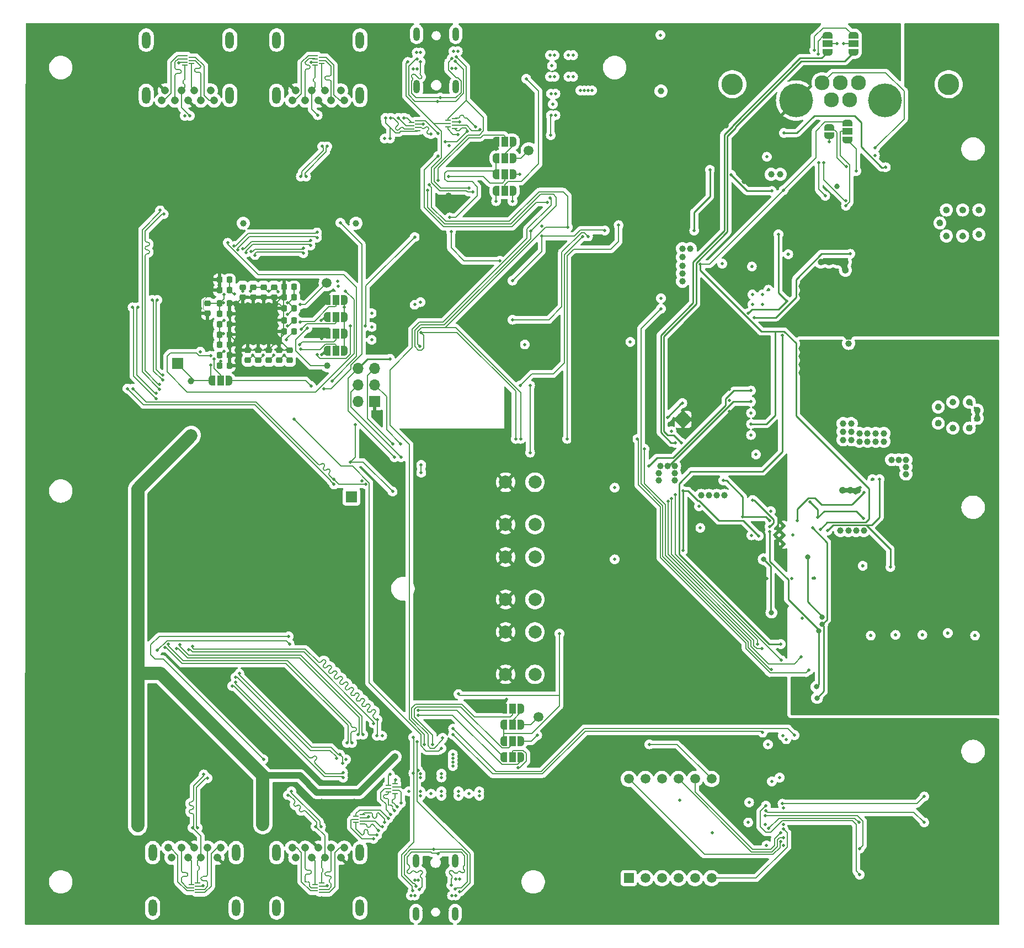
<source format=gbr>
%TF.GenerationSoftware,KiCad,Pcbnew,7.0.2*%
%TF.CreationDate,2023-10-19T22:38:52-04:00*%
%TF.ProjectId,usbc-car-module,75736263-2d63-4617-922d-6d6f64756c65,rev?*%
%TF.SameCoordinates,Original*%
%TF.FileFunction,Copper,L4,Bot*%
%TF.FilePolarity,Positive*%
%FSLAX46Y46*%
G04 Gerber Fmt 4.6, Leading zero omitted, Abs format (unit mm)*
G04 Created by KiCad (PCBNEW 7.0.2) date 2023-10-19 22:38:52*
%MOMM*%
%LPD*%
G01*
G04 APERTURE LIST*
G04 Aperture macros list*
%AMRoundRect*
0 Rectangle with rounded corners*
0 $1 Rounding radius*
0 $2 $3 $4 $5 $6 $7 $8 $9 X,Y pos of 4 corners*
0 Add a 4 corners polygon primitive as box body*
4,1,4,$2,$3,$4,$5,$6,$7,$8,$9,$2,$3,0*
0 Add four circle primitives for the rounded corners*
1,1,$1+$1,$2,$3*
1,1,$1+$1,$4,$5*
1,1,$1+$1,$6,$7*
1,1,$1+$1,$8,$9*
0 Add four rect primitives between the rounded corners*
20,1,$1+$1,$2,$3,$4,$5,0*
20,1,$1+$1,$4,$5,$6,$7,0*
20,1,$1+$1,$6,$7,$8,$9,0*
20,1,$1+$1,$8,$9,$2,$3,0*%
%AMFreePoly0*
4,1,19,0.550000,-0.750000,0.000000,-0.750000,0.000000,-0.744911,-0.071157,-0.744911,-0.207708,-0.704816,-0.327430,-0.627875,-0.420627,-0.520320,-0.479746,-0.390866,-0.500000,-0.250000,-0.500000,0.250000,-0.479746,0.390866,-0.420627,0.520320,-0.327430,0.627875,-0.207708,0.704816,-0.071157,0.744911,0.000000,0.744911,0.000000,0.750000,0.550000,0.750000,0.550000,-0.750000,0.550000,-0.750000,
$1*%
%AMFreePoly1*
4,1,19,0.000000,0.744911,0.071157,0.744911,0.207708,0.704816,0.327430,0.627875,0.420627,0.520320,0.479746,0.390866,0.500000,0.250000,0.500000,-0.250000,0.479746,-0.390866,0.420627,-0.520320,0.327430,-0.627875,0.207708,-0.704816,0.071157,-0.744911,0.000000,-0.744911,0.000000,-0.750000,-0.550000,-0.750000,-0.550000,0.750000,0.000000,0.750000,0.000000,0.744911,0.000000,0.744911,
$1*%
%AMFreePoly2*
4,1,19,0.500000,-0.750000,0.000000,-0.750000,0.000000,-0.744911,-0.071157,-0.744911,-0.207708,-0.704816,-0.327430,-0.627875,-0.420627,-0.520320,-0.479746,-0.390866,-0.500000,-0.250000,-0.500000,0.250000,-0.479746,0.390866,-0.420627,0.520320,-0.327430,0.627875,-0.207708,0.704816,-0.071157,0.744911,0.000000,0.744911,0.000000,0.750000,0.500000,0.750000,0.500000,-0.750000,0.500000,-0.750000,
$1*%
%AMFreePoly3*
4,1,19,0.000000,0.744911,0.071157,0.744911,0.207708,0.704816,0.327430,0.627875,0.420627,0.520320,0.479746,0.390866,0.500000,0.250000,0.500000,-0.250000,0.479746,-0.390866,0.420627,-0.520320,0.327430,-0.627875,0.207708,-0.704816,0.071157,-0.744911,0.000000,-0.744911,0.000000,-0.750000,-0.500000,-0.750000,-0.500000,0.750000,0.000000,0.750000,0.000000,0.744911,0.000000,0.744911,
$1*%
G04 Aperture macros list end*
%TA.AperFunction,ComponentPad*%
%ADD10R,1.700000X1.700000*%
%TD*%
%TA.AperFunction,ComponentPad*%
%ADD11C,2.000000*%
%TD*%
%TA.AperFunction,HeatsinkPad*%
%ADD12C,0.500000*%
%TD*%
%TA.AperFunction,ComponentPad*%
%ADD13O,1.700000X1.700000*%
%TD*%
%TA.AperFunction,ComponentPad*%
%ADD14O,1.000000X2.050000*%
%TD*%
%TA.AperFunction,ComponentPad*%
%ADD15C,0.500000*%
%TD*%
%TA.AperFunction,SMDPad,CuDef*%
%ADD16R,1.600000X1.600000*%
%TD*%
%TA.AperFunction,ComponentPad*%
%ADD17R,1.500000X1.500000*%
%TD*%
%TA.AperFunction,ComponentPad*%
%ADD18C,1.500000*%
%TD*%
%TA.AperFunction,ComponentPad*%
%ADD19C,0.499999*%
%TD*%
%TA.AperFunction,ComponentPad*%
%ADD20C,1.208000*%
%TD*%
%TA.AperFunction,ComponentPad*%
%ADD21O,1.300000X2.600000*%
%TD*%
%TA.AperFunction,ComponentPad*%
%ADD22C,5.200000*%
%TD*%
%TA.AperFunction,ComponentPad*%
%ADD23C,2.300000*%
%TD*%
%TA.AperFunction,ComponentPad*%
%ADD24C,3.300000*%
%TD*%
%TA.AperFunction,SMDPad,CuDef*%
%ADD25RoundRect,0.225000X-0.250000X0.225000X-0.250000X-0.225000X0.250000X-0.225000X0.250000X0.225000X0*%
%TD*%
%TA.AperFunction,SMDPad,CuDef*%
%ADD26RoundRect,0.225000X-0.225000X-0.250000X0.225000X-0.250000X0.225000X0.250000X-0.225000X0.250000X0*%
%TD*%
%TA.AperFunction,SMDPad,CuDef*%
%ADD27R,0.812800X0.203200*%
%TD*%
%TA.AperFunction,SMDPad,CuDef*%
%ADD28C,1.500000*%
%TD*%
%TA.AperFunction,SMDPad,CuDef*%
%ADD29FreePoly0,180.000000*%
%TD*%
%TA.AperFunction,SMDPad,CuDef*%
%ADD30R,1.000000X1.500000*%
%TD*%
%TA.AperFunction,SMDPad,CuDef*%
%ADD31FreePoly1,180.000000*%
%TD*%
%TA.AperFunction,SMDPad,CuDef*%
%ADD32RoundRect,0.225000X0.250000X-0.225000X0.250000X0.225000X-0.250000X0.225000X-0.250000X-0.225000X0*%
%TD*%
%TA.AperFunction,SMDPad,CuDef*%
%ADD33RoundRect,0.225000X0.225000X0.250000X-0.225000X0.250000X-0.225000X-0.250000X0.225000X-0.250000X0*%
%TD*%
%TA.AperFunction,SMDPad,CuDef*%
%ADD34C,1.000000*%
%TD*%
%TA.AperFunction,SMDPad,CuDef*%
%ADD35FreePoly0,90.000000*%
%TD*%
%TA.AperFunction,SMDPad,CuDef*%
%ADD36R,1.500000X1.000000*%
%TD*%
%TA.AperFunction,SMDPad,CuDef*%
%ADD37FreePoly1,90.000000*%
%TD*%
%TA.AperFunction,SMDPad,CuDef*%
%ADD38FreePoly2,270.000000*%
%TD*%
%TA.AperFunction,SMDPad,CuDef*%
%ADD39FreePoly3,270.000000*%
%TD*%
%TA.AperFunction,SMDPad,CuDef*%
%ADD40FreePoly0,0.000000*%
%TD*%
%TA.AperFunction,SMDPad,CuDef*%
%ADD41FreePoly1,0.000000*%
%TD*%
%TA.AperFunction,ViaPad*%
%ADD42C,0.500000*%
%TD*%
%TA.AperFunction,ViaPad*%
%ADD43C,0.800000*%
%TD*%
%TA.AperFunction,ViaPad*%
%ADD44C,1.000000*%
%TD*%
%TA.AperFunction,Conductor*%
%ADD45C,0.150000*%
%TD*%
%TA.AperFunction,Conductor*%
%ADD46C,0.200000*%
%TD*%
%TA.AperFunction,Conductor*%
%ADD47C,1.000000*%
%TD*%
%TA.AperFunction,Conductor*%
%ADD48C,0.100000*%
%TD*%
%TA.AperFunction,Conductor*%
%ADD49C,0.250000*%
%TD*%
%TA.AperFunction,Conductor*%
%ADD50C,2.000000*%
%TD*%
G04 APERTURE END LIST*
D10*
%TO.P,J1,1,Pin_1*%
%TO.N,Net-(J1-Pin_1)*%
X47912500Y-82900000D03*
%TD*%
D11*
%TO.P,SW3,1,1*%
%TO.N,MODE_BTN*%
X102762500Y-124150000D03*
X102762500Y-130650000D03*
%TO.P,SW3,2,2*%
%TO.N,GND*%
X98262500Y-124150000D03*
X98262500Y-130650000D03*
%TD*%
D12*
%TO.P,U1,21,EP*%
%TO.N,GND*%
X136150000Y-73850000D03*
X137650000Y-73850000D03*
X136150000Y-72350000D03*
X137650000Y-72350000D03*
%TD*%
D10*
%TO.P,J10,1,Pin_1*%
%TO.N,GND*%
X78175000Y-88725000D03*
D13*
%TO.P,J10,2,Pin_2*%
%TO.N,+3V3*%
X75635000Y-88725000D03*
%TO.P,J10,3,Pin_3*%
%TO.N,RST*%
X78175000Y-86185000D03*
%TO.P,J10,4,Pin_4*%
%TO.N,ESP_TX*%
X75635000Y-86185000D03*
%TO.P,J10,5,Pin_5*%
%TO.N,ESP_IO0*%
X78175000Y-83645000D03*
%TO.P,J10,6,Pin_6*%
%TO.N,ESP_RX*%
X75635000Y-83645000D03*
%TD*%
D11*
%TO.P,SW2,1,1*%
%TO.N,UNIT_BTN*%
X102762500Y-112650000D03*
X102762500Y-119150000D03*
%TO.P,SW2,2,2*%
%TO.N,GND*%
X98262500Y-112650000D03*
X98262500Y-119150000D03*
%TD*%
D14*
%TO.P,J7,S,SHIELD*%
%TO.N,GNDS*%
X90612500Y-40450000D03*
X90612500Y-32350000D03*
X84612500Y-40450000D03*
X84612500Y-32350000D03*
%TD*%
D15*
%TO.P,U12,17,EP*%
%TO.N,GND*%
X126050000Y-92050000D03*
X126050000Y-90950000D03*
D16*
X125500000Y-91500000D03*
D15*
X124950000Y-92050000D03*
X124950000Y-90950000D03*
%TD*%
D14*
%TO.P,J8,S,SHIELD*%
%TO.N,GNDS*%
X84512500Y-159300000D03*
X84512500Y-167400000D03*
X90512500Y-159300000D03*
X90512500Y-167400000D03*
%TD*%
D11*
%TO.P,SW1,1,1*%
%TO.N,SRC_BTN*%
X102762500Y-101150000D03*
X102762500Y-107650000D03*
%TO.P,SW1,2,2*%
%TO.N,GND*%
X98262500Y-101150000D03*
X98262500Y-107650000D03*
%TD*%
D17*
%TO.P,U18,1,e*%
%TO.N,DISP_SEG_E*%
X117162500Y-161942500D03*
D18*
%TO.P,U18,2,d*%
%TO.N,DISP_SEG_D*%
X119702500Y-161942500D03*
%TO.P,U18,3,DPX*%
%TO.N,DISP_SEG_DP*%
X122242500Y-161942500D03*
%TO.P,U18,4,c*%
%TO.N,DISP_SEG_C*%
X124782500Y-161942500D03*
%TO.P,U18,5,g*%
%TO.N,DISP_SEG_G*%
X127322500Y-161942500D03*
%TO.P,U18,6,CC4*%
%TO.N,DISP_DIG_3*%
X129862500Y-161942500D03*
%TO.P,U18,7,b*%
%TO.N,DISP_SEG_B*%
X129862500Y-146702500D03*
%TO.P,U18,8,CC3*%
%TO.N,DISP_DIG_2*%
X127322500Y-146702500D03*
%TO.P,U18,9,CC2*%
%TO.N,DISP_DIG_1*%
X124782500Y-146702500D03*
%TO.P,U18,10,f*%
%TO.N,DISP_SEG_F*%
X122242500Y-146702500D03*
%TO.P,U18,11,a*%
%TO.N,DISP_SEG_A*%
X119702500Y-146702500D03*
%TO.P,U18,12,CC1*%
%TO.N,DISP_DIG_0*%
X117162500Y-146702500D03*
%TD*%
D19*
%TO.P,U7,41,EP*%
%TO.N,GND*%
X142349998Y-109225002D03*
X140949998Y-110625002D03*
X140949998Y-109225002D03*
X140949998Y-107825002D03*
X139549998Y-109225002D03*
%TD*%
D20*
%TO.P,J4,1,VBUS*%
%TO.N,Net-(D10-K)*%
X73012500Y-41025000D03*
%TO.P,J4,2,D-*%
%TO.N,/USBA_PORTS/P4_2_N*%
X70512500Y-41025000D03*
%TO.P,J4,3,D+*%
%TO.N,/USBA_PORTS/P4_2_P*%
X68512500Y-41025000D03*
%TO.P,J4,4,GND*%
%TO.N,GND*%
X66012500Y-41025000D03*
%TO.P,J4,5,STDA_SSRX-*%
%TO.N,/USBA_PORTS/P4_RX_N*%
X65512500Y-42525000D03*
%TO.P,J4,6,STDA_SSRX+*%
%TO.N,/USBA_PORTS/P4_RX_P*%
X67512500Y-42525000D03*
%TO.P,J4,7,GND_DRAIN*%
%TO.N,GND*%
X69512500Y-42525000D03*
%TO.P,J4,8,STDA_SSTX-*%
%TO.N,/USBA_PORTS/P4_TXP_N*%
X71512500Y-42525000D03*
%TO.P,J4,9,STDA_SSTX+*%
%TO.N,/USBA_PORTS/P4_TXP_P*%
X73512500Y-42525000D03*
D21*
%TO.P,J4,S*%
%TO.N,GNDS*%
X75912500Y-41775000D03*
X75912500Y-33275000D03*
X63112500Y-41775000D03*
X63112500Y-33275000D03*
%TD*%
D22*
%TO.P,J9,1,1*%
%TO.N,Net-(J9-Pad1)*%
X156450000Y-42550000D03*
%TO.P,J9,2,2*%
%TO.N,GND*%
X142850000Y-42550000D03*
D23*
%TO.P,J9,3,3*%
%TO.N,CAN_H*%
X152450000Y-39850000D03*
%TO.P,J9,4,4*%
%TO.N,CAN_L*%
X149650000Y-39850000D03*
%TO.P,J9,5,5*%
%TO.N,Net-(Q26-G)*%
X146850000Y-39850000D03*
%TO.P,J9,6,6*%
%TO.N,DSUB_P_6*%
X151050000Y-42450000D03*
%TO.P,J9,7,7*%
%TO.N,DSUB_P_7*%
X148250000Y-42450000D03*
D24*
%TO.P,J9,S,S*%
%TO.N,GNDS*%
X166250000Y-40050000D03*
X133050000Y-40050000D03*
%TD*%
D20*
%TO.P,J6,1,VBUS*%
%TO.N,Net-(D16-K)*%
X53012500Y-41025000D03*
%TO.P,J6,2,D-*%
%TO.N,/USBA_PORTS/P5_2_N*%
X50512500Y-41025000D03*
%TO.P,J6,3,D+*%
%TO.N,/USBA_PORTS/P5_2_P*%
X48512500Y-41025000D03*
%TO.P,J6,4,GND*%
%TO.N,GND*%
X46012500Y-41025000D03*
%TO.P,J6,5,STDA_SSRX-*%
%TO.N,/USBA_PORTS/P5_RX_N*%
X45512500Y-42525000D03*
%TO.P,J6,6,STDA_SSRX+*%
%TO.N,/USBA_PORTS/P5_RX_P*%
X47512500Y-42525000D03*
%TO.P,J6,7,GND_DRAIN*%
%TO.N,GND*%
X49512500Y-42525000D03*
%TO.P,J6,8,STDA_SSTX-*%
%TO.N,/USBA_PORTS/P5_TXP_N*%
X51512500Y-42525000D03*
%TO.P,J6,9,STDA_SSTX+*%
%TO.N,/USBA_PORTS/P5_TXP_P*%
X53512500Y-42525000D03*
D21*
%TO.P,J6,S*%
%TO.N,GNDS*%
X55912500Y-41775000D03*
X55912500Y-33275000D03*
X43112500Y-41775000D03*
X43112500Y-33275000D03*
%TD*%
D20*
%TO.P,J3,1,VBUS*%
%TO.N,Net-(D11-K)*%
X47012500Y-158775000D03*
%TO.P,J3,2,D-*%
%TO.N,/USBA_PORTS/P2_2_N*%
X49512500Y-158775000D03*
%TO.P,J3,3,D+*%
%TO.N,/USBA_PORTS/P2_2_P*%
X51512500Y-158775000D03*
%TO.P,J3,4,GND*%
%TO.N,GND*%
X54012500Y-158775000D03*
%TO.P,J3,5,STDA_SSRX-*%
%TO.N,/USBA_PORTS/P2_RX_N*%
X54512500Y-157275000D03*
%TO.P,J3,6,STDA_SSRX+*%
%TO.N,/USBA_PORTS/P2_RX_P*%
X52512500Y-157275000D03*
%TO.P,J3,7,GND_DRAIN*%
%TO.N,GND*%
X50512500Y-157275000D03*
%TO.P,J3,8,STDA_SSTX-*%
%TO.N,/USBA_PORTS/P2_TXP_N*%
X48512500Y-157275000D03*
%TO.P,J3,9,STDA_SSTX+*%
%TO.N,/USBA_PORTS/P2_TXP_P*%
X46512500Y-157275000D03*
D21*
%TO.P,J3,S*%
%TO.N,GNDS*%
X44112500Y-158025000D03*
X44112500Y-166525000D03*
X56912500Y-158025000D03*
X56912500Y-166525000D03*
%TD*%
D10*
%TO.P,J2,1,Pin_1*%
%TO.N,UART_RST*%
X74612500Y-103400000D03*
%TD*%
D20*
%TO.P,J5,1,VBUS*%
%TO.N,Net-(D15-K)*%
X66012500Y-158775000D03*
%TO.P,J5,2,D-*%
%TO.N,/USBA_PORTS/P3_2_N*%
X68512500Y-158775000D03*
%TO.P,J5,3,D+*%
%TO.N,/USBA_PORTS/P3_2_P*%
X70512500Y-158775000D03*
%TO.P,J5,4,GND*%
%TO.N,GND*%
X73012500Y-158775000D03*
%TO.P,J5,5,STDA_SSRX-*%
%TO.N,/USBA_PORTS/P3_RX_N*%
X73512500Y-157275000D03*
%TO.P,J5,6,STDA_SSRX+*%
%TO.N,/USBA_PORTS/P3_RX_P*%
X71512500Y-157275000D03*
%TO.P,J5,7,GND_DRAIN*%
%TO.N,GND*%
X69512500Y-157275000D03*
%TO.P,J5,8,STDA_SSTX-*%
%TO.N,/USBA_PORTS/P3_TXP_N*%
X67512500Y-157275000D03*
%TO.P,J5,9,STDA_SSTX+*%
%TO.N,/USBA_PORTS/P3_TXP_P*%
X65512500Y-157275000D03*
D21*
%TO.P,J5,S*%
%TO.N,GNDS*%
X63112500Y-158025000D03*
X63112500Y-166525000D03*
X75912500Y-158025000D03*
X75912500Y-166525000D03*
%TD*%
D25*
%TO.P,C53,1*%
%TO.N,+3V3*%
X52512500Y-73700000D03*
%TO.P,C53,2*%
%TO.N,GND*%
X52512500Y-75250000D03*
%TD*%
%TO.P,C60,1*%
%TO.N,GND*%
X61912500Y-80900000D03*
%TO.P,C60,2*%
%TO.N,+3V3*%
X61912500Y-82450000D03*
%TD*%
D26*
%TO.P,C62,1*%
%TO.N,GND*%
X64237500Y-72775000D03*
%TO.P,C62,2*%
%TO.N,+3V3*%
X65787500Y-72775000D03*
%TD*%
%TO.P,C54,1*%
%TO.N,GND*%
X64237500Y-71175000D03*
%TO.P,C54,2*%
%TO.N,+3V3*%
X65787500Y-71175000D03*
%TD*%
D27*
%TO.P,D35,1,CH1*%
%TO.N,/USBA_PORTS/P4_2_P*%
X69017200Y-37150001D03*
%TO.P,D35,2,GND*%
%TO.N,GND*%
X69017200Y-36650000D03*
%TO.P,D35,3,CH2*%
%TO.N,/USBA_PORTS/P4_RX_P*%
X69017200Y-36150000D03*
%TO.P,D35,4,CH3*%
%TO.N,/USBA_PORTS/P4_RX_N*%
X69017200Y-35649999D03*
%TO.P,D35,5,CH4*%
%TO.N,/USBA_PORTS/P4_TXP_P*%
X70007800Y-35899874D03*
%TO.P,D35,6,CH5*%
%TO.N,/USBA_PORTS/P4_TXP_N*%
X70007800Y-36400000D03*
%TO.P,D35,7,CH6*%
%TO.N,/USBA_PORTS/P4_2_N*%
X70007800Y-36900126D03*
%TD*%
D26*
%TO.P,C73,1*%
%TO.N,GND*%
X54337500Y-70075000D03*
%TO.P,C73,2*%
%TO.N,+1V2*%
X55887500Y-70075000D03*
%TD*%
D27*
%TO.P,D14,1,CH1*%
%TO.N,/USBA_PORTS/P3_2_P*%
X70007800Y-162649999D03*
%TO.P,D14,2,GND*%
%TO.N,GND*%
X70007800Y-163150000D03*
%TO.P,D14,3,CH2*%
%TO.N,/USBA_PORTS/P3_RX_P*%
X70007800Y-163650000D03*
%TO.P,D14,4,CH3*%
%TO.N,/USBA_PORTS/P3_RX_N*%
X70007800Y-164150001D03*
%TO.P,D14,5,CH4*%
%TO.N,/USBA_PORTS/P3_TXP_P*%
X69017200Y-163900126D03*
%TO.P,D14,6,CH5*%
%TO.N,/USBA_PORTS/P3_TXP_N*%
X69017200Y-163400000D03*
%TO.P,D14,7,CH6*%
%TO.N,/USBA_PORTS/P3_2_N*%
X69017200Y-162899874D03*
%TD*%
%TO.P,D21,1,CH1*%
%TO.N,DFP_2_P*%
X76307800Y-152149999D03*
%TO.P,D21,2,GND*%
%TO.N,GND*%
X76307800Y-152650000D03*
%TO.P,D21,3,CH2*%
%TO.N,DFP_3_RXB_P*%
X76307800Y-153150000D03*
%TO.P,D21,4,CH3*%
%TO.N,DFP_3_RXB_N*%
X76307800Y-153650001D03*
%TO.P,D21,5,CH4*%
%TO.N,DFP_3_TXB_N*%
X75317200Y-153400126D03*
%TO.P,D21,6,CH5*%
%TO.N,DFP_3_TXB_P*%
X75317200Y-152900000D03*
%TO.P,D21,7,CH6*%
%TO.N,DFP_2_N*%
X75317200Y-152399874D03*
%TD*%
D26*
%TO.P,C66,1*%
%TO.N,+1V2*%
X54337500Y-76875000D03*
%TO.P,C66,2*%
%TO.N,GND*%
X55887500Y-76875000D03*
%TD*%
D28*
%TO.P,TP4,1,1*%
%TO.N,Net-(JP9-A)*%
X101812500Y-50200000D03*
%TD*%
D29*
%TO.P,JP11,1,A*%
%TO.N,+5V*%
X99412500Y-53900000D03*
D30*
%TO.P,JP11,2,C*%
%TO.N,Net-(JP11-C)*%
X98112500Y-53900000D03*
D31*
%TO.P,JP11,3,B*%
%TO.N,+3V3*%
X96812500Y-53900000D03*
%TD*%
D28*
%TO.P,TP5,1,1*%
%TO.N,Net-(JP14-A)*%
X103312500Y-137200000D03*
%TD*%
D29*
%TO.P,JP8,1,A*%
%TO.N,+3V3*%
X73512500Y-75775000D03*
D30*
%TO.P,JP8,2,C*%
%TO.N,Net-(JP8-C)*%
X72212500Y-75775000D03*
D31*
%TO.P,JP8,3,B*%
%TO.N,GND*%
X70912500Y-75775000D03*
%TD*%
D32*
%TO.P,C68,1*%
%TO.N,+1V2*%
X63512500Y-82450000D03*
%TO.P,C68,2*%
%TO.N,GND*%
X63512500Y-80900000D03*
%TD*%
D26*
%TO.P,C70,1*%
%TO.N,+1V2*%
X54337500Y-83275000D03*
%TO.P,C70,2*%
%TO.N,GND*%
X55887500Y-83275000D03*
%TD*%
%TO.P,C67,1*%
%TO.N,GND*%
X64237500Y-76275000D03*
%TO.P,C67,2*%
%TO.N,+1V2*%
X65787500Y-76275000D03*
%TD*%
D33*
%TO.P,C64,1*%
%TO.N,GND*%
X55887500Y-75275000D03*
%TO.P,C64,2*%
%TO.N,+3V3*%
X54337500Y-75275000D03*
%TD*%
D34*
%TO.P,TP1,1,1*%
%TO.N,Net-(J1-Pin_1)*%
X50000000Y-85600000D03*
%TD*%
D29*
%TO.P,JP10,1,A*%
%TO.N,Net-(JP10-A)*%
X99412500Y-48900000D03*
D30*
%TO.P,JP10,2,C*%
%TO.N,UFP_CC_CTRL*%
X98112500Y-48900000D03*
D31*
%TO.P,JP10,3,B*%
%TO.N,GND*%
X96812500Y-48900000D03*
%TD*%
D27*
%TO.P,D20,1,CH1*%
%TO.N,UFP_3_TXB_N*%
X90403100Y-45349873D03*
%TO.P,D20,2,GND*%
%TO.N,GND*%
X90403100Y-45849874D03*
%TO.P,D20,3,CH2*%
%TO.N,UFP_3_TXB_P*%
X90403100Y-46349874D03*
%TO.P,D20,4,CH3*%
%TO.N,UFP_3_RXB_N*%
X90403100Y-46849875D03*
%TO.P,D20,5,CH4*%
%TO.N,UFP_3_RXB_P*%
X89412500Y-46600000D03*
%TO.P,D20,6,CH5*%
%TO.N,UFP_CC1*%
X89412500Y-46099874D03*
%TO.P,D20,7,CH6*%
%TO.N,UFP_CC2*%
X89412500Y-45599748D03*
%TD*%
D32*
%TO.P,C65,1*%
%TO.N,GND*%
X59512500Y-72750000D03*
%TO.P,C65,2*%
%TO.N,+1V2*%
X59512500Y-71200000D03*
%TD*%
D29*
%TO.P,JP6,1,A*%
%TO.N,+3V3*%
X73512500Y-78375000D03*
D30*
%TO.P,JP6,2,C*%
%TO.N,Net-(JP6-C)*%
X72212500Y-78375000D03*
D31*
%TO.P,JP6,3,B*%
%TO.N,GND*%
X70912500Y-78375000D03*
%TD*%
D35*
%TO.P,JP19,1,A*%
%TO.N,+3V3*%
X150700000Y-48600000D03*
D36*
%TO.P,JP19,2,C*%
%TO.N,Net-(JP19-C)*%
X150700000Y-47300000D03*
D37*
%TO.P,JP19,3,B*%
%TO.N,+5V*%
X150700000Y-46000000D03*
%TD*%
D33*
%TO.P,C59,1*%
%TO.N,+3V3*%
X65787500Y-77975000D03*
%TO.P,C59,2*%
%TO.N,GND*%
X64237500Y-77975000D03*
%TD*%
D29*
%TO.P,JP15,1,A*%
%TO.N,Net-(JP14-C)*%
X100612500Y-135900000D03*
D30*
%TO.P,JP15,2,C*%
%TO.N,DFP_CC_CTRL*%
X99312500Y-135900000D03*
D31*
%TO.P,JP15,3,B*%
%TO.N,GND*%
X98012500Y-135900000D03*
%TD*%
D25*
%TO.P,C74,1*%
%TO.N,+1V2*%
X61112500Y-71200000D03*
%TO.P,C74,2*%
%TO.N,GND*%
X61112500Y-72750000D03*
%TD*%
D32*
%TO.P,C56,1*%
%TO.N,GND*%
X57912500Y-72750000D03*
%TO.P,C56,2*%
%TO.N,+3V3*%
X57912500Y-71200000D03*
%TD*%
D29*
%TO.P,JP16,1,A*%
%TO.N,+5V*%
X100612500Y-140900000D03*
D30*
%TO.P,JP16,2,C*%
%TO.N,Net-(JP16-C)*%
X99312500Y-140900000D03*
D31*
%TO.P,JP16,3,B*%
%TO.N,+3V3*%
X98012500Y-140900000D03*
%TD*%
D38*
%TO.P,JP3,1,A*%
%TO.N,Net-(JP3-A)*%
X147900000Y-46650000D03*
D39*
%TO.P,JP3,2,B*%
%TO.N,CAN_H*%
X147900000Y-47950000D03*
%TD*%
D26*
%TO.P,C63,1*%
%TO.N,+3V3*%
X54337500Y-73675000D03*
%TO.P,C63,2*%
%TO.N,GND*%
X55887500Y-73675000D03*
%TD*%
D29*
%TO.P,JP12,1,A*%
%TO.N,Net-(JP12-A)*%
X99412500Y-56400000D03*
D30*
%TO.P,JP12,2,C*%
%TO.N,Net-(JP12-C)*%
X98112500Y-56400000D03*
D31*
%TO.P,JP12,3,B*%
%TO.N,Net-(JP12-B)*%
X96812500Y-56400000D03*
%TD*%
D27*
%TO.P,D19,1,CH1*%
%TO.N,UFP_2_P*%
X84803100Y-45649999D03*
%TO.P,D19,2,GND*%
%TO.N,GND*%
X84803100Y-46150000D03*
%TO.P,D19,3,CH2*%
%TO.N,UFP_2_N*%
X84803100Y-46650000D03*
%TO.P,D19,4,CH3*%
%TO.N,UFP_3_RXA_P*%
X84803100Y-47150001D03*
%TO.P,D19,5,CH4*%
%TO.N,UFP_3_RXA_N*%
X83812500Y-46900126D03*
%TO.P,D19,6,CH5*%
%TO.N,UFP_3_TXA_N*%
X83812500Y-46400000D03*
%TO.P,D19,7,CH6*%
%TO.N,UFP_3_TXA_P*%
X83812500Y-45899874D03*
%TD*%
%TO.P,D22,1,CH1*%
%TO.N,DFP_CC2*%
X81303100Y-147449873D03*
%TO.P,D22,2,GND*%
%TO.N,GND*%
X81303100Y-147949874D03*
%TO.P,D22,3,CH2*%
%TO.N,DFP_3_RXA_P*%
X81303100Y-148449874D03*
%TO.P,D22,4,CH3*%
%TO.N,DFP_3_RXA_N*%
X81303100Y-148949875D03*
%TO.P,D22,5,CH4*%
%TO.N,DFP_3_TXA_N*%
X80312500Y-148700000D03*
%TO.P,D22,6,CH5*%
%TO.N,DFP_3_TXA_P*%
X80312500Y-148199874D03*
%TO.P,D22,7,CH6*%
%TO.N,DFP_CC1*%
X80312500Y-147699748D03*
%TD*%
D29*
%TO.P,JP14,1,A*%
%TO.N,Net-(JP14-A)*%
X100612500Y-138400000D03*
D30*
%TO.P,JP14,2,C*%
%TO.N,Net-(JP14-C)*%
X99312500Y-138400000D03*
D31*
%TO.P,JP14,3,B*%
%TO.N,+3V3*%
X98012500Y-138400000D03*
%TD*%
D25*
%TO.P,C71,1*%
%TO.N,GND*%
X60312500Y-80900000D03*
%TO.P,C71,2*%
%TO.N,+1V2*%
X60312500Y-82450000D03*
%TD*%
D29*
%TO.P,JP17,1,A*%
%TO.N,Net-(JP17-A)*%
X100612500Y-143400000D03*
D30*
%TO.P,JP17,2,C*%
%TO.N,Net-(JP17-C)*%
X99312500Y-143400000D03*
D31*
%TO.P,JP17,3,B*%
%TO.N,Net-(JP17-B)*%
X98012500Y-143400000D03*
%TD*%
D35*
%TO.P,JP1,1,A*%
%TO.N,I2C_SCL*%
X147650000Y-35150000D03*
D36*
%TO.P,JP1,2,C*%
%TO.N,DSUB_P_7*%
X147650000Y-33850000D03*
D37*
%TO.P,JP1,3,B*%
%TO.N,IOX_0_P_0_1*%
X147650000Y-32550000D03*
%TD*%
D25*
%TO.P,C69,1*%
%TO.N,GND*%
X58712500Y-80900000D03*
%TO.P,C69,2*%
%TO.N,+1V2*%
X58712500Y-82450000D03*
%TD*%
D33*
%TO.P,C55,1*%
%TO.N,+3V3*%
X65787500Y-74475000D03*
%TO.P,C55,2*%
%TO.N,GND*%
X64237500Y-74475000D03*
%TD*%
D27*
%TO.P,D13,1,CH1*%
%TO.N,/USBA_PORTS/P5_2_P*%
X49017200Y-37150001D03*
%TO.P,D13,2,GND*%
%TO.N,GND*%
X49017200Y-36650000D03*
%TO.P,D13,3,CH2*%
%TO.N,/USBA_PORTS/P5_RX_P*%
X49017200Y-36150000D03*
%TO.P,D13,4,CH3*%
%TO.N,/USBA_PORTS/P5_RX_N*%
X49017200Y-35649999D03*
%TO.P,D13,5,CH4*%
%TO.N,/USBA_PORTS/P5_TXP_P*%
X50007800Y-35899874D03*
%TO.P,D13,6,CH5*%
%TO.N,/USBA_PORTS/P5_TXP_N*%
X50007800Y-36400000D03*
%TO.P,D13,7,CH6*%
%TO.N,/USBA_PORTS/P5_2_N*%
X50007800Y-36900126D03*
%TD*%
D40*
%TO.P,JP4,1,A*%
%TO.N,Net-(J1-Pin_1)*%
X53212500Y-85575000D03*
D30*
%TO.P,JP4,2,C*%
%TO.N,Net-(JP4-C)*%
X54512500Y-85575000D03*
D41*
%TO.P,JP4,3,B*%
%TO.N,RST*%
X55812500Y-85575000D03*
%TD*%
D26*
%TO.P,C78,1*%
%TO.N,+1V2*%
X54337500Y-80075000D03*
%TO.P,C78,2*%
%TO.N,GND*%
X55887500Y-80075000D03*
%TD*%
D25*
%TO.P,C77,1*%
%TO.N,GND*%
X65112500Y-80900000D03*
%TO.P,C77,2*%
%TO.N,+1V2*%
X65112500Y-82450000D03*
%TD*%
D26*
%TO.P,C75,1*%
%TO.N,GND*%
X54337500Y-71675000D03*
%TO.P,C75,2*%
%TO.N,+1V2*%
X55887500Y-71675000D03*
%TD*%
D29*
%TO.P,JP5,1,A*%
%TO.N,+3V3*%
X73512500Y-80975000D03*
D30*
%TO.P,JP5,2,C*%
%TO.N,Net-(JP5-C)*%
X72212500Y-80975000D03*
D31*
%TO.P,JP5,3,B*%
%TO.N,GND*%
X70912500Y-80975000D03*
%TD*%
D29*
%TO.P,JP9,1,A*%
%TO.N,Net-(JP9-A)*%
X99412500Y-51400000D03*
D30*
%TO.P,JP9,2,C*%
%TO.N,Net-(JP10-A)*%
X98112500Y-51400000D03*
D31*
%TO.P,JP9,3,B*%
%TO.N,+3V3*%
X96812500Y-51400000D03*
%TD*%
D35*
%TO.P,JP2,1,A*%
%TO.N,I2C_SDA*%
X151650000Y-35150000D03*
D36*
%TO.P,JP2,2,C*%
%TO.N,DSUB_P_6*%
X151650000Y-33850000D03*
D37*
%TO.P,JP2,3,B*%
%TO.N,IOX_0_P_0_0*%
X151650000Y-32550000D03*
%TD*%
D28*
%TO.P,TP9,1,1*%
%TO.N,Net-(U13E-PRT_CTL1{slash}GPIO17)*%
X70812500Y-70575000D03*
%TD*%
D26*
%TO.P,C72,1*%
%TO.N,+1V2*%
X54337500Y-78475000D03*
%TO.P,C72,2*%
%TO.N,GND*%
X55887500Y-78475000D03*
%TD*%
D34*
%TO.P,TP3,1,1*%
%TO.N,Net-(U13J-PRT_CTL6{slash}GPIO18)*%
X70912500Y-83275000D03*
%TD*%
D25*
%TO.P,C76,1*%
%TO.N,+1V2*%
X62712500Y-71200000D03*
%TO.P,C76,2*%
%TO.N,GND*%
X62712500Y-72750000D03*
%TD*%
D29*
%TO.P,JP7,1,A*%
%TO.N,+3V3*%
X73512500Y-73175000D03*
D30*
%TO.P,JP7,2,C*%
%TO.N,Net-(JP7-C)*%
X72212500Y-73175000D03*
D31*
%TO.P,JP7,3,B*%
%TO.N,GND*%
X70912500Y-73175000D03*
%TD*%
D27*
%TO.P,D8,1,CH1*%
%TO.N,/USBA_PORTS/P2_2_P*%
X51007800Y-162649999D03*
%TO.P,D8,2,GND*%
%TO.N,GND*%
X51007800Y-163150000D03*
%TO.P,D8,3,CH2*%
%TO.N,/USBA_PORTS/P2_RX_P*%
X51007800Y-163650000D03*
%TO.P,D8,4,CH3*%
%TO.N,/USBA_PORTS/P2_RX_N*%
X51007800Y-164150001D03*
%TO.P,D8,5,CH4*%
%TO.N,/USBA_PORTS/P2_TXP_P*%
X50017200Y-163900126D03*
%TO.P,D8,6,CH5*%
%TO.N,/USBA_PORTS/P2_TXP_N*%
X50017200Y-163400000D03*
%TO.P,D8,7,CH6*%
%TO.N,/USBA_PORTS/P2_2_N*%
X50017200Y-162899874D03*
%TD*%
D26*
%TO.P,C61,1*%
%TO.N,+3V3*%
X54337500Y-81675000D03*
%TO.P,C61,2*%
%TO.N,GND*%
X55887500Y-81675000D03*
%TD*%
D42*
%TO.N,*%
X125000000Y-150000000D03*
X130000000Y-155000000D03*
%TO.N,GND*%
X124000000Y-87300000D03*
X25000000Y-155000000D03*
X96812500Y-50100000D03*
X90000000Y-110000000D03*
X89412500Y-39800000D03*
D43*
X135600000Y-53950000D03*
D42*
X91012500Y-132100000D03*
D44*
X168400000Y-59350000D03*
D42*
X35000000Y-80000000D03*
X95000000Y-120000000D03*
X95000000Y-165000000D03*
X155000000Y-140000000D03*
X70000000Y-35000000D03*
X78400000Y-72200000D03*
X35000000Y-60000000D03*
X170000000Y-155000000D03*
X125000000Y-35000000D03*
X25000000Y-90000000D03*
X165000000Y-165000000D03*
X45000000Y-35000000D03*
X88812500Y-39800000D03*
X75000000Y-40000000D03*
X45000000Y-95000000D03*
D44*
X169400000Y-88850000D03*
D42*
X25000000Y-40000000D03*
X64412500Y-150800000D03*
X40000000Y-40000000D03*
X30000000Y-55000000D03*
D44*
X118800000Y-45400000D03*
D42*
X88812500Y-33100000D03*
X65000000Y-35000000D03*
X95000000Y-35000000D03*
X53112500Y-80800000D03*
X35000000Y-75000000D03*
D44*
X127700000Y-48800000D03*
D42*
X145000000Y-160000000D03*
X44979420Y-49904776D03*
X170000000Y-140000000D03*
X140949997Y-103475004D03*
X87112500Y-143324500D03*
D44*
X121300000Y-45400000D03*
D42*
X160000000Y-160000000D03*
D44*
X118800000Y-47900000D03*
D42*
X135475500Y-59000000D03*
X50000000Y-145000000D03*
X95000000Y-60000000D03*
X55000000Y-135000000D03*
X132700000Y-85200000D03*
X85912500Y-33100000D03*
X100000000Y-40000000D03*
X110000000Y-50000000D03*
X70912500Y-163100000D03*
D44*
X173500500Y-137900000D03*
D42*
X85000000Y-120000000D03*
X55000000Y-35000000D03*
D44*
X108800000Y-125400000D03*
D42*
X40000000Y-70000000D03*
X54312500Y-70875000D03*
X40000000Y-125000000D03*
X35000000Y-160000000D03*
X90000000Y-120000000D03*
X86312500Y-166900000D03*
X110000000Y-160000000D03*
X100000000Y-165000000D03*
D44*
X168800000Y-137900000D03*
D42*
X45000000Y-150000000D03*
D44*
X166900000Y-92850000D03*
D42*
X120500000Y-90924500D03*
X25000000Y-125000000D03*
X35000000Y-140000000D03*
X105000000Y-155000000D03*
X132600000Y-86900000D03*
X136249997Y-115975004D03*
X45000000Y-135000000D03*
X45000000Y-140000000D03*
X40000000Y-75000000D03*
D44*
X150400000Y-68600000D03*
D42*
X25000000Y-120000000D03*
X84300000Y-70400000D03*
X65000000Y-135000000D03*
X55000000Y-150000000D03*
X30000000Y-70000000D03*
X30000000Y-150000000D03*
X110000000Y-150000000D03*
X40000000Y-45000000D03*
X55000000Y-95000000D03*
X40000000Y-145000000D03*
X140000000Y-165000000D03*
D44*
X118800000Y-60400000D03*
D42*
X162200000Y-124600000D03*
D44*
X126300000Y-31199500D03*
D42*
X170300000Y-124700000D03*
X130750000Y-74750000D03*
X123700000Y-72862500D03*
X132600000Y-90300000D03*
X70012500Y-81575000D03*
D44*
X59912499Y-76783800D03*
X168400000Y-63350000D03*
D42*
X45000000Y-45000000D03*
X85812500Y-39800000D03*
X135000000Y-145000000D03*
X74312500Y-45200000D03*
X45000000Y-105000000D03*
D44*
X149949997Y-102375004D03*
X123600000Y-56500000D03*
D42*
X125000000Y-165000000D03*
X145000000Y-165000000D03*
D44*
X118800000Y-52900000D03*
D43*
X134850000Y-54950000D03*
D42*
X30000000Y-90000000D03*
X70000000Y-125000000D03*
X150000000Y-165000000D03*
X30000000Y-50000000D03*
X45000000Y-145000000D03*
X154549997Y-100675004D03*
X35000000Y-95000000D03*
D44*
X164900000Y-61350000D03*
D42*
X160000000Y-165000000D03*
X85000000Y-125000000D03*
D44*
X146650000Y-67350000D03*
D42*
X134575500Y-109000000D03*
X30000000Y-65000000D03*
X95000000Y-100000000D03*
X30000000Y-85000000D03*
D44*
X62912499Y-73783800D03*
X108800000Y-117900000D03*
X151300000Y-137900000D03*
D42*
X80000000Y-130000000D03*
D44*
X108800000Y-127900000D03*
D42*
X30000000Y-125000000D03*
D44*
X118800000Y-137900000D03*
D42*
X70000000Y-165000000D03*
D44*
X164650000Y-92100000D03*
D42*
X48312500Y-63275000D03*
X90000000Y-115000000D03*
X86312500Y-160000000D03*
X30000000Y-45000000D03*
X166113767Y-124313768D03*
X150000000Y-145000000D03*
X25000000Y-115000000D03*
X55000000Y-120000000D03*
X25000000Y-140000000D03*
X145000000Y-155000000D03*
X55000000Y-165000000D03*
X25000000Y-75000000D03*
X80000000Y-110000000D03*
X142212500Y-147800000D03*
X135000000Y-160000000D03*
X142192165Y-115975004D03*
X30000000Y-165000000D03*
X100000000Y-75000000D03*
X70000000Y-55000000D03*
X25000000Y-60000000D03*
X113300000Y-124900000D03*
X132700000Y-83500000D03*
X40000000Y-35000000D03*
D44*
X150400000Y-67350000D03*
D42*
X25000000Y-135000000D03*
X35000000Y-135000000D03*
X40000000Y-50000000D03*
X140049997Y-115975004D03*
D44*
X118800000Y-57900000D03*
X56912499Y-73783800D03*
D42*
X35000000Y-65000000D03*
X55212500Y-45300500D03*
D44*
X108800000Y-72900000D03*
D42*
X129550000Y-77950000D03*
X82441323Y-147987451D03*
X75000000Y-125000000D03*
X170000000Y-145000000D03*
X85000000Y-105000000D03*
D44*
X126300000Y-40400000D03*
D42*
X65000000Y-40000000D03*
X40000000Y-65000000D03*
X140912500Y-153717500D03*
X91412500Y-63500000D03*
X100000000Y-160000000D03*
X150000000Y-155000000D03*
X55000000Y-110000000D03*
D44*
X126300000Y-137900000D03*
X126300000Y-35400000D03*
X141300000Y-137900000D03*
D42*
X30000000Y-105000000D03*
X130000000Y-165000000D03*
D44*
X170650000Y-90100000D03*
X131300000Y-137900000D03*
D42*
X70000000Y-150000000D03*
X90000000Y-105000000D03*
X35000000Y-110000000D03*
X25000000Y-95000000D03*
D44*
X113800000Y-67900000D03*
X111300000Y-137900000D03*
D42*
X40000000Y-130000000D03*
X105000000Y-160000000D03*
D44*
X108800000Y-92900000D03*
D42*
X70000000Y-140000000D03*
D44*
X124900000Y-51300000D03*
D42*
X65000000Y-50000000D03*
X85712500Y-166900000D03*
X143749997Y-122075004D03*
X35000000Y-50000000D03*
X130000000Y-150000000D03*
D44*
X163800000Y-137900000D03*
D42*
X25000000Y-65000000D03*
X114900000Y-82500000D03*
D44*
X108800000Y-102900000D03*
D42*
X70000000Y-105000000D03*
X45000000Y-115000000D03*
X90000000Y-125000000D03*
X95000000Y-125000000D03*
D44*
X138800000Y-137900000D03*
D42*
X110000000Y-55000000D03*
X35000000Y-55000000D03*
X138100000Y-49450000D03*
X134550000Y-77950000D03*
X60000000Y-40000000D03*
X136050000Y-68050000D03*
X89412500Y-33100000D03*
X100000000Y-155000000D03*
X85612500Y-160000000D03*
D44*
X121300000Y-137900000D03*
D42*
X128800000Y-124275504D03*
X25000000Y-100000000D03*
X69912500Y-76275000D03*
X120600000Y-74762500D03*
X132552498Y-91952498D03*
D44*
X108800000Y-112900000D03*
D42*
X55000000Y-40000000D03*
X150000000Y-160000000D03*
X160000000Y-140000000D03*
X95000000Y-155000000D03*
X138349997Y-115975004D03*
X105000000Y-165000000D03*
D44*
X164650000Y-89600000D03*
D42*
X25000000Y-50000000D03*
X50000000Y-120000000D03*
X65000000Y-145000000D03*
X30000000Y-60000000D03*
X100000000Y-45000000D03*
X35000000Y-115000000D03*
D44*
X143800000Y-137900000D03*
D42*
X30000000Y-80000000D03*
X115000000Y-155000000D03*
X154300000Y-124700000D03*
D44*
X108800000Y-87900000D03*
X131449997Y-109275004D03*
D42*
X101224500Y-81800000D03*
X111000000Y-56200000D03*
X60000000Y-35000000D03*
X35000000Y-70000000D03*
X30000000Y-120000000D03*
X115000000Y-40000000D03*
D44*
X118800000Y-50400000D03*
X151149997Y-102375004D03*
D42*
X115400000Y-76600000D03*
X170000000Y-165000000D03*
X35000000Y-145000000D03*
D44*
X122300000Y-57700000D03*
D42*
X80000000Y-120000000D03*
D44*
X133800000Y-137900000D03*
D42*
X30126182Y-35051539D03*
X145000000Y-140000000D03*
X50000000Y-35000000D03*
X40000000Y-160000000D03*
X25000000Y-85000000D03*
X88712500Y-160000000D03*
D44*
X108800000Y-107900000D03*
X108800000Y-97900000D03*
D42*
X75000000Y-150000000D03*
D44*
X136300000Y-137900000D03*
D42*
X40000000Y-135000000D03*
D44*
X108800000Y-130400000D03*
D42*
X120600000Y-73162500D03*
X35000000Y-45000000D03*
X150000000Y-140000000D03*
D44*
X130249997Y-109275004D03*
D43*
X136350000Y-52950000D03*
D42*
X85000000Y-115000000D03*
X55000000Y-160000000D03*
X44957122Y-151955378D03*
X85000000Y-110000000D03*
D44*
X126500000Y-48800000D03*
D42*
X135000000Y-165000000D03*
X110000000Y-155000000D03*
X86212500Y-132100000D03*
X30000000Y-140000000D03*
X54112500Y-68275000D03*
X60000000Y-160000000D03*
X25000000Y-55000000D03*
X48312500Y-68775000D03*
X55000000Y-115000000D03*
X115000000Y-145000000D03*
X30000000Y-95000000D03*
D44*
X108800000Y-122900000D03*
X169400000Y-92850000D03*
D42*
X95000000Y-50000000D03*
X165000000Y-145000000D03*
X40000000Y-60000000D03*
X30000000Y-40000000D03*
D44*
X152349997Y-102375004D03*
D42*
X50000000Y-165000000D03*
X70000000Y-120000000D03*
D44*
X118800000Y-62900000D03*
D42*
X170000000Y-150000000D03*
X60000000Y-55000000D03*
D43*
X134850000Y-52950000D03*
D44*
X153789597Y-137921989D03*
D42*
X132600000Y-93800000D03*
X51812500Y-163100000D03*
X30000000Y-130000000D03*
D44*
X166900000Y-88850000D03*
D42*
X121400000Y-124900000D03*
X85612500Y-46200000D03*
D43*
X149100000Y-55700000D03*
D42*
X25000000Y-35000000D03*
X110000000Y-35000000D03*
X40000000Y-55000000D03*
X82312500Y-106000000D03*
X30000000Y-145000000D03*
X30000000Y-115000000D03*
D44*
X161300000Y-137900000D03*
X87012500Y-138400000D03*
X171200000Y-137900000D03*
X126300000Y-45400000D03*
X108800000Y-135400000D03*
D42*
X158100000Y-124600000D03*
D44*
X108800000Y-67900000D03*
X89512500Y-57200000D03*
D42*
X89312500Y-166900000D03*
X50000000Y-110000000D03*
X125300000Y-124725504D03*
X86412500Y-39800000D03*
X113900000Y-74362500D03*
X154932155Y-50967845D03*
X75000000Y-55000000D03*
D44*
X156409862Y-137957398D03*
X118800000Y-55400000D03*
D42*
X30000000Y-160000000D03*
X70000000Y-115000000D03*
X35041642Y-35015919D03*
X50000000Y-115000000D03*
X89512500Y-52550500D03*
X115000000Y-165000000D03*
X155000000Y-165000000D03*
D44*
X170900000Y-63100000D03*
D42*
X50000000Y-100000000D03*
X120000000Y-165000000D03*
X123700000Y-74462500D03*
X40000000Y-140000000D03*
X35000000Y-90000000D03*
D44*
X148800000Y-137900000D03*
D42*
X65000000Y-160000000D03*
X95000000Y-105000000D03*
X100000000Y-150000000D03*
X115000000Y-35000000D03*
X125000000Y-40000000D03*
X70000000Y-110000000D03*
X69912500Y-73175000D03*
X60000000Y-50000000D03*
X88712500Y-166900000D03*
X80000000Y-165000000D03*
X65000000Y-45000000D03*
X70012500Y-79075500D03*
X91212500Y-45800000D03*
D44*
X116300000Y-137900000D03*
D42*
X132600000Y-95500000D03*
X25000000Y-130000000D03*
X25000000Y-160000000D03*
X115000000Y-150000000D03*
X50000000Y-105000000D03*
D44*
X165900000Y-63350000D03*
D42*
X120600000Y-71562500D03*
X95000000Y-110000000D03*
X30000000Y-110000000D03*
X75000000Y-35000000D03*
X35000000Y-120000000D03*
X100000000Y-35000000D03*
D44*
X123800000Y-45400000D03*
X129049997Y-109275004D03*
D42*
X25000000Y-165000000D03*
X77188500Y-152500000D03*
D44*
X108800000Y-77900000D03*
X170650000Y-91350000D03*
X123800000Y-137900000D03*
D42*
X132600000Y-88600000D03*
X165000000Y-140000000D03*
X75000000Y-130000000D03*
X126949997Y-101375004D03*
X145000000Y-145000000D03*
X105000000Y-150000000D03*
X35006023Y-40002618D03*
D44*
X165900000Y-59350000D03*
D42*
X25000000Y-70000000D03*
X131549997Y-113475004D03*
D44*
X113865971Y-137851171D03*
D42*
X135100000Y-50700000D03*
X25000000Y-45000000D03*
X35000000Y-165000000D03*
D44*
X56912499Y-79783800D03*
D42*
X35000000Y-130000000D03*
D44*
X146300000Y-137900000D03*
D42*
X120000000Y-145000000D03*
X35000000Y-150000000D03*
X80000000Y-125000000D03*
X120000000Y-155000000D03*
X35000000Y-125000000D03*
X101224500Y-78200000D03*
X35000000Y-105000000D03*
X140000000Y-160000000D03*
X55000000Y-105000000D03*
X113900000Y-72662500D03*
X25000000Y-80000000D03*
X25000000Y-105000000D03*
X50000000Y-140000000D03*
X35000000Y-85000000D03*
X125000000Y-160000000D03*
X50000000Y-130000000D03*
X35000000Y-155000000D03*
X30000000Y-100000000D03*
X120000000Y-35000000D03*
D44*
X118800000Y-67900000D03*
D42*
X98400000Y-134449500D03*
X68388450Y-36657745D03*
X116600000Y-82400000D03*
X75000000Y-110000000D03*
D44*
X124800000Y-56500000D03*
D42*
X45000000Y-40000000D03*
X65000000Y-55000000D03*
D44*
X166300000Y-137900000D03*
D42*
X65000000Y-165000000D03*
D44*
X149150000Y-67350000D03*
D42*
X110000000Y-165000000D03*
X30000000Y-155000000D03*
X145649997Y-115875004D03*
X89412500Y-160000000D03*
X75000000Y-120000000D03*
X140549997Y-131675004D03*
D44*
X147900000Y-67350000D03*
D42*
X86612500Y-63500000D03*
X95000000Y-115000000D03*
X115400000Y-80400000D03*
X101975000Y-69200000D03*
X25000000Y-110000000D03*
X117600000Y-125000000D03*
D44*
X124900000Y-50000000D03*
D42*
X110000000Y-145000000D03*
X75000000Y-115000000D03*
D44*
X108800000Y-137900000D03*
X81612500Y-100400000D03*
D42*
X103812500Y-61800000D03*
D44*
X122400000Y-56500000D03*
D42*
X55000000Y-100000000D03*
D44*
X126300000Y-37900000D03*
D42*
X170000000Y-160000000D03*
D43*
X136350000Y-54950000D03*
D42*
X90000000Y-100000000D03*
X86512500Y-33100000D03*
X153049997Y-113975004D03*
X45000000Y-110000000D03*
X60000000Y-165000000D03*
D44*
X125300000Y-48800000D03*
D42*
X141625000Y-66150000D03*
D44*
X158800000Y-137900000D03*
D43*
X132100000Y-46450000D03*
D42*
X40000000Y-165000000D03*
X30000000Y-75000000D03*
X35000000Y-100000000D03*
D44*
X108800000Y-82900000D03*
D42*
X30000000Y-135000000D03*
X48112500Y-36800000D03*
D44*
X108800000Y-132900000D03*
X170900000Y-59350000D03*
D42*
X25000000Y-145000000D03*
D44*
X128800000Y-137900000D03*
D42*
X110000000Y-40000000D03*
X122000000Y-34100000D03*
X80000000Y-115000000D03*
X138587500Y-71600000D03*
X115000000Y-160000000D03*
X25000000Y-150000000D03*
%TO.N,CAR_12V_IN*%
X141400000Y-73350000D03*
X135493750Y-75193750D03*
X156600000Y-52800000D03*
X140961444Y-47538556D03*
X140125000Y-63100000D03*
D44*
%TO.N,/12-21V INPUT BOOST CONVERTER/SW*%
X144350000Y-76350000D03*
X150900000Y-77350000D03*
X150900000Y-71100000D03*
X143650000Y-72350000D03*
X143650000Y-73600000D03*
X143650000Y-74850000D03*
X150900000Y-79850000D03*
X148400000Y-76350000D03*
X150900000Y-74850000D03*
X147150000Y-76350000D03*
X150900000Y-76100000D03*
X150900000Y-78600000D03*
X150900000Y-72350000D03*
X143650000Y-71100000D03*
X145900000Y-76350000D03*
X149650000Y-76350000D03*
X150900000Y-73600000D03*
%TO.N,21V_CSN*%
X150150000Y-82600000D03*
X143650000Y-81850000D03*
X143650000Y-83100000D03*
X147150000Y-85100000D03*
X148400000Y-85100000D03*
X143650000Y-84350000D03*
X150900000Y-85100000D03*
X150900000Y-83850000D03*
X149650000Y-85100000D03*
X145900000Y-85100000D03*
X144650000Y-85100000D03*
D42*
X135924500Y-93900000D03*
D44*
X143650000Y-80600000D03*
%TO.N,+5V*%
X41800000Y-153900000D03*
D42*
X103112500Y-140000000D03*
X128100000Y-67700000D03*
D44*
X58000000Y-61400000D03*
X50000000Y-94000000D03*
X126600000Y-65300000D03*
X125400000Y-70300000D03*
X122112500Y-41100000D03*
X125400000Y-65300000D03*
X125400000Y-69100000D03*
X61000000Y-153700000D03*
X81300000Y-143300000D03*
X125400000Y-67900000D03*
D42*
X146549997Y-108375004D03*
D44*
X125400000Y-66600000D03*
D42*
X100412500Y-53900000D03*
X135924500Y-92200000D03*
D44*
X75300000Y-61400000D03*
D42*
X140925000Y-56300000D03*
%TO.N,+3V3*%
X73500000Y-74300000D03*
X80912500Y-102600000D03*
X123100000Y-91175500D03*
X102012500Y-96600000D03*
X101224500Y-80000000D03*
X89712500Y-60500000D03*
X102000000Y-86300000D03*
X106537000Y-124400000D03*
X122100000Y-74500000D03*
X89887500Y-62650000D03*
X64746277Y-75375000D03*
X122100000Y-72900000D03*
X74412500Y-98100000D03*
X139125000Y-147087500D03*
X103800000Y-63400000D03*
X125382426Y-89000000D03*
X64746199Y-73636937D03*
X152100000Y-53400000D03*
X64612500Y-79275000D03*
X113500000Y-62500000D03*
X77700000Y-79300000D03*
X139074997Y-129900000D03*
X54988000Y-73575000D03*
X75212500Y-92300000D03*
X51400000Y-81100000D03*
X55084121Y-81077972D03*
X97363099Y-67150599D03*
X91012500Y-133675000D03*
X77700000Y-75200000D03*
X62623363Y-81617500D03*
X138112500Y-153717500D03*
X77700000Y-77300000D03*
X99300000Y-70200000D03*
X55012500Y-72375000D03*
X57912500Y-71850500D03*
D44*
%TO.N,+21V*%
X150050000Y-92150000D03*
X156300000Y-94900000D03*
X155050000Y-94900000D03*
X129449997Y-103175004D03*
X149649997Y-108575004D03*
X131849997Y-103175004D03*
X156300000Y-93650000D03*
X153249997Y-108575004D03*
X130649997Y-103175004D03*
D42*
X138350000Y-51200000D03*
D44*
X153800000Y-93650000D03*
X151300000Y-92150000D03*
D42*
X136000000Y-109300000D03*
D44*
X150050000Y-94650000D03*
X128249997Y-103175004D03*
X151300000Y-93400000D03*
X152550000Y-93650000D03*
X153800000Y-94900000D03*
X155050000Y-93650000D03*
X152550000Y-94900000D03*
X139000000Y-53882200D03*
X150849997Y-108575004D03*
D42*
X136700000Y-96900000D03*
D44*
X140400000Y-53882200D03*
X151300000Y-94650000D03*
X150050000Y-93400000D03*
X152049997Y-108575004D03*
D42*
%TO.N,5V_CSN*%
X127200000Y-62500000D03*
X135924500Y-90500000D03*
X131500000Y-67600000D03*
X129600000Y-53182200D03*
%TO.N,+1V2*%
X59142595Y-71861243D03*
X117400000Y-79600000D03*
X54512500Y-82599500D03*
X61023363Y-81617500D03*
X63301040Y-71941612D03*
X64312500Y-81617498D03*
X61912500Y-71850500D03*
X59423363Y-81617500D03*
X54988000Y-78375000D03*
X55078801Y-76275000D03*
X64746198Y-77136937D03*
X56612500Y-72275000D03*
%TO.N,F_USB-C_BUCK_OUT*%
X88412500Y-145885000D03*
X115000000Y-113000000D03*
X85212500Y-145885000D03*
X85212500Y-146485000D03*
D44*
X159700000Y-99900000D03*
X157500000Y-97700000D03*
X159700000Y-97700000D03*
D42*
X90147500Y-143535000D03*
D44*
X159700000Y-98800000D03*
D42*
X90147500Y-144735000D03*
X157299997Y-114199504D03*
D44*
X158600000Y-97700000D03*
D42*
X155649997Y-100675004D03*
X88412500Y-146485000D03*
X90147500Y-144135000D03*
X147649997Y-108575004D03*
X90147500Y-142935000D03*
%TO.N,Net-(D3-K)*%
X138799500Y-107075004D03*
X134649997Y-106475004D03*
X131649997Y-100875004D03*
D44*
%TO.N,B_USB-C_BUCK_OUT*%
X121800000Y-99800000D03*
D42*
X111512500Y-41000000D03*
X107912500Y-38900000D03*
X107912500Y-35600000D03*
D44*
X124200000Y-100900000D03*
X124200000Y-98700000D03*
D42*
X110312500Y-41000000D03*
X137100000Y-109400000D03*
X135924500Y-88800000D03*
X125449997Y-111650003D03*
X109712500Y-41000000D03*
D44*
X123100000Y-98700000D03*
X124200000Y-99800000D03*
X121800000Y-100900000D03*
X122000000Y-98700000D03*
D42*
X108612500Y-38900000D03*
X125500000Y-102500000D03*
X110912500Y-41000000D03*
X108612500Y-35600000D03*
X115000000Y-102000000D03*
%TO.N,RST*%
X110117157Y-63417157D03*
X119600000Y-96049500D03*
X143600000Y-128000000D03*
X68400000Y-86400000D03*
X100500000Y-86300000D03*
X82139111Y-95249500D03*
%TO.N,ESP_IO0*%
X80912500Y-95249500D03*
%TO.N,/USBA_PORTS/P5_RX_P*%
X44612500Y-87500000D03*
X41812500Y-74300000D03*
%TO.N,/USBA_PORTS/P5_RX_N*%
X44612500Y-88300000D03*
X41012500Y-74300000D03*
%TO.N,UFP_3_TXA_N*%
X81812500Y-45200000D03*
X68312500Y-64000000D03*
X57899624Y-65298585D03*
%TO.N,UFP_3_TXA_P*%
X82612500Y-45200000D03*
X68312500Y-64800000D03*
X58465310Y-65864271D03*
%TO.N,UFP_3_TXB_N*%
X93612500Y-46600000D03*
%TO.N,UFP_3_TXB_P*%
X94312500Y-47000000D03*
%TO.N,Net-(JP11-C)*%
X89512500Y-54200000D03*
%TO.N,DFP_3_RXB_N*%
X78782605Y-154635791D03*
X73226300Y-144279486D03*
X72845343Y-142967157D03*
X57395343Y-130517157D03*
%TO.N,DFP_3_RXB_P*%
X79348291Y-154070105D03*
X73791986Y-143713800D03*
X72279657Y-143532843D03*
X56829657Y-131082843D03*
%TO.N,DFP_3_TXB_N*%
X78540053Y-155318798D03*
X73312500Y-145700000D03*
X56860782Y-131863123D03*
%TO.N,DFP_3_TXB_P*%
X56295096Y-132428809D03*
X77974367Y-155884484D03*
X73312500Y-146500000D03*
%TO.N,Net-(JP16-C)*%
X87083600Y-141419720D03*
%TO.N,GNDS*%
X122000000Y-32500000D03*
%TO.N,Net-(D1-K)*%
X132850000Y-53950000D03*
X139100000Y-56450000D03*
%TO.N,/USBA_PORTS/P2_2_P*%
X50212500Y-154200000D03*
X51929657Y-146017157D03*
%TO.N,/USBA_PORTS/P2_2_N*%
X52495343Y-146582843D03*
X51012500Y-154200000D03*
%TO.N,Net-(D9-A)*%
X65100000Y-126000000D03*
X44785018Y-126985018D03*
%TO.N,Net-(D10-A)*%
X70405834Y-86805834D03*
X72900000Y-61300000D03*
%TO.N,/USBA_PORTS/P5_2_P*%
X49812500Y-44900000D03*
X45612500Y-84700000D03*
X44812500Y-73175000D03*
%TO.N,/USBA_PORTS/P5_2_N*%
X44012500Y-73175000D03*
X45612500Y-85500000D03*
X49012500Y-44900000D03*
%TO.N,/USBA_PORTS/P5_TX_P*%
X45165950Y-86104738D03*
X45795343Y-59982843D03*
%TO.N,/USBA_PORTS/P5_TX_N*%
X45229657Y-59417157D03*
X45165950Y-86904738D03*
%TO.N,/USBA_PORTS/P3_2_P*%
X64829657Y-149182843D03*
X69112500Y-154000000D03*
%TO.N,/USBA_PORTS/P3_2_N*%
X69912500Y-154000000D03*
X65395343Y-148617157D03*
%TO.N,Net-(D15-A)*%
X64975500Y-124800000D03*
X61100000Y-143700000D03*
%TO.N,Net-(D16-A)*%
X55600000Y-64400000D03*
X71605834Y-85605834D03*
%TO.N,UFP_2_P*%
X59795343Y-66282843D03*
X67212500Y-66000000D03*
X90012500Y-36100000D03*
X85212500Y-36600000D03*
X87891956Y-47579456D03*
X88212500Y-42100000D03*
%TO.N,UFP_2_N*%
X90558720Y-36536976D03*
X84652898Y-36180298D03*
X67212500Y-65200000D03*
X59229657Y-65717157D03*
X87792798Y-42659602D03*
X86833044Y-47720544D03*
%TO.N,UFP_3_RXA_P*%
X57172448Y-65466546D03*
X69312500Y-63600000D03*
X80512500Y-48400000D03*
X79812500Y-45200000D03*
%TO.N,UFP_3_RXA_N*%
X56606762Y-64900860D03*
X80612500Y-45200000D03*
X79712500Y-48400000D03*
X69312500Y-62800000D03*
%TO.N,UFP_3_RXB_N*%
X89002393Y-48917157D03*
X92412500Y-47300000D03*
%TO.N,UFP_3_RXB_P*%
X90913140Y-47749500D03*
X89568079Y-49482843D03*
%TO.N,UFP_CC1*%
X93212500Y-56625500D03*
X83248529Y-36636029D03*
%TO.N,UFP_CC2*%
X92612500Y-56000000D03*
X90661972Y-35840211D03*
%TO.N,DFP_2_P*%
X73912500Y-141200000D03*
X89933842Y-163050501D03*
X79692097Y-153330715D03*
X45949159Y-126563341D03*
X87912500Y-158200000D03*
X85012500Y-163699499D03*
%TO.N,DFP_2_N*%
X90512500Y-163600000D03*
X80257783Y-152765029D03*
X87212500Y-157550500D03*
X84512500Y-163200000D03*
X46514845Y-125997655D03*
X74712500Y-141200000D03*
%TO.N,DFP_3_TXA_P*%
X75612500Y-139900000D03*
X47729657Y-126682843D03*
X80653638Y-152182843D03*
%TO.N,DFP_3_TXA_N*%
X48295343Y-126117157D03*
X81219324Y-151617157D03*
X76412500Y-139900000D03*
%TO.N,DFP_3_RXA_P*%
X79312500Y-140100000D03*
X49629657Y-126882843D03*
X82195343Y-150417157D03*
X78029657Y-138182843D03*
%TO.N,DFP_3_RXA_N*%
X78512500Y-140100000D03*
X78595343Y-137617157D03*
X50195343Y-126317157D03*
X81629657Y-150982843D03*
%TO.N,DFP_CC1*%
X80510156Y-146002344D03*
X84712500Y-141000000D03*
X84812500Y-145400000D03*
X91212500Y-163999500D03*
%TO.N,DFP_CC2*%
X84012500Y-163900000D03*
X81360156Y-146852344D03*
X84099251Y-140309640D03*
X84112500Y-145800000D03*
%TO.N,DISP_DIG_7*%
X141312500Y-140625000D03*
X140912500Y-151200000D03*
%TO.N,DISP_SEG_A*%
X138212500Y-150800000D03*
X152612500Y-161400000D03*
%TO.N,DISP_SEG_B*%
X120306750Y-141400000D03*
X152612500Y-157400000D03*
X138123561Y-152347929D03*
%TO.N,DISP_SEG_C*%
X152512500Y-153400000D03*
X138512500Y-141400000D03*
X138622758Y-154332999D03*
%TO.N,DISP_SEG_F*%
X162512500Y-153400000D03*
X138212500Y-151600000D03*
%TO.N,DISP_SEG_G*%
X140763000Y-150514081D03*
X162512500Y-149400000D03*
X135512500Y-153400000D03*
%TO.N,/USBA_PORTS/P4_2_P*%
X69412500Y-44800000D03*
%TO.N,/USBA_PORTS/P4_TX_P*%
X70912500Y-49600000D03*
X67638000Y-54200000D03*
%TO.N,/USBA_PORTS/P4_TX_N*%
X66838000Y-54200000D03*
X70112500Y-49600000D03*
%TO.N,Net-(J1-Pin_1)*%
X52988000Y-83175000D03*
%TO.N,UFP_VBUS*%
X105912500Y-44800000D03*
X105200000Y-47900000D03*
X84612500Y-35200000D03*
X105512500Y-43100000D03*
X90912500Y-35000000D03*
X105377500Y-37200000D03*
X84112500Y-37700000D03*
X84653559Y-37708119D03*
X85212500Y-35200000D03*
X105777500Y-35600000D03*
X90012500Y-37600000D03*
X90280027Y-35000500D03*
X105912500Y-41500000D03*
X90612500Y-37600000D03*
X105212500Y-44800000D03*
X105212500Y-41500000D03*
X105777500Y-38900000D03*
X105077500Y-35600000D03*
X105077500Y-38900000D03*
%TO.N,DFP_VBUS*%
X85212500Y-149285000D03*
X84312500Y-162249500D03*
X92612500Y-148985000D03*
X88412500Y-149285000D03*
X91012500Y-149285000D03*
X94212500Y-149285000D03*
X84867690Y-162249500D03*
X86812500Y-148985000D03*
X90615298Y-162117861D03*
X85212500Y-148585000D03*
X88412500Y-148585000D03*
X94212500Y-148585000D03*
X83412500Y-148600000D03*
X83712500Y-164600000D03*
X91012500Y-148585000D03*
X84312500Y-164600500D03*
X90612500Y-164600500D03*
X90044812Y-164600500D03*
X91212500Y-162100000D03*
%TO.N,CAN_H*%
X147900000Y-48900000D03*
%TO.N,Net-(Q26-G)*%
X154988733Y-49784226D03*
%TO.N,DSUB_P_6*%
X150150000Y-33850000D03*
%TO.N,DSUB_P_7*%
X149150000Y-33850000D03*
%TO.N,ESP_TX*%
X82185182Y-97300000D03*
%TO.N,ESP_RX*%
X81212500Y-97300000D03*
X80500000Y-82200000D03*
%TO.N,I2C_SCL*%
X124300000Y-95100000D03*
X85112500Y-80300000D03*
X107812500Y-62000000D03*
X123750997Y-103658933D03*
X90212500Y-139900000D03*
X86502278Y-55509111D03*
X137712500Y-139600000D03*
X135612500Y-150300000D03*
X72500000Y-70300000D03*
X136900000Y-126000000D03*
X85200000Y-73500000D03*
X100600000Y-94500000D03*
%TO.N,IOX_0_P_0_1*%
X146200000Y-35400000D03*
%TO.N,I2C_SDA*%
X142612500Y-140000000D03*
X102112500Y-62600000D03*
X85300000Y-78200000D03*
X72600000Y-71100000D03*
X84300000Y-73900000D03*
X99800000Y-94500000D03*
X90212500Y-139000000D03*
X140912500Y-156900000D03*
X125250000Y-95100000D03*
X140600000Y-128500000D03*
X124300997Y-103100000D03*
X86312500Y-56300000D03*
%TO.N,IOX_0_P_0_0*%
X145650500Y-34850500D03*
%TO.N,Net-(JP3-A)*%
X150524500Y-52700000D03*
%TO.N,Net-(JP4-C)*%
X53512500Y-82275000D03*
%TO.N,Net-(JP5-C)*%
X66813500Y-80745002D03*
%TO.N,Net-(JP6-C)*%
X66612500Y-80075000D03*
%TO.N,Net-(JP7-C)*%
X66712500Y-76575000D03*
%TO.N,Net-(JP8-C)*%
X66912500Y-77675000D03*
%TO.N,UFP_CC_CTRL*%
X87912500Y-54800000D03*
%TO.N,Net-(JP12-A)*%
X99312500Y-58000000D03*
%TO.N,Net-(JP12-C)*%
X101412500Y-39200000D03*
%TO.N,Net-(JP12-B)*%
X96812500Y-58000000D03*
%TO.N,DFP_CC_CTRL*%
X88612500Y-140400000D03*
%TO.N,Net-(JP17-A)*%
X84812500Y-136900000D03*
%TO.N,Net-(JP17-C)*%
X100212500Y-145000000D03*
%TO.N,Net-(JP17-B)*%
X84812500Y-136200000D03*
%TO.N,/12-21V INPUT BOOST CONVERTER/CSN*%
X151150000Y-66100000D03*
X136400000Y-75900000D03*
%TO.N,B_USB-C_CSN*%
X135924500Y-87100000D03*
X120200000Y-98700000D03*
%TO.N,Net-(Q3-G)*%
X138749997Y-107975004D03*
X127958719Y-104841280D03*
X136149997Y-103875004D03*
%TO.N,Net-(Q4-G)*%
X128149997Y-108175004D03*
X138949997Y-105575004D03*
%TO.N,Net-(Q5-G)*%
X144938633Y-104163640D03*
X153200000Y-106725500D03*
X146143728Y-106568734D03*
%TO.N,Net-(Q6-G)*%
X153221220Y-102752528D03*
X143042971Y-107073361D03*
%TO.N,Net-(Q17-B2)*%
X85312500Y-99700000D03*
X85312500Y-98500500D03*
D43*
%TO.N,F_SUB-C_BUCK_P-GOOD*%
X146849997Y-122975004D03*
X146049997Y-134275004D03*
D42*
X145349997Y-108175004D03*
%TO.N,B_SUB-C_BUCK_P-GOOD*%
X138800000Y-108700000D03*
D43*
X145949997Y-132575004D03*
X146349997Y-123975004D03*
D42*
%TO.N,IOX1_INT*%
X115600000Y-61700000D03*
X144800000Y-130000000D03*
X107700000Y-94500000D03*
X118500000Y-94500000D03*
%TO.N,IOX0_INT*%
X99300000Y-76200000D03*
X110905713Y-63405713D03*
%TO.N,DISP_IRQ*%
X140812000Y-140075500D03*
X138312500Y-156900000D03*
X140312500Y-146500000D03*
%TO.N,Net-(U13J-PRT_CTL6{slash}GPIO18)*%
X67849789Y-77479467D03*
%TO.N,21V_PGOOD*%
X140712820Y-78587180D03*
X140500000Y-126000000D03*
D43*
%TO.N,F_USB-C_BUCK_EN*%
X146849997Y-121875004D03*
X144600899Y-112650504D03*
%TO.N,B_USB-C_BUCK_EN*%
X139049997Y-121175004D03*
X137849997Y-112975004D03*
D42*
%TO.N,HUB_VBUS_DET*%
X73700000Y-71800000D03*
X52987000Y-81700000D03*
%TO.N,ADC_ALERT*%
X137600000Y-126700000D03*
X123193074Y-104080863D03*
X123700000Y-93300000D03*
%TO.N,CAN_RX*%
X150500000Y-57900000D03*
X147100000Y-52100000D03*
%TO.N,CAN_TX*%
X147300000Y-57200000D03*
X146300000Y-52100000D03*
%TO.N,/USB_UART/USB_UART_P*%
X71912500Y-101500000D03*
X40234771Y-86772073D03*
X76229657Y-100917157D03*
%TO.N,/USB_UART/USB_UART_N*%
X41034771Y-86772073D03*
X76795343Y-101482843D03*
X71912500Y-100700000D03*
%TO.N,DFP_CC_ORIENT*%
X88412500Y-142000000D03*
X65800000Y-91500000D03*
%TO.N,UFP_CC_ORIENT*%
X76750500Y-77200000D03*
X69313579Y-81603527D03*
X74400000Y-77200000D03*
X84300000Y-63500000D03*
%TO.N,DISP_DIG_0*%
X140512500Y-156300000D03*
%TO.N,DISP_DIG_1*%
X140912500Y-155700000D03*
%TO.N,DISP_DIG_2*%
X140512500Y-155000000D03*
%TO.N,DISP_DIG_3*%
X140912500Y-154417003D03*
%TO.N,Net-(JP19-C)*%
X150500000Y-58700000D03*
%TO.N,DFP_DBGACC*%
X85812500Y-141400000D03*
X105112500Y-57500000D03*
%TO.N,UFP_DBGACC*%
X87892456Y-51074500D03*
X104663000Y-58200000D03*
%TO.N,Net-(U13E-PRT_CTL1{slash}GPIO17)*%
X66712500Y-73875000D03*
%TD*%
D45*
%TO.N,GND*%
X61112500Y-72750000D02*
X59512500Y-72750000D01*
X64237500Y-72775000D02*
X64237500Y-71175000D01*
X61912500Y-80900000D02*
X61912500Y-80783799D01*
X58028699Y-80900000D02*
X56912499Y-79783800D01*
X70713000Y-78375000D02*
X70012500Y-79075500D01*
X55887500Y-81675000D02*
X55887500Y-80075000D01*
D46*
X51762500Y-163150000D02*
X51812500Y-163100000D01*
D47*
X123800000Y-45400000D02*
X126300000Y-45400000D01*
D45*
X63512500Y-80900000D02*
X65112500Y-80900000D01*
D46*
X98012500Y-134837000D02*
X98400000Y-134449500D01*
D45*
X54337500Y-70900000D02*
X54312500Y-70875000D01*
X54337500Y-70850000D02*
X54337500Y-70075000D01*
X55887500Y-78475000D02*
X56912499Y-79499999D01*
D46*
X76307800Y-152650000D02*
X77038500Y-152650000D01*
X51007800Y-163150000D02*
X51762500Y-163150000D01*
D47*
X121300000Y-45400000D02*
X123800000Y-45400000D01*
D45*
X70912500Y-73175000D02*
X69912500Y-73175000D01*
X56912499Y-73750001D02*
X57912500Y-72750000D01*
X55996300Y-73783800D02*
X55887500Y-73675000D01*
D46*
X48262500Y-36650000D02*
X49017200Y-36650000D01*
D45*
X54312500Y-70875000D02*
X54337500Y-70850000D01*
D46*
X91162626Y-45849874D02*
X91212500Y-45800000D01*
D45*
X64237500Y-77975000D02*
X64221198Y-77958698D01*
D46*
X68396195Y-36650000D02*
X68388450Y-36657745D01*
D47*
X108800000Y-72900000D02*
X108800000Y-67900000D01*
D45*
X63512500Y-80383801D02*
X62912499Y-79783800D01*
X58712500Y-80900000D02*
X60312500Y-80900000D01*
X64221198Y-77958698D02*
X64221198Y-76291302D01*
X64221199Y-72791301D02*
X64237500Y-72775000D01*
X62712500Y-73583801D02*
X62912499Y-73783800D01*
D47*
X128800000Y-137900000D02*
X108800000Y-137900000D01*
D45*
X64221277Y-76258777D02*
X64221277Y-74491223D01*
X63512500Y-80900000D02*
X63512500Y-80383801D01*
D48*
X53390749Y-71675000D02*
X54337500Y-71675000D01*
D45*
X55887500Y-83275000D02*
X55887500Y-81675000D01*
D46*
X96812500Y-48900000D02*
X96812500Y-50100000D01*
D45*
X64237500Y-77975000D02*
X64237500Y-78458799D01*
D46*
X98012500Y-135900000D02*
X98012500Y-134837000D01*
D45*
X56912499Y-73783800D02*
X55996300Y-73783800D01*
X64221199Y-74458699D02*
X64221199Y-72791301D01*
D46*
X81303100Y-147949874D02*
X82403746Y-147949874D01*
D45*
X54337500Y-71675000D02*
X54337500Y-70900000D01*
X62712500Y-72750000D02*
X61112500Y-72750000D01*
X63546300Y-73783800D02*
X62912499Y-73783800D01*
X58712500Y-80900000D02*
X58028699Y-80900000D01*
D46*
X85562500Y-46150000D02*
X85612500Y-46200000D01*
D48*
X51787500Y-73278249D02*
X53390749Y-71675000D01*
D47*
X108800000Y-67900000D02*
X113800000Y-67900000D01*
D45*
X64237500Y-76275000D02*
X64221277Y-76258777D01*
D46*
X84803100Y-46150000D02*
X85562500Y-46150000D01*
D45*
X55887500Y-80075000D02*
X56621299Y-80075000D01*
D47*
X118800000Y-67900000D02*
X118800000Y-45400000D01*
D45*
X65112500Y-80900000D02*
X63812500Y-79600000D01*
X61912500Y-80783799D02*
X62912499Y-79783800D01*
D46*
X82403746Y-147949874D02*
X82441323Y-147987451D01*
X70007800Y-163150000D02*
X70862500Y-163150000D01*
D45*
X64237500Y-74475000D02*
X64221199Y-74458699D01*
X55887500Y-75275000D02*
X55887500Y-76875000D01*
D48*
X51787500Y-74525000D02*
X51787500Y-73278249D01*
D47*
X126300000Y-45400000D02*
X126300000Y-31199500D01*
D45*
X56912499Y-73783800D02*
X56912499Y-73750001D01*
X56912499Y-79499999D02*
X56912499Y-79783800D01*
D47*
X108800000Y-92900000D02*
X108800000Y-72900000D01*
D45*
X64221277Y-74491223D02*
X64237500Y-74475000D01*
D47*
X108800000Y-137900000D02*
X108800000Y-92900000D01*
D45*
X63812500Y-78400000D02*
X64237500Y-77975000D01*
X56621299Y-80075000D02*
X56912499Y-79783800D01*
X63921299Y-72775000D02*
X62912499Y-73783800D01*
D47*
X118800000Y-45400000D02*
X121300000Y-45400000D01*
D48*
X52512500Y-75250000D02*
X51787500Y-74525000D01*
D45*
X55887500Y-73675000D02*
X55887500Y-75275000D01*
D47*
X173500500Y-137900000D02*
X128800000Y-137900000D01*
D45*
X55887500Y-79300000D02*
X55912500Y-79275000D01*
X63812500Y-79600000D02*
X63812500Y-78400000D01*
X70612500Y-80975000D02*
X70012500Y-81575000D01*
X64237500Y-72775000D02*
X63921299Y-72775000D01*
X64237500Y-78458799D02*
X62912499Y-79783800D01*
X62712500Y-72750000D02*
X62712500Y-73583801D01*
X55887500Y-79250000D02*
X55887500Y-78475000D01*
X55887500Y-78475000D02*
X55887500Y-76875000D01*
X70912500Y-80975000D02*
X70612500Y-80975000D01*
X70912500Y-78375000D02*
X70713000Y-78375000D01*
X64221198Y-76291302D02*
X64237500Y-76275000D01*
D46*
X48112500Y-36800000D02*
X48262500Y-36650000D01*
D47*
X113800000Y-67900000D02*
X118800000Y-67900000D01*
D45*
X60312500Y-80900000D02*
X61912500Y-80900000D01*
X55912500Y-79275000D02*
X55887500Y-79250000D01*
D46*
X90403100Y-45849874D02*
X91162626Y-45849874D01*
X77038500Y-152650000D02*
X77188500Y-152500000D01*
D45*
X70912500Y-75775000D02*
X70412500Y-75775000D01*
X57912500Y-72750000D02*
X59512500Y-72750000D01*
D46*
X69017200Y-36650000D02*
X68396195Y-36650000D01*
D45*
X55887500Y-80075000D02*
X55887500Y-79300000D01*
X64237500Y-74475000D02*
X63546300Y-73783800D01*
X70412500Y-75775000D02*
X69912500Y-76275000D01*
D46*
X70862500Y-163150000D02*
X70912500Y-163100000D01*
D49*
%TO.N,CAR_12V_IN*%
X140961444Y-47538556D02*
X142961444Y-47538556D01*
X140150000Y-74600000D02*
X136087500Y-74600000D01*
X145600000Y-44900000D02*
X151800000Y-44900000D01*
X151800000Y-44900000D02*
X152800000Y-45900000D01*
X156600000Y-52800000D02*
X156650000Y-52850000D01*
X142961444Y-47538556D02*
X145600000Y-44900000D01*
X141400000Y-73350000D02*
X140150000Y-74600000D01*
X152800000Y-49648863D02*
X156001137Y-52850000D01*
X152800000Y-45900000D02*
X152800000Y-49648863D01*
X140125000Y-72075000D02*
X140125000Y-63100000D01*
X156001137Y-52850000D02*
X156600000Y-52800000D01*
X141400000Y-73350000D02*
X140125000Y-72075000D01*
X136087500Y-74600000D02*
X135493750Y-75193750D01*
%TO.N,+5V*%
X141012180Y-78012180D02*
X142825000Y-79825000D01*
D47*
X75800000Y-148800000D02*
X69300000Y-148800000D01*
D46*
X150550000Y-45850000D02*
X150700000Y-46000000D01*
D47*
X81300000Y-143300000D02*
X75800000Y-148800000D01*
D46*
X140925000Y-56300000D02*
X145850829Y-51374171D01*
X99412500Y-53900000D02*
X100412500Y-53900000D01*
D49*
X154000000Y-106800000D02*
X153500000Y-107300000D01*
D46*
X128100000Y-67700000D02*
X129525000Y-67700000D01*
X102212500Y-140900000D02*
X100612500Y-140900000D01*
D49*
X138300000Y-92200000D02*
X139600000Y-90900000D01*
D47*
X69300000Y-148800000D02*
X66700000Y-146200000D01*
D46*
X103112500Y-140000000D02*
X102212500Y-140900000D01*
X129525000Y-67700000D02*
X140925000Y-56300000D01*
X145850829Y-47249171D02*
X147250000Y-45850000D01*
D49*
X128100000Y-68613173D02*
X137499007Y-78012180D01*
D50*
X45300000Y-130500000D02*
X41800000Y-130500000D01*
D49*
X142825000Y-79825000D02*
X142825000Y-90925000D01*
D50*
X41800000Y-130500000D02*
X41800000Y-153900000D01*
X61000000Y-146200000D02*
X45300000Y-130500000D01*
D49*
X147625001Y-107300000D02*
X146549997Y-108375004D01*
D46*
X147250000Y-45850000D02*
X150550000Y-45850000D01*
D47*
X66700000Y-146200000D02*
X61000000Y-146200000D01*
D49*
X137499007Y-78012180D02*
X139600000Y-78012180D01*
X142825000Y-90925000D02*
X154000000Y-102100000D01*
X139600000Y-78012180D02*
X141012180Y-78012180D01*
X139600000Y-90900000D02*
X139600000Y-78012180D01*
D50*
X41800000Y-102200000D02*
X41800000Y-130500000D01*
D49*
X128100000Y-67700000D02*
X128100000Y-68613173D01*
D50*
X50000000Y-94000000D02*
X41800000Y-102200000D01*
D49*
X153500000Y-107300000D02*
X147625001Y-107300000D01*
X154000000Y-102100000D02*
X154000000Y-106800000D01*
D50*
X61000000Y-153700000D02*
X61000000Y-146200000D01*
D46*
X145850829Y-51374171D02*
X145850829Y-47249171D01*
D49*
X135924500Y-92200000D02*
X138300000Y-92200000D01*
D45*
%TO.N,+3V3*%
X52512500Y-73700000D02*
X54312500Y-73700000D01*
D46*
X106537000Y-124400000D02*
X106537000Y-133900000D01*
X93112500Y-55000000D02*
X89312500Y-55000000D01*
X96312500Y-53400000D02*
X96812500Y-53900000D01*
D45*
X54934528Y-81077972D02*
X54337500Y-81675000D01*
D46*
X93912500Y-57200000D02*
X93912500Y-55800000D01*
X97363099Y-67150599D02*
X91863099Y-67150599D01*
D45*
X54312500Y-73700000D02*
X54337500Y-73675000D01*
D46*
X76412500Y-98100000D02*
X80912500Y-102600000D01*
X135500000Y-125662744D02*
X135500000Y-126509189D01*
X119050000Y-77550000D02*
X119050000Y-101415686D01*
D45*
X54988000Y-73575000D02*
X54337500Y-73575000D01*
D46*
X106537000Y-135460425D02*
X102297425Y-139700000D01*
D45*
X64949437Y-73636937D02*
X65787500Y-74475000D01*
D46*
X93912500Y-55800000D02*
X93112500Y-55000000D01*
X96812500Y-53900000D02*
X96812500Y-52600000D01*
X75212500Y-92300000D02*
X75212500Y-97300000D01*
X75212500Y-97300000D02*
X74412500Y-98100000D01*
X89312500Y-55000000D02*
X88912500Y-54600000D01*
X98012500Y-139700000D02*
X98012500Y-140900000D01*
D45*
X64746277Y-75375000D02*
X64887500Y-75375000D01*
D49*
X125382426Y-89000000D02*
X125275500Y-89000000D01*
D46*
X106537000Y-133900000D02*
X106537000Y-135460425D01*
X106537000Y-133900000D02*
X91237500Y-133900000D01*
D45*
X73512500Y-75775000D02*
X73512500Y-74312500D01*
D46*
X91237500Y-133900000D02*
X91012500Y-133675000D01*
D45*
X73500000Y-74300000D02*
X73512500Y-74287500D01*
X65787500Y-72775000D02*
X65787500Y-71175000D01*
D46*
X122393074Y-112555816D02*
X135500000Y-125662744D01*
D45*
X55084121Y-81077972D02*
X54934528Y-81077972D01*
X73512500Y-78375000D02*
X73512500Y-77075000D01*
D46*
X113467157Y-62467157D02*
X113500000Y-62500000D01*
X102000000Y-86300000D02*
X102000000Y-96587500D01*
X109723654Y-62467157D02*
X113467157Y-62467157D01*
D45*
X62623363Y-81739137D02*
X61912500Y-82450000D01*
X62623363Y-81617500D02*
X62623363Y-81739137D01*
D46*
X102000000Y-96587500D02*
X102012500Y-96600000D01*
X74412500Y-98100000D02*
X76412500Y-98100000D01*
X122100000Y-74500000D02*
X119050000Y-77550000D01*
X150700000Y-48600000D02*
X152100000Y-50000000D01*
X103800000Y-63400000D02*
X108790810Y-63400000D01*
X88912500Y-54600000D02*
X88912500Y-53700000D01*
X119050000Y-101415686D02*
X122393074Y-104758760D01*
D45*
X57912500Y-71850500D02*
X57912500Y-71200000D01*
D46*
X122393074Y-104758760D02*
X122393074Y-112555816D01*
X102297425Y-139700000D02*
X98012500Y-139700000D01*
D45*
X64887500Y-75375000D02*
X65787500Y-74475000D01*
D46*
X103800000Y-65700000D02*
X103800000Y-63400000D01*
X90612500Y-60500000D02*
X93912500Y-57200000D01*
X91863099Y-67150599D02*
X89887500Y-65175000D01*
D45*
X73512500Y-74312500D02*
X73500000Y-74300000D01*
X73512500Y-80975000D02*
X73512500Y-78375000D01*
X73512500Y-77075000D02*
X73512500Y-75775000D01*
X64925563Y-73636937D02*
X65787500Y-72775000D01*
D46*
X108790810Y-63400000D02*
X109723654Y-62467157D01*
X99300000Y-70200000D02*
X103800000Y-65700000D01*
D45*
X64612500Y-79275000D02*
X64612500Y-79150000D01*
D46*
X98012500Y-138400000D02*
X98012500Y-139700000D01*
D45*
X54437500Y-73575000D02*
X54337500Y-73675000D01*
D46*
X89887500Y-65175000D02*
X89887500Y-62650000D01*
X96812500Y-52600000D02*
X96812500Y-51400000D01*
D49*
X125275500Y-89000000D02*
X123100000Y-91175500D01*
D45*
X64612500Y-79150000D02*
X65787500Y-77975000D01*
X64746199Y-73636937D02*
X64925563Y-73636937D01*
X54337500Y-73675000D02*
X54337500Y-75275000D01*
D46*
X135500000Y-126509189D02*
X138890812Y-129900000D01*
D45*
X73512500Y-74287500D02*
X73512500Y-73175000D01*
D46*
X88912500Y-53700000D02*
X89212500Y-53400000D01*
D45*
X55012500Y-73000000D02*
X54337500Y-73675000D01*
X55012500Y-72375000D02*
X55012500Y-73000000D01*
D46*
X89712500Y-60500000D02*
X90612500Y-60500000D01*
X138890812Y-129900000D02*
X139074997Y-129900000D01*
D45*
X64746199Y-73636937D02*
X64949437Y-73636937D01*
D46*
X152100000Y-50000000D02*
X152100000Y-53400000D01*
D45*
X54988000Y-73575000D02*
X54437500Y-73575000D01*
D46*
X89212500Y-53400000D02*
X96312500Y-53400000D01*
D49*
%TO.N,5V_CSN*%
X129600000Y-57282200D02*
X129600000Y-53182200D01*
X127200000Y-59682200D02*
X129600000Y-57282200D01*
X127200000Y-62500000D02*
X127200000Y-59682200D01*
D45*
%TO.N,+1V2*%
X65112500Y-82417498D02*
X64312500Y-81617498D01*
X65112500Y-82450000D02*
X65112500Y-82417498D01*
X59142595Y-71861243D02*
X59803838Y-71200000D01*
X63301040Y-71788540D02*
X62712500Y-71200000D01*
X59142595Y-71861243D02*
X59142595Y-71569905D01*
X56487500Y-72275000D02*
X55887500Y-71675000D01*
X59423363Y-81617500D02*
X59423363Y-81739137D01*
X54337500Y-78475000D02*
X54337500Y-76875000D01*
X64925563Y-77136937D02*
X65687500Y-76375000D01*
X54337500Y-78475000D02*
X54337500Y-80075000D01*
X61912500Y-71850500D02*
X61763000Y-71850500D01*
X55887500Y-71675000D02*
X55887500Y-70075000D01*
X63301040Y-71941612D02*
X63301040Y-71788540D01*
X62062000Y-71850500D02*
X62712500Y-71200000D01*
X59803838Y-71200000D02*
X61112500Y-71200000D01*
X55078801Y-76275000D02*
X54937500Y-76275000D01*
X54512500Y-83100000D02*
X54337500Y-83275000D01*
X59423363Y-81739137D02*
X58712500Y-82450000D01*
X61763000Y-71850500D02*
X61112500Y-71200000D01*
X64746198Y-77136937D02*
X64925563Y-77136937D01*
X61023363Y-81739137D02*
X60312500Y-82450000D01*
X64312500Y-81650000D02*
X63512500Y-82450000D01*
X59423363Y-81617500D02*
X59480000Y-81617500D01*
X59142595Y-71569905D02*
X59512500Y-71200000D01*
X54937500Y-76275000D02*
X54337500Y-76875000D01*
X59480000Y-81617500D02*
X60312500Y-82450000D01*
X54437500Y-78375000D02*
X54337500Y-78475000D01*
X54988000Y-78375000D02*
X54437500Y-78375000D01*
X56612500Y-72275000D02*
X56487500Y-72275000D01*
X61023363Y-81617500D02*
X61023363Y-81739137D01*
X54512500Y-82599500D02*
X54512500Y-83100000D01*
X61912500Y-71850500D02*
X62062000Y-71850500D01*
X64312500Y-81617498D02*
X64312500Y-81650000D01*
D49*
%TO.N,F_USB-C_BUCK_OUT*%
X153591724Y-107750004D02*
X152388170Y-107750004D01*
X157299997Y-114199504D02*
X157299997Y-111408277D01*
X155649997Y-100675004D02*
X155649997Y-106550003D01*
X155649997Y-106550003D02*
X154449996Y-107750004D01*
X152388170Y-107750004D02*
X148474997Y-107750004D01*
X157249997Y-111408277D02*
X153591724Y-107750004D01*
X148474997Y-107750004D02*
X147649997Y-108575004D01*
X154449996Y-107750004D02*
X152388170Y-107750004D01*
%TO.N,Net-(D3-K)*%
X131649997Y-100875004D02*
X132149997Y-100875004D01*
X134649997Y-103375004D02*
X134649997Y-106475004D01*
X132149997Y-100875004D02*
X134649997Y-103375004D01*
X138199500Y-106475004D02*
X138799500Y-107075004D01*
X134649997Y-106475004D02*
X138199500Y-106475004D01*
%TO.N,B_USB-C_BUCK_OUT*%
X133213173Y-88800000D02*
X135924500Y-88800000D01*
X123313173Y-98700000D02*
X133213173Y-88800000D01*
X126274993Y-102500000D02*
X127774997Y-104000004D01*
X125500000Y-102500000D02*
X125500000Y-111600000D01*
X125500000Y-111600000D02*
X125449997Y-111650003D01*
X125500000Y-102500000D02*
X126274993Y-102500000D01*
X127774997Y-104000004D02*
X127929909Y-104000004D01*
X130979909Y-107050004D02*
X134750004Y-107050004D01*
X134750004Y-107050004D02*
X137100000Y-109400000D01*
X127929909Y-104000004D02*
X130979909Y-107050004D01*
X123100000Y-98700000D02*
X123313173Y-98700000D01*
D46*
%TO.N,RST*%
X107300000Y-66234314D02*
X107300000Y-82800000D01*
X119600000Y-96049500D02*
X119600000Y-101400000D01*
X110117157Y-63417157D02*
X107300000Y-66234314D01*
X80000000Y-93110389D02*
X80000000Y-88010000D01*
X80000000Y-88010000D02*
X78175000Y-86185000D01*
X105600000Y-84500000D02*
X102300000Y-84500000D01*
X135900000Y-126343503D02*
X138606497Y-129050000D01*
X122793074Y-104593074D02*
X122793074Y-112390130D01*
X119600000Y-101400000D02*
X122793074Y-104593074D01*
X67575000Y-85575000D02*
X68400000Y-86400000D01*
X82139111Y-95249500D02*
X80000000Y-93110389D01*
X122793074Y-112390130D02*
X135900000Y-125497058D01*
X55812500Y-85575000D02*
X67575000Y-85575000D01*
X142550000Y-129050000D02*
X143600000Y-128000000D01*
X107300000Y-82800000D02*
X105600000Y-84500000D01*
X102300000Y-84500000D02*
X100500000Y-86300000D01*
X135900000Y-125497058D02*
X135900000Y-126343503D01*
X138606497Y-129050000D02*
X142550000Y-129050000D01*
%TO.N,ESP_IO0*%
X77025000Y-84795000D02*
X78175000Y-83645000D01*
X80912500Y-95249500D02*
X77025000Y-91362000D01*
X77025000Y-91362000D02*
X77025000Y-84795000D01*
%TO.N,/USBA_PORTS/P4_RX_P*%
X67512500Y-36700000D02*
X68104755Y-36107745D01*
X68974945Y-36107745D02*
X69017200Y-36150000D01*
X67512500Y-36800000D02*
X67512500Y-36700000D01*
X67812500Y-37700000D02*
X67962500Y-37700000D01*
X67512500Y-42525000D02*
X67512500Y-38000000D01*
X67962500Y-37100000D02*
X67812500Y-37100000D01*
X68104755Y-36107745D02*
X68974945Y-36107745D01*
X67962500Y-37700000D02*
G75*
G03*
X68262500Y-37400000I0J300000D01*
G01*
X67512500Y-36800000D02*
G75*
G03*
X67812500Y-37100000I300000J0D01*
G01*
X68262500Y-37400000D02*
G75*
G03*
X67962500Y-37100000I-300000J0D01*
G01*
X67812500Y-37700000D02*
G75*
G03*
X67512500Y-38000000I0J-300000D01*
G01*
%TO.N,/USBA_PORTS/P4_RX_N*%
X65887500Y-42525000D02*
X65512500Y-42525000D01*
X69017200Y-35649999D02*
X67996815Y-35649999D01*
X66916500Y-36730314D02*
X66916500Y-41496000D01*
X66916500Y-41496000D02*
X65887500Y-42525000D01*
X67996815Y-35649999D02*
X66916500Y-36730314D01*
%TO.N,/USBA_PORTS/P2_RX_P*%
X51812500Y-162300000D02*
X52212500Y-162300000D01*
X52212500Y-161700000D02*
X51812500Y-161700000D01*
X52040318Y-163650000D02*
X51007800Y-163650000D01*
X52512500Y-157275000D02*
X52512500Y-161400000D01*
X52512500Y-162600000D02*
X52512500Y-163177818D01*
X52512500Y-163177818D02*
X52040318Y-163650000D01*
X51512500Y-162000000D02*
G75*
G03*
X51812500Y-162300000I300000J0D01*
G01*
X52212500Y-161700000D02*
G75*
G03*
X52512500Y-161400000I0J300000D01*
G01*
X52512500Y-162600000D02*
G75*
G03*
X52212500Y-162300000I-300000J0D01*
G01*
X51812500Y-161700000D02*
G75*
G03*
X51512500Y-162000000I0J-300000D01*
G01*
%TO.N,/USBA_PORTS/P2_RX_N*%
X53108500Y-163147504D02*
X53108500Y-158204000D01*
X51007800Y-164150001D02*
X52106003Y-164150001D01*
X52106003Y-164150001D02*
X53108500Y-163147504D01*
X53108500Y-158204000D02*
X54037500Y-157275000D01*
X54037500Y-157275000D02*
X54512500Y-157275000D01*
%TO.N,/USBA_PORTS/P5_RX_P*%
X44612500Y-87500000D02*
X44448897Y-87500000D01*
X47512500Y-42525000D02*
X47512500Y-38700000D01*
X47984682Y-36150000D02*
X49017200Y-36150000D01*
X41637501Y-74474999D02*
X41812500Y-74300000D01*
X44448897Y-87500000D02*
X41637501Y-84688604D01*
X41637501Y-84688604D02*
X41637501Y-74474999D01*
X48210863Y-37800000D02*
X47812500Y-37800000D01*
X47512500Y-37500000D02*
X47512500Y-36850000D01*
X47512500Y-36622182D02*
X47984682Y-36150000D01*
X47512500Y-36850000D02*
X47512500Y-36622182D01*
X47812500Y-38400000D02*
X48210863Y-38400000D01*
X47812500Y-38400000D02*
G75*
G03*
X47512500Y-38700000I0J-300000D01*
G01*
X48510900Y-38100000D02*
G75*
G03*
X48210863Y-37800000I-300000J0D01*
G01*
X47512500Y-37500000D02*
G75*
G03*
X47812500Y-37800000I300000J0D01*
G01*
X48210863Y-38399963D02*
G75*
G03*
X48510863Y-38100000I37J299963D01*
G01*
%TO.N,/USBA_PORTS/P5_RX_N*%
X46916500Y-41399450D02*
X45790950Y-42525000D01*
X47918998Y-35649999D02*
X46916500Y-36652497D01*
X44612500Y-88300000D02*
X41187499Y-84874999D01*
X49017200Y-35649999D02*
X47918998Y-35649999D01*
X41187499Y-84874999D02*
X41187499Y-74474999D01*
X45790950Y-42525000D02*
X45512500Y-42525000D01*
X41187499Y-74474999D02*
X41012500Y-74300000D01*
X46916500Y-36652497D02*
X46916500Y-41399450D01*
%TO.N,/USBA_PORTS/P3_RX_P*%
X71512500Y-163277818D02*
X71140318Y-163650000D01*
X71512500Y-163100000D02*
X71512500Y-163277818D01*
X71212500Y-161000000D02*
X70836232Y-161000000D01*
X71512500Y-157275000D02*
X71512500Y-160700000D01*
X71512500Y-162808398D02*
X71512500Y-163100000D01*
X71140318Y-163650000D02*
X70007800Y-163650000D01*
X71204102Y-162208398D02*
X71204102Y-162500000D01*
X70836232Y-161600000D02*
X71212500Y-161600000D01*
X71512501Y-162808398D02*
G75*
G03*
X71358301Y-162654199I-154201J-2D01*
G01*
X71212500Y-161000000D02*
G75*
G03*
X71512500Y-160700000I0J300000D01*
G01*
X70536200Y-161300000D02*
G75*
G03*
X70836232Y-161600000I300000J0D01*
G01*
X70836232Y-161000032D02*
G75*
G03*
X70536232Y-161300000I-32J-299968D01*
G01*
X71358301Y-162054200D02*
G75*
G03*
X71512500Y-161900000I-1J154200D01*
G01*
X71512500Y-161900000D02*
G75*
G03*
X71212500Y-161600000I-300000J0D01*
G01*
X71204101Y-162500000D02*
G75*
G03*
X71358301Y-162654199I154199J0D01*
G01*
X71358301Y-162054202D02*
G75*
G03*
X71204102Y-162208398I-1J-154198D01*
G01*
%TO.N,/USBA_PORTS/P3_RX_N*%
X72089225Y-157976725D02*
X72790950Y-157275000D01*
X72790950Y-157275000D02*
X73512500Y-157275000D01*
X72089225Y-163266778D02*
X72089225Y-157976725D01*
X71206002Y-164150001D02*
X72089225Y-163266778D01*
X70007800Y-164150001D02*
X71206002Y-164150001D01*
%TO.N,UFP_3_TXA_N*%
X58147111Y-65298585D02*
X59270697Y-64174999D01*
X83012500Y-46400000D02*
X83812500Y-46400000D01*
X68137501Y-64174999D02*
X68312500Y-64000000D01*
X59270697Y-64174999D02*
X68137501Y-64174999D01*
X57899624Y-65298585D02*
X58147111Y-65298585D01*
X81812500Y-45200000D02*
X83012500Y-46400000D01*
%TO.N,UFP_3_TXA_P*%
X58465310Y-65864271D02*
X58465310Y-65616784D01*
X58465310Y-65616784D02*
X59457093Y-64625001D01*
X59457093Y-64625001D02*
X68137501Y-64625001D01*
X82612500Y-45200000D02*
X83112626Y-45200000D01*
X83112626Y-45200000D02*
X83812500Y-45899874D01*
X68137501Y-64625001D02*
X68312500Y-64800000D01*
%TO.N,UFP_3_TXB_N*%
X92070018Y-45250000D02*
X92212500Y-45250000D01*
X92262500Y-45250000D02*
X93612500Y-46600000D01*
X92212500Y-45250000D02*
X92262500Y-45250000D01*
X90403100Y-45349873D02*
X90502973Y-45250000D01*
X90502973Y-45250000D02*
X91012500Y-45250000D01*
X91470018Y-44792482D02*
X91612500Y-44792482D01*
X91012500Y-45249959D02*
G75*
G03*
X91241259Y-45021241I0J228759D01*
G01*
X91841218Y-45021241D02*
G75*
G03*
X91612500Y-44792482I-228718J41D01*
G01*
X91470018Y-44792459D02*
G75*
G03*
X91241259Y-45021241I-18J-228741D01*
G01*
X91841200Y-45021241D02*
G75*
G03*
X92070018Y-45250000I228800J41D01*
G01*
%TO.N,UFP_3_TXB_P*%
X94312500Y-47000000D02*
X94162500Y-47150000D01*
X93062500Y-47150000D02*
X92262374Y-46349874D01*
X92262374Y-46349874D02*
X90403100Y-46349874D01*
X94162500Y-47150000D02*
X93062500Y-47150000D01*
%TO.N,Net-(JP11-C)*%
X98112500Y-54850000D02*
X98112500Y-53900000D01*
X97762500Y-55200000D02*
X98112500Y-54850000D01*
X89512500Y-54200000D02*
X94812500Y-54200000D01*
X94812500Y-54200000D02*
X95812500Y-55200000D01*
X95812500Y-55200000D02*
X97762500Y-55200000D01*
%TO.N,DFP_3_RXB_N*%
X78782605Y-154635791D02*
X77796815Y-153650001D01*
X76596815Y-153650001D02*
X76307800Y-153650001D01*
X57395343Y-130764644D02*
X57395343Y-130517157D01*
X72597856Y-142967157D02*
X71505699Y-141875000D01*
D45*
X73226300Y-143348114D02*
X73226300Y-144279486D01*
D46*
X72845343Y-142967157D02*
X72597856Y-142967157D01*
X77560984Y-153885832D02*
X77560984Y-153885833D01*
X77325153Y-154121664D02*
X77196815Y-154121664D01*
X76725153Y-153650001D02*
X76596815Y-153650001D01*
D45*
X72845343Y-142967157D02*
X73226300Y-143348114D01*
D46*
X71505699Y-141875000D02*
X68505699Y-141875000D01*
X76960984Y-153885833D02*
X76960984Y-153885832D01*
X68505699Y-141875000D02*
X57395343Y-130764644D01*
X77796815Y-153649984D02*
G75*
G03*
X77560984Y-153885832I-15J-235816D01*
G01*
X76960936Y-153885833D02*
G75*
G03*
X77196815Y-154121664I235864J33D01*
G01*
X77325153Y-154121584D02*
G75*
G03*
X77560984Y-153885833I47J235784D01*
G01*
X76960999Y-153885832D02*
G75*
G03*
X76725153Y-153650001I-235799J32D01*
G01*
%TO.N,DFP_3_RXB_P*%
X71319301Y-142325000D02*
X68319301Y-142325000D01*
X79100804Y-154070105D02*
X78205700Y-153175001D01*
X72279657Y-143285356D02*
X71319301Y-142325000D01*
X76917401Y-153150000D02*
X76307800Y-153150000D01*
X78205700Y-153175001D02*
X76942402Y-153175001D01*
X72279657Y-143532843D02*
X72279657Y-143285356D01*
X76942402Y-153175001D02*
X76917401Y-153150000D01*
X79348291Y-154070105D02*
X79100804Y-154070105D01*
X57077144Y-131082843D02*
X56829657Y-131082843D01*
X68319301Y-142325000D02*
X57077144Y-131082843D01*
%TO.N,DFP_3_TXB_N*%
X56860782Y-131863123D02*
X56860782Y-132110610D01*
X69175756Y-143709537D02*
X69029863Y-143855427D01*
X75317200Y-154404700D02*
X76231298Y-155318798D01*
X69029863Y-144279691D02*
X69029864Y-144279692D01*
X69175755Y-143709538D02*
X69175756Y-143709537D01*
X68605601Y-143431163D02*
X68605600Y-143431164D01*
X77131298Y-154768798D02*
X77131298Y-155018798D01*
X68605600Y-143431164D02*
X68751492Y-143285273D01*
X73137501Y-145874999D02*
X73312500Y-145700000D01*
X69029864Y-144279692D02*
X70625171Y-145874999D01*
X70625171Y-145874999D02*
X73137501Y-145874999D01*
X75317200Y-153400126D02*
X75317200Y-154404700D01*
X76531298Y-155018798D02*
X76531298Y-154768798D01*
X78081298Y-155318798D02*
X78540053Y-155318798D01*
X77431298Y-155318798D02*
X78081298Y-155318798D01*
X56860782Y-132110610D02*
X68181336Y-143431164D01*
X76231298Y-155318798D02*
G75*
G03*
X76531298Y-155018798I2J299998D01*
G01*
X76831298Y-154468798D02*
G75*
G03*
X76531298Y-154768798I2J-300002D01*
G01*
X77131302Y-155018798D02*
G75*
G03*
X77431298Y-155318798I299998J-2D01*
G01*
X69175750Y-143709533D02*
G75*
G03*
X69175756Y-143285273I-212150J212133D01*
G01*
X77131302Y-154768798D02*
G75*
G03*
X76831298Y-154468798I-300002J-2D01*
G01*
X68181369Y-143431131D02*
G75*
G03*
X68605600Y-143431162I212131J212131D01*
G01*
X69175755Y-143285274D02*
G75*
G03*
X68751493Y-143285274I-212131J-212131D01*
G01*
X69029904Y-143855468D02*
G75*
G03*
X69029863Y-144279691I212096J-212132D01*
G01*
%TO.N,DFP_3_TXB_P*%
X73137501Y-146325001D02*
X73312500Y-146500000D01*
X56295096Y-132428809D02*
X56542583Y-132428809D01*
X76231298Y-155884484D02*
X74512500Y-154165686D01*
X74512500Y-153000000D02*
X74612500Y-152900000D01*
X70438775Y-146325001D02*
X73137501Y-146325001D01*
X56542583Y-132428809D02*
X70438775Y-146325001D01*
X77974367Y-155884484D02*
X76231298Y-155884484D01*
X74612500Y-152900000D02*
X75317200Y-152900000D01*
X74512500Y-154165686D02*
X74512500Y-153000000D01*
%TO.N,Net-(JP16-C)*%
X87083600Y-139971100D02*
X84262500Y-137150000D01*
X84584682Y-135650000D02*
X91381129Y-135650000D01*
X84262500Y-135972182D02*
X84584682Y-135650000D01*
X99312500Y-141350000D02*
X99312500Y-140900000D01*
X97681129Y-141950000D02*
X98712500Y-141950000D01*
X87083600Y-141419720D02*
X87083600Y-139971100D01*
X84262500Y-137150000D02*
X84262500Y-135972182D01*
X98712500Y-141950000D02*
X99312500Y-141350000D01*
X91381129Y-135650000D02*
X97681129Y-141950000D01*
D49*
%TO.N,Net-(D1-K)*%
X132850000Y-53950000D02*
X132850000Y-53975305D01*
X135324695Y-56450000D02*
X139100000Y-56450000D01*
X132850000Y-53975305D02*
X135324695Y-56450000D01*
D45*
%TO.N,/USBA_PORTS/P2_2_P*%
X50212500Y-154200000D02*
X51512500Y-155500000D01*
X51512500Y-155500000D02*
X51512500Y-158775000D01*
D46*
X51007800Y-159600000D02*
X51007800Y-159279700D01*
X50005933Y-150800000D02*
X50087499Y-150800000D01*
X50387499Y-152300000D02*
X50387499Y-152950000D01*
X51929657Y-146264644D02*
X50387499Y-147806802D01*
X51929657Y-146017157D02*
X51929657Y-146264644D01*
X51007800Y-162649999D02*
X51007800Y-160800000D01*
X50387499Y-154025001D02*
X50212500Y-154200000D01*
X50387499Y-152950000D02*
X50387499Y-154025001D01*
X50005945Y-152000000D02*
X50087499Y-152000000D01*
X50087499Y-151400000D02*
X50005945Y-151400000D01*
X51226696Y-160581104D02*
X51226696Y-160200000D01*
X51007800Y-159981104D02*
X51007800Y-159600000D01*
X50087499Y-150200000D02*
X50005933Y-150200000D01*
X50387499Y-147806802D02*
X50387499Y-149900000D01*
X51007800Y-159279700D02*
X51512500Y-158775000D01*
X49705900Y-150500000D02*
G75*
G03*
X50005933Y-150800000I300000J0D01*
G01*
X51226648Y-160200000D02*
G75*
G03*
X51117248Y-160090552I-109448J0D01*
G01*
X49705900Y-151700000D02*
G75*
G03*
X50005945Y-152000000I300000J0D01*
G01*
X50387500Y-151100000D02*
G75*
G03*
X50087499Y-150800000I-300000J0D01*
G01*
X51117248Y-160690596D02*
G75*
G03*
X51226696Y-160581104I-48J109496D01*
G01*
X50005933Y-150200033D02*
G75*
G03*
X49705933Y-150500000I-33J-299967D01*
G01*
X50005945Y-151400045D02*
G75*
G03*
X49705945Y-151700000I-45J-299955D01*
G01*
X50087499Y-151399999D02*
G75*
G03*
X50387499Y-151100000I1J299999D01*
G01*
X50087499Y-150199999D02*
G75*
G03*
X50387499Y-149900000I1J299999D01*
G01*
X50387500Y-152300000D02*
G75*
G03*
X50087499Y-152000000I-300000J0D01*
G01*
X51117248Y-160690600D02*
G75*
G03*
X51007800Y-160800000I-48J-109400D01*
G01*
X51007748Y-159981104D02*
G75*
G03*
X51117248Y-160090552I109452J4D01*
G01*
%TO.N,/USBA_PORTS/P2_2_N*%
X50837501Y-154025001D02*
X51012500Y-154200000D01*
X50017200Y-162899874D02*
X50017200Y-159279700D01*
X50837501Y-147993198D02*
X50837501Y-154025001D01*
X52247856Y-146582843D02*
X50837501Y-147993198D01*
X50017200Y-159279700D02*
X49512500Y-158775000D01*
X52495343Y-146582843D02*
X52247856Y-146582843D01*
D45*
%TO.N,Net-(D9-A)*%
X64572655Y-125472655D02*
X65100000Y-126000000D01*
X46297382Y-125472655D02*
X64572655Y-125472655D01*
X44785018Y-126985018D02*
X46297382Y-125472655D01*
%TO.N,Net-(D10-A)*%
X76200000Y-81500000D02*
X76200000Y-64600000D01*
X71494166Y-86805834D02*
X74510000Y-83790000D01*
X75169009Y-82520000D02*
X75180000Y-82520000D01*
X75180000Y-82520000D02*
X76200000Y-81500000D01*
X70405834Y-86805834D02*
X71494166Y-86805834D01*
X74510000Y-83790000D02*
X74510000Y-83179009D01*
X74510000Y-83179009D02*
X75169009Y-82520000D01*
X76200000Y-64600000D02*
X72900000Y-61300000D01*
D46*
%TO.N,/USBA_PORTS/P5_2_P*%
X49017200Y-37150001D02*
X49017200Y-39300000D01*
X49017200Y-40500000D02*
X49017200Y-40520300D01*
X44637501Y-73349999D02*
X44812500Y-73175000D01*
X45448897Y-84700000D02*
X44637500Y-83888603D01*
X49017200Y-40520300D02*
X48512500Y-41025000D01*
X48512500Y-41025000D02*
X48512500Y-43600000D01*
X45612500Y-84700000D02*
X45448897Y-84700000D01*
X48512500Y-43600000D02*
X49812500Y-44900000D01*
X49017200Y-40118896D02*
X49017200Y-40500000D01*
X44637500Y-83888603D02*
X44637501Y-73349999D01*
X48798304Y-39518896D02*
X48798304Y-39900000D01*
X48907752Y-39409400D02*
G75*
G03*
X49017200Y-39300000I48J109400D01*
G01*
X48798352Y-39900000D02*
G75*
G03*
X48907752Y-40009448I109448J0D01*
G01*
X48907752Y-39409404D02*
G75*
G03*
X48798304Y-39518896I48J-109496D01*
G01*
X49017252Y-40118896D02*
G75*
G03*
X48907752Y-40009448I-109452J-4D01*
G01*
%TO.N,/USBA_PORTS/P5_2_N*%
X50007800Y-36900126D02*
X50007800Y-40520300D01*
X44187499Y-73349999D02*
X44012500Y-73175000D01*
X50007800Y-40520300D02*
X50512500Y-41025000D01*
X44187500Y-84075000D02*
X44187499Y-73349999D01*
X45612500Y-85500000D02*
X44187500Y-84075000D01*
%TO.N,/USBA_PORTS/P5_TX_P*%
X43319579Y-66100000D02*
X43237500Y-66100000D01*
X43237500Y-64300000D02*
X43319603Y-64300000D01*
X45002347Y-86104738D02*
X45165950Y-86104738D01*
X42937500Y-70420456D02*
X42937500Y-84039890D01*
X42937500Y-84039890D02*
X45002347Y-86104738D01*
X43319603Y-64900000D02*
X43237500Y-64900000D01*
X42937500Y-66400000D02*
X42937500Y-70420456D01*
X45547856Y-59982843D02*
X42937500Y-62593199D01*
X45795343Y-59982843D02*
X45547856Y-59982843D01*
X42937500Y-62593199D02*
X42937500Y-64000000D01*
X43237500Y-65500000D02*
X43319579Y-65500000D01*
X43237500Y-66100000D02*
G75*
G03*
X42937500Y-66400000I0J-300000D01*
G01*
X42937500Y-65200000D02*
G75*
G03*
X43237500Y-65500000I300000J0D01*
G01*
X43237500Y-64900000D02*
G75*
G03*
X42937500Y-65200000I0J-300000D01*
G01*
X42937500Y-64000000D02*
G75*
G03*
X43237500Y-64300000I300000J0D01*
G01*
X43619600Y-64600000D02*
G75*
G03*
X43319603Y-64300000I-300000J0D01*
G01*
X43319603Y-64900003D02*
G75*
G03*
X43619603Y-64600000I-3J300003D01*
G01*
X43319579Y-66099979D02*
G75*
G03*
X43619579Y-65800000I21J299979D01*
G01*
X43619600Y-65800000D02*
G75*
G03*
X43319579Y-65500000I-300000J0D01*
G01*
%TO.N,/USBA_PORTS/P5_TX_N*%
X42487500Y-84226290D02*
X42487500Y-62406801D01*
X45229657Y-59664644D02*
X45229657Y-59417157D01*
X42487500Y-62406801D02*
X45229657Y-59664644D01*
X45165950Y-86904738D02*
X42487500Y-84226290D01*
%TO.N,/USBA_PORTS/P3_2_P*%
X65853400Y-150383365D02*
X65853401Y-150383364D01*
X70007800Y-159900000D02*
X70007800Y-159279700D01*
X66256610Y-150828682D02*
X66277664Y-150807627D01*
X69287499Y-153825001D02*
X69112500Y-154000000D01*
X66701929Y-151231892D02*
X66680868Y-151252952D01*
X70007800Y-159279700D02*
X70512500Y-158775000D01*
X70007800Y-160281104D02*
X70007800Y-159900000D01*
X66701928Y-150807627D02*
X66701929Y-150807628D01*
D45*
X70512500Y-155400000D02*
X70512500Y-158775000D01*
D46*
X66256611Y-150828681D02*
X66256610Y-150828682D01*
X69287499Y-153393198D02*
X69287499Y-153825001D01*
X66701928Y-151231893D02*
X66701929Y-151231892D01*
X70007800Y-162649999D02*
X70007800Y-161100000D01*
X70226696Y-160881104D02*
X70226696Y-160500000D01*
X67550457Y-151656156D02*
X69287499Y-153393198D01*
X67105132Y-151677216D02*
X67126192Y-151656155D01*
X65853401Y-150383364D02*
X65832346Y-150404418D01*
D45*
X69112500Y-154000000D02*
X70512500Y-155400000D01*
D46*
X65077144Y-149182843D02*
X65853401Y-149959100D01*
X67105133Y-151677215D02*
X67105132Y-151677216D01*
X67550456Y-151656155D02*
X67550457Y-151656156D01*
X64829657Y-149182843D02*
X65077144Y-149182843D01*
X66680884Y-151252968D02*
G75*
G03*
X66680868Y-151677216I212116J-212132D01*
G01*
X65832396Y-150404468D02*
G75*
G03*
X65832346Y-150828682I212104J-212132D01*
G01*
X65832368Y-150828660D02*
G75*
G03*
X66256611Y-150828681I212132J212060D01*
G01*
X66701968Y-151231933D02*
G75*
G03*
X66701929Y-150807628I-212168J212133D01*
G01*
X70007748Y-160281104D02*
G75*
G03*
X70117248Y-160390552I109452J4D01*
G01*
X70117248Y-160990596D02*
G75*
G03*
X70226696Y-160881104I-48J109496D01*
G01*
X66701927Y-150807628D02*
G75*
G03*
X66277665Y-150807628I-212131J-212131D01*
G01*
X70226648Y-160500000D02*
G75*
G03*
X70117248Y-160390552I-109448J0D01*
G01*
X65853368Y-150383333D02*
G75*
G03*
X65853401Y-149959100I-212068J212133D01*
G01*
X70117248Y-160990600D02*
G75*
G03*
X70007800Y-161100000I-48J-109400D01*
G01*
X66680868Y-151677216D02*
G75*
G03*
X67105133Y-151677215I212132J212116D01*
G01*
X67550455Y-151656156D02*
G75*
G03*
X67126193Y-151656156I-212131J-212131D01*
G01*
%TO.N,/USBA_PORTS/P3_2_N*%
X69017200Y-159279700D02*
X68512500Y-158775000D01*
X69737501Y-153206802D02*
X69737501Y-153825001D01*
X65395343Y-148617157D02*
X65395343Y-148864644D01*
X69737501Y-153825001D02*
X69912500Y-154000000D01*
X65395343Y-148864644D02*
X69737501Y-153206802D01*
X69017200Y-162899874D02*
X69017200Y-159279700D01*
D45*
%TO.N,Net-(D15-A)*%
X45700000Y-128300000D02*
X61100000Y-143700000D01*
X43800000Y-126100000D02*
X43800000Y-127600000D01*
X45100000Y-124800000D02*
X43800000Y-126100000D01*
X64975500Y-124800000D02*
X45100000Y-124800000D01*
X43800000Y-127600000D02*
X44500000Y-128300000D01*
X44500000Y-128300000D02*
X45700000Y-128300000D01*
%TO.N,Net-(D16-A)*%
X60263439Y-69300000D02*
X73400000Y-69300000D01*
X75375000Y-81819035D02*
X71605834Y-85588201D01*
X71605834Y-85588201D02*
X71605834Y-85605834D01*
X75375000Y-71275000D02*
X75375000Y-81819035D01*
X55600000Y-64400000D02*
X55600000Y-64636561D01*
X55600000Y-64636561D02*
X60263439Y-69300000D01*
X73400000Y-69300000D02*
X75375000Y-71275000D01*
D46*
%TO.N,UFP_2_P*%
X90918871Y-39100000D02*
X91412500Y-39593629D01*
X91412500Y-39593629D02*
X91412500Y-41306371D01*
X85212499Y-38617894D02*
X85212499Y-38617895D01*
X87891956Y-47579456D02*
X85962499Y-45649999D01*
X89462500Y-37850000D02*
X90712500Y-39100000D01*
X90712500Y-39100000D02*
X90918871Y-39100000D01*
X85212499Y-38617895D02*
X85318566Y-38723961D01*
X60005698Y-65825001D02*
X67037501Y-65825001D01*
X84894301Y-39148226D02*
X84894300Y-39148226D01*
X84512500Y-42100000D02*
X88212500Y-42100000D01*
X83812500Y-41400000D02*
X84512500Y-42100000D01*
X83939705Y-39466424D02*
X83812500Y-39593629D01*
X83812500Y-39593629D02*
X83812500Y-41400000D01*
X84894300Y-39148226D02*
X84328614Y-38582540D01*
X67037501Y-65825001D02*
X67212500Y-66000000D01*
X90618871Y-42100000D02*
X88212500Y-42100000D01*
X85318565Y-39148226D02*
X85318566Y-39148225D01*
X59795343Y-66035356D02*
X60005698Y-65825001D01*
X59795343Y-66282843D02*
X59795343Y-66035356D01*
X83939705Y-39466425D02*
X83939705Y-39466424D01*
X89462500Y-36650000D02*
X89462500Y-37850000D01*
X91412500Y-41306371D02*
X90618871Y-42100000D01*
X90012500Y-36100000D02*
X89462500Y-36650000D01*
X83904349Y-39006805D02*
X83904350Y-39006805D01*
X85962499Y-45649999D02*
X84803100Y-45649999D01*
X83904350Y-39006805D02*
X83939705Y-39042161D01*
X85212500Y-36600000D02*
X85212500Y-38193629D01*
X85318571Y-39148232D02*
G75*
G03*
X85318565Y-38723962I-212171J212132D01*
G01*
X83904377Y-38582567D02*
G75*
G03*
X83904349Y-39006805I212123J-212133D01*
G01*
X84328613Y-38582541D02*
G75*
G03*
X83904351Y-38582541I-212131J-212131D01*
G01*
X85212538Y-38193667D02*
G75*
G03*
X85212499Y-38617894I212062J-212133D01*
G01*
X83939711Y-39466431D02*
G75*
G03*
X83939704Y-39042162I-212111J212131D01*
G01*
X84894268Y-39148259D02*
G75*
G03*
X85318566Y-39148225I212132J212159D01*
G01*
%TO.N,UFP_2_N*%
X59819302Y-65374999D02*
X67037501Y-65374999D01*
X84652898Y-36180298D02*
X84481371Y-36180298D01*
X84372102Y-42659602D02*
X87792798Y-42659602D01*
X67037501Y-65374999D02*
X67212500Y-65200000D01*
X86273591Y-47214645D02*
X86379657Y-47108579D01*
X86379656Y-46684314D02*
X86379657Y-46684315D01*
X85955392Y-46684315D02*
X85849325Y-46790382D01*
X59477144Y-65717157D02*
X59819302Y-65374999D01*
X91812500Y-41472057D02*
X90624955Y-42659602D01*
X86355226Y-47720544D02*
X86273591Y-47638909D01*
X83412500Y-41700000D02*
X84372102Y-42659602D01*
X90624955Y-42659602D02*
X87792798Y-42659602D01*
X59229657Y-65717157D02*
X59477144Y-65717157D01*
X85425060Y-46790381D02*
X85425061Y-46790382D01*
X91812500Y-37790756D02*
X91812500Y-41472057D01*
X83412500Y-37249169D02*
X83412500Y-41700000D01*
X84481371Y-36180298D02*
X83412500Y-37249169D01*
X90558720Y-36536976D02*
X91812500Y-37790756D01*
X86833044Y-47720544D02*
X86355226Y-47720544D01*
X85425061Y-46790382D02*
X85284682Y-46650000D01*
X85955391Y-46684315D02*
X85955392Y-46684315D01*
X85284682Y-46650000D02*
X84803100Y-46650000D01*
X86379610Y-47108532D02*
G75*
G03*
X86379656Y-46684314I-212110J212132D01*
G01*
X86379657Y-46684315D02*
G75*
G03*
X85955391Y-46684315I-212133J-212134D01*
G01*
X86273614Y-47214668D02*
G75*
G03*
X86273591Y-47638909I212086J-212132D01*
G01*
X85425067Y-46790374D02*
G75*
G03*
X85849325Y-46790382I212133J212074D01*
G01*
%TO.N,UFP_3_RXA_P*%
X58966506Y-63425001D02*
X69137501Y-63425001D01*
X83106100Y-47301726D02*
X84651375Y-47301726D01*
X82158606Y-47300000D02*
X83104374Y-47300000D01*
X83104374Y-47300000D02*
X83106100Y-47301726D01*
X79812500Y-45200000D02*
X79812500Y-45970773D01*
X80377114Y-46535386D02*
X81362417Y-47520690D01*
X81937916Y-47520690D02*
X82158606Y-47300000D01*
X80512500Y-48400000D02*
X80512500Y-46670772D01*
X81362417Y-47520690D02*
X81937916Y-47520690D01*
X80512500Y-46670772D02*
X80377114Y-46535386D01*
X57172448Y-65466546D02*
X57172448Y-65219059D01*
X84651375Y-47301726D02*
X84803100Y-47150001D01*
X79812500Y-45970773D02*
X80377114Y-46535386D01*
X57172448Y-65219059D02*
X58966506Y-63425001D01*
X69137501Y-63425001D02*
X69312500Y-63600000D01*
%TO.N,UFP_3_RXA_N*%
X81723591Y-46313175D02*
X81723591Y-46313174D01*
X81034682Y-45200000D02*
X81723591Y-45888909D01*
X58780110Y-62974999D02*
X69137501Y-62974999D01*
X81723591Y-46313174D02*
X81440748Y-46596017D01*
X82734808Y-46900126D02*
X83812500Y-46900126D01*
X82572119Y-46737438D02*
X82734808Y-46900126D01*
X80612500Y-45200000D02*
X81034682Y-45200000D01*
X56606762Y-64900860D02*
X56854249Y-64900860D01*
X56854249Y-64900860D02*
X58780110Y-62974999D01*
X69137501Y-62974999D02*
X69312500Y-62800000D01*
X82572118Y-46737439D02*
X82572119Y-46737438D01*
X81865012Y-47020281D02*
X82147854Y-46737439D01*
X81440749Y-47020280D02*
G75*
G03*
X81865011Y-47020280I212131J212131D01*
G01*
X81723548Y-46313132D02*
G75*
G03*
X81723590Y-45888910I-212048J212132D01*
G01*
X81440700Y-46595969D02*
G75*
G03*
X81440749Y-47020280I212200J-212131D01*
G01*
X82572117Y-46737440D02*
G75*
G03*
X82147855Y-46737440I-212131J-212131D01*
G01*
%TO.N,UFP_3_RXB_N*%
X91112500Y-47200000D02*
X91512500Y-46800000D01*
X91512500Y-46800000D02*
X92112500Y-46800000D01*
X90795343Y-48917157D02*
X92412500Y-47300000D01*
X92412500Y-47100000D02*
X92412500Y-47300000D01*
X90403100Y-46849875D02*
X90753225Y-47200000D01*
X89002393Y-48917157D02*
X90795343Y-48917157D01*
X90753225Y-47200000D02*
X91112500Y-47200000D01*
X92112500Y-46800000D02*
X92412500Y-47100000D01*
%TO.N,UFP_3_RXB_P*%
X90913140Y-47749500D02*
X90194725Y-47749500D01*
X90194725Y-47749500D02*
X89412500Y-46967275D01*
X89412500Y-46967275D02*
X89412500Y-46600000D01*
%TO.N,UFP_CC1*%
X87246688Y-46099874D02*
X89412500Y-46099874D01*
X83248529Y-36636029D02*
X83012500Y-36872058D01*
X88442456Y-47295642D02*
X88442456Y-51302318D01*
X87246688Y-46099874D02*
X88442456Y-47295642D01*
X86912500Y-52832274D02*
X86912500Y-55143504D01*
X88442456Y-51302318D02*
X86912500Y-52832274D01*
X88168996Y-56400000D02*
X92212500Y-56400000D01*
X83012500Y-36872058D02*
X83012500Y-41865686D01*
X92212500Y-56400000D02*
X92438000Y-56625500D01*
X92438000Y-56625500D02*
X93212500Y-56625500D01*
X83012500Y-41865686D02*
X87246688Y-46099874D01*
X86912500Y-55143504D02*
X88168996Y-56400000D01*
%TO.N,UFP_CC2*%
X87312500Y-54977818D02*
X87312500Y-53000000D01*
X94862500Y-45150000D02*
X92212500Y-42500000D01*
X87312500Y-53000000D02*
X92462500Y-47850000D01*
X92462500Y-47850000D02*
X94240318Y-47850000D01*
X89412500Y-45300000D02*
X89412500Y-45599748D01*
X94240318Y-47850000D02*
X94862500Y-47227818D01*
X92612500Y-56000000D02*
X88334682Y-56000000D01*
X90661972Y-35840211D02*
X92212500Y-37390739D01*
X94862500Y-47227818D02*
X94862500Y-45150000D01*
X88334682Y-56000000D02*
X87312500Y-54977818D01*
X92212500Y-42500000D02*
X89412500Y-45300000D01*
X92212500Y-37390739D02*
X92212500Y-42500000D01*
%TO.N,DFP_2_P*%
X76906357Y-151900000D02*
X76557799Y-151900000D01*
X84828519Y-161008245D02*
X84828518Y-161008246D01*
X91832448Y-160547154D02*
X91903159Y-160617865D01*
X91478895Y-161042130D02*
X91408185Y-160971420D01*
X76557799Y-151900000D02*
X76307800Y-152149999D01*
X91903159Y-160617865D02*
X91903159Y-160617864D01*
X64568800Y-128974500D02*
X74087499Y-138493199D01*
X83632501Y-161155733D02*
X83879988Y-160908245D01*
X89702549Y-161262841D02*
X89985391Y-161545683D01*
X77856357Y-152450000D02*
X77856357Y-152200000D01*
X86984682Y-158100500D02*
X86834682Y-157950500D01*
X46196646Y-126563341D02*
X48607805Y-128974500D01*
X84304254Y-160908246D02*
X84404254Y-161008246D01*
X83455724Y-160483980D02*
X83208236Y-160731467D01*
X83112500Y-158665686D02*
X83112500Y-159716492D01*
X85417690Y-163294309D02*
X85012500Y-163699499D01*
X89985392Y-161969948D02*
X89933842Y-162021499D01*
X87912500Y-158200000D02*
X87812500Y-158100000D01*
X87813000Y-158100500D02*
X86984682Y-158100500D01*
X91995342Y-159959999D02*
X91832448Y-160122890D01*
X83112500Y-159716492D02*
X83455724Y-160059716D01*
X85418993Y-161266300D02*
X85418994Y-161266299D01*
X89933842Y-162021499D02*
X89933842Y-163050501D01*
X45949159Y-126563341D02*
X46196646Y-126563341D01*
X79692097Y-153330715D02*
X79692097Y-152835740D01*
X77556357Y-151900000D02*
X76906357Y-151900000D01*
X91421814Y-157975000D02*
X91995342Y-158548528D01*
X87912500Y-158200000D02*
X88137500Y-157975000D01*
X84828518Y-161008246D02*
X84994730Y-160842035D01*
X79692097Y-152835740D02*
X78756357Y-151900000D01*
X87912500Y-158200000D02*
X87813000Y-158100500D01*
X85417690Y-162021682D02*
X85417690Y-163294309D01*
X85252781Y-161856773D02*
X85252782Y-161856774D01*
X83208236Y-160731467D02*
X83208236Y-160731468D01*
X74087499Y-141025001D02*
X73912500Y-141200000D01*
X91995342Y-158548528D02*
X91995342Y-159959999D01*
X89985391Y-161969947D02*
X89985392Y-161969948D01*
X83879988Y-160908245D02*
X83879989Y-160908245D01*
X74087499Y-138493199D02*
X74087499Y-141025001D01*
X88137500Y-157975000D02*
X91421814Y-157975000D01*
X85252782Y-161856774D02*
X85417690Y-162021682D01*
X85418994Y-161266299D02*
X85252781Y-161432509D01*
X90409656Y-161121420D02*
X90126813Y-160838577D01*
X78456357Y-152200000D02*
X78456357Y-152450000D01*
X90409655Y-161121420D02*
X90409656Y-161121420D01*
X90983921Y-160971420D02*
X90833921Y-161121420D01*
X48607805Y-128974500D02*
X64568800Y-128974500D01*
X83827686Y-157950500D02*
X83112500Y-158665686D01*
X86834682Y-157950500D02*
X83827686Y-157950500D01*
X84304233Y-160908267D02*
G75*
G03*
X83879989Y-160908245I-212133J-212133D01*
G01*
X83455676Y-160483932D02*
G75*
G03*
X83455724Y-160059716I-212076J212132D01*
G01*
X78756357Y-151899957D02*
G75*
G03*
X78456357Y-152200000I43J-300043D01*
G01*
X90126812Y-160838578D02*
G75*
G03*
X89702550Y-160838578I-212131J-212131D01*
G01*
X78156357Y-152749957D02*
G75*
G03*
X78456357Y-152450000I43J299957D01*
G01*
X77856400Y-152200000D02*
G75*
G03*
X77556357Y-151900000I-300000J0D01*
G01*
X85418993Y-160842036D02*
G75*
G03*
X84994731Y-160842036I-212131J-212131D01*
G01*
X84404269Y-161008231D02*
G75*
G03*
X84828518Y-161008244I212131J212131D01*
G01*
X91832426Y-160122868D02*
G75*
G03*
X91832448Y-160547154I212174J-212132D01*
G01*
X83208236Y-160731468D02*
G75*
G03*
X83208237Y-161155733I212164J-212132D01*
G01*
X90409655Y-161121420D02*
G75*
G03*
X90833921Y-161121420I212133J212134D01*
G01*
X89985376Y-161969932D02*
G75*
G03*
X89985391Y-161545683I-212076J212132D01*
G01*
X77856400Y-152450000D02*
G75*
G03*
X78156357Y-152750000I300000J0D01*
G01*
X83208238Y-161155732D02*
G75*
G03*
X83632500Y-161155732I212131J212131D01*
G01*
X89702541Y-160838569D02*
G75*
G03*
X89702550Y-161262840I212159J-212131D01*
G01*
X91408184Y-160971421D02*
G75*
G03*
X90983922Y-160971421I-212131J-212131D01*
G01*
X91903161Y-161042132D02*
G75*
G03*
X91903158Y-160617865I-212161J212132D01*
G01*
X85252741Y-161432469D02*
G75*
G03*
X85252782Y-161856772I212159J-212131D01*
G01*
X91478896Y-161042129D02*
G75*
G03*
X91903158Y-161042129I212131J212131D01*
G01*
X85419026Y-161266333D02*
G75*
G03*
X85418994Y-160842035I-212126J212133D01*
G01*
%TO.N,DFP_2_N*%
X74537501Y-141025001D02*
X74712500Y-141200000D01*
X92395342Y-162494976D02*
X91440318Y-163450000D01*
X46514845Y-125997655D02*
X46514845Y-126245142D01*
X75087501Y-139400000D02*
X74837501Y-139400000D01*
X84512500Y-163018199D02*
X84512500Y-163200000D01*
X74537501Y-139700000D02*
X74537501Y-140182409D01*
X87212500Y-157550500D02*
X83662000Y-157550500D01*
X91563000Y-157550500D02*
X92395342Y-158382842D01*
X82712500Y-161427318D02*
X84084682Y-162799500D01*
X84293801Y-162799500D02*
X84512500Y-163018199D01*
X74537501Y-140182409D02*
X74537501Y-141025001D01*
X74837501Y-138800000D02*
X75087501Y-138800000D01*
X92395342Y-158382842D02*
X92395342Y-162494976D01*
X80257783Y-152765029D02*
X78992754Y-151500000D01*
X91440318Y-163450000D02*
X90662500Y-163450000D01*
X48794203Y-128524500D02*
X64755200Y-128524500D01*
X87212500Y-157550500D02*
X91563000Y-157550500D01*
X78992754Y-151500000D02*
X75849799Y-151500000D01*
X74537501Y-138306801D02*
X74537501Y-138500000D01*
X90662500Y-163450000D02*
X90512500Y-163600000D01*
X46514845Y-126245142D02*
X48794203Y-128524500D01*
X84084682Y-162799500D02*
X84293801Y-162799500D01*
X75849799Y-151500000D02*
X75317200Y-152032599D01*
X82712500Y-158500000D02*
X82712500Y-161427318D01*
X83662000Y-157550500D02*
X82712500Y-158500000D01*
X64755200Y-128524500D02*
X74537501Y-138306801D01*
X75317200Y-152032599D02*
X75317200Y-152399874D01*
X75087501Y-139400001D02*
G75*
G03*
X75387501Y-139100000I-1J300001D01*
G01*
X74837501Y-139400001D02*
G75*
G03*
X74537501Y-139700000I-1J-299999D01*
G01*
X74537500Y-138500000D02*
G75*
G03*
X74837501Y-138800000I300000J0D01*
G01*
X75387500Y-139100000D02*
G75*
G03*
X75087501Y-138800000I-300000J0D01*
G01*
%TO.N,DFP_3_TXA_P*%
X79909169Y-150882063D02*
X79906335Y-150593835D01*
X75787499Y-139725001D02*
X75612500Y-139900000D01*
X79704626Y-148199874D02*
X80312500Y-148199874D01*
X66619300Y-128125000D02*
X75787499Y-137293199D01*
X80653638Y-152182843D02*
X79909169Y-151438374D01*
X79112500Y-148792000D02*
X79704626Y-148199874D01*
X47977144Y-126682843D02*
X49419301Y-128125000D01*
X47729657Y-126682843D02*
X47977144Y-126682843D01*
X79909169Y-151438374D02*
X79909169Y-150882063D01*
X75787499Y-137293199D02*
X75787499Y-139725001D01*
X49419301Y-128125000D02*
X66619300Y-128125000D01*
X79906335Y-150593835D02*
X79112500Y-149800000D01*
X79112500Y-149800000D02*
X79112500Y-148792000D01*
%TO.N,DFP_3_TXA_N*%
X80913539Y-151134596D02*
X80913540Y-151134598D01*
X80666052Y-150710333D02*
X80913539Y-150957820D01*
X66805700Y-127675000D02*
X76237501Y-137106801D01*
X80312500Y-148700000D02*
X80312500Y-148800000D01*
X80312500Y-150300000D02*
X80312500Y-150710333D01*
X79812500Y-149700000D02*
X80012500Y-149700000D01*
X48295343Y-126117157D02*
X48295343Y-126364644D01*
X76237501Y-139725001D02*
X76412500Y-139900000D01*
X80913540Y-151311374D02*
X81161028Y-151558861D01*
X80012500Y-149100000D02*
X79812500Y-149100000D01*
X80312500Y-150000000D02*
X80312500Y-150300000D01*
X48295343Y-126364644D02*
X49605699Y-127675000D01*
X80489277Y-150710332D02*
X80489276Y-150710333D01*
X81161028Y-151558861D02*
X81219324Y-151617157D01*
X49605699Y-127675000D02*
X66805700Y-127675000D01*
X76237501Y-137106801D02*
X76237501Y-139725001D01*
X80913531Y-151134588D02*
G75*
G03*
X80913539Y-150957820I-88331J88388D01*
G01*
X80312513Y-150710320D02*
G75*
G03*
X80489276Y-150710331I88387J88420D01*
G01*
X80666052Y-150710333D02*
G75*
G03*
X80489276Y-150710333I-88388J-88386D01*
G01*
X80012500Y-149100000D02*
G75*
G03*
X80312500Y-148800000I0J300000D01*
G01*
X80913555Y-151134613D02*
G75*
G03*
X80913541Y-151311373I88345J-88387D01*
G01*
X80312500Y-150000000D02*
G75*
G03*
X80012500Y-149700000I-300000J0D01*
G01*
X79512500Y-149400000D02*
G75*
G03*
X79812500Y-149700000I300000J0D01*
G01*
X79812500Y-149100000D02*
G75*
G03*
X79512500Y-149400000I0J-300000D01*
G01*
%TO.N,DFP_3_RXA_P*%
X49877144Y-126882843D02*
X50219301Y-127225000D01*
X81303100Y-148449874D02*
X81911099Y-148449874D01*
X49629657Y-126882843D02*
X49877144Y-126882843D01*
X82195343Y-148734118D02*
X82195343Y-150417157D01*
X67319300Y-127225000D02*
X78029657Y-137935356D01*
X81911099Y-148449874D02*
X82195343Y-148734118D01*
X50219301Y-127225000D02*
X67319300Y-127225000D01*
X78029657Y-137935356D02*
X78029657Y-138182843D01*
%TO.N,DFP_3_RXA_N*%
X75270493Y-133578037D02*
X75270493Y-133578038D01*
X72880424Y-132149725D02*
X72880424Y-132149724D01*
X70334839Y-129179874D02*
X70603594Y-128911118D01*
X50195343Y-126564644D02*
X50195343Y-126317157D01*
X71452140Y-129335366D02*
X71452139Y-129335366D01*
X73728953Y-132998253D02*
X73728954Y-132998254D01*
X71876379Y-130183919D02*
X71607631Y-130452666D01*
X70603593Y-128486853D02*
X70603594Y-128486854D01*
X76274540Y-135543841D02*
X76274540Y-135543840D01*
X73997727Y-131880953D02*
X73997726Y-131880953D01*
X77391843Y-135275069D02*
X77391842Y-135275069D01*
X78595343Y-140017157D02*
X78512500Y-140100000D01*
X72880425Y-131725461D02*
X72880426Y-131725461D01*
X77816080Y-136123625D02*
X77547334Y-136392370D01*
X75426013Y-134271048D02*
X75694758Y-134002302D01*
X78595343Y-137617157D02*
X78595343Y-140017157D01*
X72880424Y-132149724D02*
X72880426Y-132149726D01*
X71183367Y-130028403D02*
X71183368Y-130028403D01*
X76274540Y-135543840D02*
X76274542Y-135543842D01*
X76274541Y-135119577D02*
X76274542Y-135119577D01*
X71876379Y-130183918D02*
X71876379Y-130183919D01*
X76967577Y-135275068D02*
X76967577Y-135275069D01*
X78347856Y-137617157D02*
X77971600Y-137240900D01*
X71183368Y-130028403D02*
X71452139Y-129759631D01*
X72031896Y-130876932D02*
X72031897Y-130876932D01*
X73728955Y-132573990D02*
X73997726Y-132305218D01*
X75426012Y-134271048D02*
X75426013Y-134271048D01*
X70179329Y-128486853D02*
X70179329Y-128486854D01*
X72880426Y-131725461D02*
X73149171Y-131456715D01*
X74577483Y-133422519D02*
X74577484Y-133422519D01*
X77123070Y-135968106D02*
X77123071Y-135968106D01*
X77123071Y-135968106D02*
X77391842Y-135699334D01*
X77971599Y-136816635D02*
X77971600Y-136816635D01*
X81073233Y-150426419D02*
X81073232Y-150426419D01*
X73573461Y-131880952D02*
X73573461Y-131880953D01*
X74846238Y-132729498D02*
X74846239Y-132729499D01*
X76967577Y-135275069D02*
X76698805Y-135543840D01*
X76274542Y-135119577D02*
X76543262Y-134850856D01*
X81303100Y-149596552D02*
X81303100Y-149456286D01*
X73573461Y-131880953D02*
X73304689Y-132149724D01*
X70334837Y-129604138D02*
X70334837Y-129604137D01*
X74577484Y-133422519D02*
X74846239Y-133153763D01*
X69486308Y-128755608D02*
X69486309Y-128755609D01*
X71027874Y-129335365D02*
X71027874Y-129335366D01*
X71183367Y-130452666D02*
X71183366Y-130452666D01*
X70334838Y-129179874D02*
X70334839Y-129179874D01*
X72724906Y-131032451D02*
X72456160Y-131301196D01*
X73728954Y-132998254D02*
X73728955Y-132998255D01*
X74421974Y-132729499D02*
X74153218Y-132998254D01*
X73728954Y-132573990D02*
X73728955Y-132573990D01*
X75270493Y-133578038D02*
X75001747Y-133846783D01*
X81629657Y-150982843D02*
X81303100Y-150656286D01*
X74577483Y-133846783D02*
X74577484Y-133846784D01*
X77971600Y-136816635D02*
X78240345Y-136547889D01*
X69486309Y-128755609D02*
X67505700Y-126775000D01*
X71183366Y-130452666D02*
X71183368Y-130452668D01*
X71027874Y-129335366D02*
X70759102Y-129604137D01*
X67505700Y-126775000D02*
X50405699Y-126775000D01*
X75426012Y-134695312D02*
X75426013Y-134695313D01*
X81073232Y-149826419D02*
X81073233Y-149826419D01*
X50405699Y-126775000D02*
X50195343Y-126564644D01*
X72724906Y-131032450D02*
X72724906Y-131032451D01*
X72300644Y-130183920D02*
X72300644Y-130183919D01*
X76118997Y-134426591D02*
X76118997Y-134426592D01*
X70179329Y-128486854D02*
X69910573Y-128755609D01*
X81303100Y-149456286D02*
X81303100Y-148949875D01*
X72031897Y-130876932D02*
X72300644Y-130608184D01*
X77816080Y-136123624D02*
X77816080Y-136123625D01*
X77123070Y-136392370D02*
X77123071Y-136392371D01*
X76118997Y-134426592D02*
X75850276Y-134695312D01*
X70334837Y-129604137D02*
X70334839Y-129604139D01*
X74421974Y-132729498D02*
X74421974Y-132729499D01*
X80843365Y-150196552D02*
X80843365Y-150056286D01*
X78595343Y-137617157D02*
X78347856Y-137617157D01*
X72031896Y-131301196D02*
X72031897Y-131301197D01*
X80843381Y-150196552D02*
G75*
G03*
X81073232Y-150426419I229819J-48D01*
G01*
X78240388Y-136547932D02*
G75*
G03*
X78240345Y-136123625I-212188J212132D01*
G01*
X72031932Y-130876969D02*
G75*
G03*
X72031897Y-131301197I212068J-212131D01*
G01*
X81303081Y-150656286D02*
G75*
G03*
X81073233Y-150426419I-229881J-14D01*
G01*
X81073232Y-149826465D02*
G75*
G03*
X80843365Y-150056286I-32J-229835D01*
G01*
X73997741Y-132305233D02*
G75*
G03*
X73997727Y-131880953I-212141J212133D01*
G01*
X72031897Y-131301195D02*
G75*
G03*
X72456159Y-131301195I212131J212131D01*
G01*
X73728932Y-132573968D02*
G75*
G03*
X73728955Y-132998255I212168J-212132D01*
G01*
X72880432Y-131725468D02*
G75*
G03*
X72880426Y-132149726I212168J-212132D01*
G01*
X76543238Y-134850832D02*
G75*
G03*
X76543262Y-134426592I-212138J212132D01*
G01*
X73728967Y-132998239D02*
G75*
G03*
X74153218Y-132998254I212133J212139D01*
G01*
X72300692Y-130608232D02*
G75*
G03*
X72300644Y-130183920I-212192J212132D01*
G01*
X76274532Y-135119568D02*
G75*
G03*
X76274542Y-135543842I212168J-212132D01*
G01*
X70603633Y-128486815D02*
G75*
G03*
X70179329Y-128486853I-212133J-212185D01*
G01*
X74577484Y-133846782D02*
G75*
G03*
X75001746Y-133846782I212131J212131D01*
G01*
X74577532Y-133422569D02*
G75*
G03*
X74577484Y-133846784I212068J-212131D01*
G01*
X75694788Y-134002332D02*
G75*
G03*
X75694758Y-133578038I-212188J212132D01*
G01*
X77971632Y-136816669D02*
G75*
G03*
X77971600Y-137240900I212068J-212131D01*
G01*
X72880469Y-132149680D02*
G75*
G03*
X73304688Y-132149723I212131J212080D01*
G01*
X76274568Y-135543813D02*
G75*
G03*
X76698805Y-135543840I212132J212113D01*
G01*
X71183332Y-130028368D02*
G75*
G03*
X71183368Y-130452668I212168J-212132D01*
G01*
X77123032Y-135968068D02*
G75*
G03*
X77123071Y-136392371I212168J-212132D01*
G01*
X75426032Y-134271068D02*
G75*
G03*
X75426013Y-134695313I212068J-212132D01*
G01*
X71452132Y-129335373D02*
G75*
G03*
X71027875Y-129335366I-212132J-212127D01*
G01*
X74846207Y-133153731D02*
G75*
G03*
X74846237Y-132729499I-212107J212131D01*
G01*
X73149188Y-131456732D02*
G75*
G03*
X73149171Y-131032451I-212188J212132D01*
G01*
X77123071Y-136392369D02*
G75*
G03*
X77547333Y-136392369I212131J212131D01*
G01*
X70334868Y-129604107D02*
G75*
G03*
X70759102Y-129604137I212132J212107D01*
G01*
X73149132Y-131032490D02*
G75*
G03*
X72724907Y-131032451I-212132J-212110D01*
G01*
X75694733Y-133578063D02*
G75*
G03*
X75270493Y-133578037I-212133J-212137D01*
G01*
X76543233Y-134426621D02*
G75*
G03*
X76118997Y-134426591I-212133J-212079D01*
G01*
X74846233Y-132729505D02*
G75*
G03*
X74421974Y-132729498I-212133J-212095D01*
G01*
X75426013Y-134695311D02*
G75*
G03*
X75850275Y-134695311I212131J212131D01*
G01*
X77391841Y-135699333D02*
G75*
G03*
X77391843Y-135275069I-212141J212133D01*
G01*
X69486267Y-128755649D02*
G75*
G03*
X69910573Y-128755609I212133J212149D01*
G01*
X73997733Y-131880946D02*
G75*
G03*
X73573461Y-131880952I-212133J-212154D01*
G01*
X77391833Y-135275078D02*
G75*
G03*
X76967577Y-135275068I-212133J-212122D01*
G01*
X71183368Y-130452665D02*
G75*
G03*
X71607630Y-130452665I212131J212131D01*
G01*
X70334832Y-129179868D02*
G75*
G03*
X70334839Y-129604139I212168J-212132D01*
G01*
X72300632Y-130183931D02*
G75*
G03*
X71876380Y-130183919I-212132J-212069D01*
G01*
X78240333Y-136123637D02*
G75*
G03*
X77816080Y-136123624I-212133J-212163D01*
G01*
X81073233Y-149826500D02*
G75*
G03*
X81303100Y-149596552I-33J229900D01*
G01*
X71452141Y-129759633D02*
G75*
G03*
X71452140Y-129335366I-212141J212133D01*
G01*
X70603607Y-128911131D02*
G75*
G03*
X70603592Y-128486854I-212107J212131D01*
G01*
%TO.N,DFP_CC1*%
X84662500Y-141050000D02*
X84712500Y-141000000D01*
X92795342Y-162660662D02*
X92795342Y-158217156D01*
X80312500Y-146200000D02*
X80510156Y-146002344D01*
X88528186Y-153950000D02*
X88484682Y-153950000D01*
X92795342Y-158217156D02*
X88528186Y-153950000D01*
X84662500Y-150127818D02*
X84662500Y-145550000D01*
X88484682Y-153950000D02*
X84662500Y-150127818D01*
X84812500Y-145400000D02*
X84662500Y-145250000D01*
X91212500Y-163999500D02*
X91456504Y-163999500D01*
X91456504Y-163999500D02*
X92795342Y-162660662D01*
X80312500Y-147699748D02*
X80312500Y-146200000D01*
X84662500Y-145550000D02*
X84812500Y-145400000D01*
X84662500Y-145250000D02*
X84662500Y-141050000D01*
%TO.N,DFP_CC2*%
X84212500Y-145900000D02*
X84212500Y-156434314D01*
X84212500Y-141277818D02*
X84212500Y-145700000D01*
X84212500Y-156434314D02*
X82312500Y-158334314D01*
X81303100Y-146909400D02*
X81360156Y-146852344D01*
X83918996Y-163199500D02*
X83918996Y-163806496D01*
X84112500Y-145800000D02*
X84212500Y-145900000D01*
X84162500Y-140372889D02*
X84162500Y-141227818D01*
X81303100Y-147449873D02*
X81303100Y-146909400D01*
X84212500Y-145700000D02*
X84112500Y-145800000D01*
X82312500Y-158334314D02*
X82312500Y-161593003D01*
X82312500Y-161593003D02*
X83918996Y-163199500D01*
X84162500Y-141227818D02*
X84212500Y-141277818D01*
X83918996Y-163806496D02*
X84012500Y-163900000D01*
X84099251Y-140309640D02*
X84162500Y-140372889D01*
%TO.N,DISP_SEG_A*%
X138212500Y-150800000D02*
X137334682Y-151677818D01*
X137334682Y-151677818D02*
X137334682Y-154022182D01*
X138936465Y-154900000D02*
X140688536Y-153147929D01*
X152062500Y-160850000D02*
X152612500Y-161400000D01*
X138212500Y-154900000D02*
X138936465Y-154900000D01*
X151482611Y-153147929D02*
X152062500Y-153727818D01*
X137334682Y-154022182D02*
X138212500Y-154900000D01*
X152062500Y-153727818D02*
X152062500Y-160850000D01*
X140688536Y-153147929D02*
X151482611Y-153147929D01*
%TO.N,DISP_SEG_B*%
X129862500Y-146702500D02*
X124560000Y-141400000D01*
X138123561Y-152347929D02*
X152238247Y-152347929D01*
X153062500Y-156950000D02*
X152612500Y-157400000D01*
X124560000Y-141400000D02*
X120306750Y-141400000D01*
X153062500Y-153172182D02*
X153062500Y-156950000D01*
X152238247Y-152347929D02*
X153062500Y-153172182D01*
%TO.N,DISP_SEG_C*%
X151860429Y-152747929D02*
X140207828Y-152747929D01*
X140207828Y-152747929D02*
X138622758Y-154332999D01*
X152512500Y-153400000D02*
X151860429Y-152747929D01*
%TO.N,DISP_SEG_F*%
X138412500Y-151800000D02*
X138212500Y-151600000D01*
X160912500Y-151800000D02*
X138412500Y-151800000D01*
X162512500Y-153400000D02*
X160912500Y-151800000D01*
%TO.N,DISP_SEG_G*%
X161398419Y-150514081D02*
X140763000Y-150514081D01*
X162512500Y-149400000D02*
X161398419Y-150514081D01*
%TO.N,/USBA_PORTS/P4_2_P*%
X68798304Y-39218896D02*
X68798304Y-39600000D01*
X68512500Y-43900000D02*
X68512500Y-41025000D01*
X69017200Y-39818896D02*
X69017200Y-40200000D01*
X69017200Y-40200000D02*
X69017200Y-40520300D01*
X69017200Y-37150001D02*
X69017200Y-39000000D01*
X69017200Y-40520300D02*
X68512500Y-41025000D01*
X69412500Y-44800000D02*
X68512500Y-43900000D01*
X68907752Y-39109404D02*
G75*
G03*
X68798304Y-39218896I48J-109496D01*
G01*
X68798352Y-39600000D02*
G75*
G03*
X68907752Y-39709448I109448J0D01*
G01*
X68907752Y-39109400D02*
G75*
G03*
X69017200Y-39000000I48J109400D01*
G01*
X69017252Y-39818896D02*
G75*
G03*
X68907752Y-39709448I-109452J-4D01*
G01*
%TO.N,/USBA_PORTS/P4_2_N*%
X70007800Y-36900126D02*
X70007800Y-40520300D01*
X70007800Y-40520300D02*
X70512500Y-41025000D01*
%TO.N,/USBA_PORTS/P4_TX_P*%
X67463001Y-53667699D02*
X70737501Y-50393199D01*
X70737501Y-50393199D02*
X70737501Y-49774999D01*
X67463001Y-54025001D02*
X67463001Y-53667699D01*
X70737501Y-49774999D02*
X70912500Y-49600000D01*
X67638000Y-54200000D02*
X67463001Y-54025001D01*
%TO.N,/USBA_PORTS/P4_TX_N*%
X67012999Y-54025001D02*
X67012999Y-53481301D01*
X66838000Y-54200000D02*
X67012999Y-54025001D01*
X70287499Y-50206801D02*
X70287499Y-49774999D01*
X67012999Y-53481301D02*
X70287499Y-50206801D01*
X70287499Y-49774999D02*
X70112500Y-49600000D01*
D45*
%TO.N,Net-(J1-Pin_1)*%
X53212500Y-85575000D02*
X50512500Y-85575000D01*
X52988000Y-83175000D02*
X52988000Y-85350500D01*
X50512500Y-85575000D02*
X48012500Y-83075000D01*
X52988000Y-85350500D02*
X53212500Y-85575000D01*
X48012500Y-83075000D02*
X48012500Y-82475000D01*
D46*
%TO.N,UFP_VBUS*%
X105200000Y-44812500D02*
X105212500Y-44800000D01*
X105200000Y-47900000D02*
X105200000Y-44812500D01*
%TO.N,CAN_H*%
X147900000Y-48900000D02*
X147900000Y-47950000D01*
%TO.N,Net-(Q26-G)*%
X159400000Y-41100000D02*
X159400000Y-45372959D01*
X156600000Y-38300000D02*
X159400000Y-41100000D01*
X148400000Y-38300000D02*
X156600000Y-38300000D01*
X146850000Y-39850000D02*
X148400000Y-38300000D01*
X159400000Y-45372959D02*
X154988733Y-49784226D01*
%TO.N,DSUB_P_6*%
X151650000Y-33850000D02*
X150150000Y-33850000D01*
%TO.N,DSUB_P_7*%
X147650000Y-33850000D02*
X149150000Y-33850000D01*
%TO.N,ESP_TX*%
X82185182Y-97300000D02*
X74485000Y-89599818D01*
X74485000Y-89599818D02*
X74485000Y-87335000D01*
X74485000Y-87335000D02*
X75635000Y-86185000D01*
%TO.N,ESP_RX*%
X74085000Y-90172500D02*
X74085000Y-85195000D01*
X74085000Y-85195000D02*
X75635000Y-83645000D01*
X81212500Y-97300000D02*
X74085000Y-90172500D01*
D49*
X77080000Y-82200000D02*
X75635000Y-83645000D01*
X80500000Y-82200000D02*
X77080000Y-82200000D01*
%TO.N,I2C_SCL*%
X133087653Y-46487652D02*
X133087653Y-46412347D01*
D46*
X103928186Y-145950000D02*
X110478186Y-139400000D01*
X89022182Y-77400000D02*
X104422182Y-62000000D01*
X123750997Y-103658933D02*
X123750997Y-112216683D01*
D49*
X146750000Y-36050000D02*
X147650000Y-35150000D01*
D46*
X107128186Y-56550000D02*
X107812500Y-57234314D01*
X100600000Y-87422893D02*
X100600000Y-94500000D01*
X86862500Y-55869333D02*
X86862500Y-58918628D01*
X85112500Y-80300000D02*
X84750000Y-79937500D01*
X98812500Y-61100000D02*
X103362500Y-56550000D01*
X104422182Y-62000000D02*
X107812500Y-62000000D01*
X107812500Y-57234314D02*
X107812500Y-62000000D01*
D49*
X131825000Y-47750305D02*
X133087653Y-46487652D01*
D46*
X123750997Y-112216683D02*
X136900000Y-125365686D01*
X110478186Y-139400000D02*
X137512500Y-139400000D01*
X90577107Y-77400000D02*
X100600000Y-87422893D01*
X84750000Y-79937500D02*
X84750000Y-77972182D01*
D49*
X123663604Y-95100000D02*
X122075000Y-93511396D01*
D46*
X96262500Y-145950000D02*
X103928186Y-145950000D01*
D49*
X127050000Y-73613604D02*
X127050000Y-67300431D01*
D46*
X137512500Y-139400000D02*
X137712500Y-139600000D01*
D49*
X131825000Y-62525431D02*
X131825000Y-47750305D01*
X143450000Y-36050000D02*
X146750000Y-36050000D01*
D46*
X103362500Y-56550000D02*
X107128186Y-56550000D01*
X89043872Y-61100000D02*
X98812500Y-61100000D01*
X90212500Y-139900000D02*
X96262500Y-145950000D01*
X85322182Y-77400000D02*
X90577107Y-77400000D01*
X136900000Y-125365686D02*
X136900000Y-126000000D01*
X85322182Y-77400000D02*
X89022182Y-77400000D01*
D49*
X127050000Y-67300431D02*
X131825000Y-62525431D01*
X122075000Y-93511396D02*
X122075000Y-78588604D01*
X133087653Y-46412347D02*
X143450000Y-36050000D01*
D46*
X86502278Y-55509111D02*
X86862500Y-55869333D01*
X86862500Y-58918628D02*
X89043872Y-61100000D01*
D49*
X122075000Y-78588604D02*
X127050000Y-73613604D01*
D46*
X84750000Y-77972182D02*
X85322182Y-77400000D01*
D49*
X124300000Y-95100000D02*
X123663604Y-95100000D01*
D46*
%TO.N,IOX_0_P_0_1*%
X147650000Y-32550000D02*
X147100000Y-32550000D01*
X146200000Y-33450000D02*
X146200000Y-35400000D01*
X147100000Y-32550000D02*
X146200000Y-33450000D01*
D49*
%TO.N,I2C_SDA*%
X125250000Y-95100000D02*
X124050000Y-93900000D01*
X132275000Y-62711827D02*
X132275000Y-48025000D01*
D46*
X86312500Y-56300000D02*
X86312500Y-58934314D01*
D49*
X124050000Y-93900000D02*
X123100000Y-93900000D01*
X123100000Y-93900000D02*
X122525000Y-93325000D01*
D46*
X106012500Y-57400000D02*
X106012500Y-58700000D01*
X102112500Y-63743996D02*
X88856496Y-77000000D01*
X103662500Y-56950000D02*
X105562500Y-56950000D01*
X99795920Y-87184498D02*
X90811422Y-78200000D01*
X85662500Y-78562500D02*
X85300000Y-78200000D01*
D49*
X133537653Y-46598743D02*
X143636396Y-36500000D01*
D46*
X110312500Y-139000000D02*
X141612500Y-139000000D01*
X85340318Y-80850000D02*
X85662500Y-80527818D01*
X124300997Y-103100000D02*
X124300497Y-103100500D01*
X96762500Y-145550000D02*
X103762500Y-145550000D01*
D49*
X143636396Y-36500000D02*
X150300000Y-36500000D01*
X127500000Y-73800000D02*
X127500000Y-67486827D01*
X122525000Y-93325000D02*
X122525000Y-78775000D01*
D46*
X124300497Y-112200497D02*
X140600000Y-128500000D01*
X124300497Y-103100500D02*
X124300497Y-112200497D01*
X99795920Y-94604080D02*
X99795920Y-87184498D01*
D49*
X127500000Y-67486827D02*
X132275000Y-62711827D01*
D46*
X90811422Y-78200000D02*
X85300000Y-78200000D01*
D49*
X150300000Y-36500000D02*
X151650000Y-35150000D01*
D46*
X84884682Y-80850000D02*
X85340318Y-80850000D01*
X84350000Y-77806496D02*
X84350000Y-80315318D01*
X90212500Y-139000000D02*
X96762500Y-145550000D01*
X88856496Y-77000000D02*
X85156497Y-77000000D01*
X84350000Y-80315318D02*
X84884682Y-80850000D01*
X102112500Y-62600000D02*
X102112500Y-63743996D01*
X88878186Y-61500000D02*
X99112500Y-61500000D01*
X86312500Y-58934314D02*
X88878186Y-61500000D01*
X85662500Y-80527818D02*
X85662500Y-78562500D01*
X105562500Y-56950000D02*
X106012500Y-57400000D01*
X85156497Y-77000000D02*
X84350000Y-77806496D01*
D49*
X132275000Y-48025000D02*
X133537653Y-46762347D01*
D46*
X106012500Y-58700000D02*
X102112500Y-62600000D01*
D49*
X133537653Y-46762347D02*
X133537653Y-46598743D01*
D46*
X99112500Y-61500000D02*
X103662500Y-56950000D01*
X103762500Y-145550000D02*
X110312500Y-139000000D01*
D49*
X122525000Y-78775000D02*
X127500000Y-73800000D01*
D46*
X141612500Y-139000000D02*
X142612500Y-140000000D01*
%TO.N,IOX_0_P_0_0*%
X150500000Y-31400000D02*
X147000000Y-31400000D01*
X145650500Y-32749500D02*
X145650500Y-34850500D01*
X151650000Y-32550000D02*
X150500000Y-31400000D01*
X147000000Y-31400000D02*
X145650500Y-32749500D01*
%TO.N,Net-(JP3-A)*%
X147900000Y-46650000D02*
X148274264Y-46650000D01*
X149100000Y-51300000D02*
X150500000Y-52700000D01*
X148274264Y-46650000D02*
X149100000Y-47475736D01*
X150500000Y-52700000D02*
X150524500Y-52700000D01*
X149100000Y-47475736D02*
X149100000Y-51300000D01*
D45*
%TO.N,Net-(JP4-C)*%
X54512500Y-84675000D02*
X54512500Y-85575000D01*
X53512500Y-83675000D02*
X54512500Y-84675000D01*
X53512500Y-82275000D02*
X53512500Y-83675000D01*
%TO.N,Net-(JP5-C)*%
X66813500Y-80745002D02*
X66843498Y-80775000D01*
X72087500Y-79950000D02*
X72212500Y-80075000D01*
X72212500Y-80075000D02*
X72212500Y-80975000D01*
X69766484Y-80775000D02*
X70591484Y-79950000D01*
X66843498Y-80775000D02*
X69766484Y-80775000D01*
X70591484Y-79950000D02*
X72087500Y-79950000D01*
%TO.N,Net-(JP6-C)*%
X66612500Y-80075000D02*
X67087500Y-79600000D01*
X71887500Y-79600000D02*
X72212500Y-79275000D01*
X67087500Y-79600000D02*
X71887500Y-79600000D01*
X72212500Y-79275000D02*
X72212500Y-78375000D01*
%TO.N,Net-(JP7-C)*%
X68891484Y-76450000D02*
X71141484Y-74200000D01*
X66837500Y-76450000D02*
X68891484Y-76450000D01*
X66712500Y-76575000D02*
X66837500Y-76450000D01*
X72087500Y-74200000D02*
X72212500Y-74075000D01*
X72212500Y-74075000D02*
X72212500Y-73175000D01*
X71141484Y-74200000D02*
X72087500Y-74200000D01*
%TO.N,Net-(JP8-C)*%
X72087500Y-76800000D02*
X72212500Y-76675000D01*
X72212500Y-76675000D02*
X72212500Y-75775000D01*
X66912500Y-77675000D02*
X67787500Y-76800000D01*
X67787500Y-76800000D02*
X72087500Y-76800000D01*
D46*
%TO.N,Net-(JP9-A)*%
X100612500Y-51400000D02*
X99412500Y-51400000D01*
X101812500Y-50200000D02*
X100612500Y-51400000D01*
%TO.N,Net-(JP10-A)*%
X99412500Y-49450000D02*
X99412500Y-48900000D01*
X98112500Y-51400000D02*
X98112500Y-50750000D01*
X98112500Y-50750000D02*
X99412500Y-49450000D01*
%TO.N,UFP_CC_CTRL*%
X94806004Y-47850000D02*
X98012500Y-47850000D01*
X98012500Y-47850000D02*
X98112500Y-47950000D01*
X87912500Y-52965686D02*
X92628186Y-48250000D01*
X94406004Y-48250000D02*
X94806004Y-47850000D01*
X87912500Y-54800000D02*
X87912500Y-52965686D01*
X98112500Y-47950000D02*
X98112500Y-48900000D01*
X92628186Y-48250000D02*
X94406004Y-48250000D01*
%TO.N,Net-(JP12-A)*%
X99312500Y-56500000D02*
X99412500Y-56400000D01*
X99312500Y-58000000D02*
X99312500Y-56500000D01*
%TO.N,Net-(JP12-C)*%
X103312500Y-52300000D02*
X103312500Y-41100000D01*
X98112500Y-56400000D02*
X98112500Y-55450000D01*
X103312500Y-41100000D02*
X101412500Y-39200000D01*
X100662500Y-54950000D02*
X103312500Y-52300000D01*
X98612500Y-54950000D02*
X100662500Y-54950000D01*
X98112500Y-55450000D02*
X98612500Y-54950000D01*
%TO.N,Net-(JP12-B)*%
X96812500Y-58000000D02*
X96812500Y-56400000D01*
%TO.N,Net-(JP14-A)*%
X100612500Y-138400000D02*
X102112500Y-138400000D01*
X102112500Y-138400000D02*
X103312500Y-137200000D01*
%TO.N,Net-(JP14-C)*%
X100612500Y-136450000D02*
X99312500Y-137750000D01*
X100612500Y-135900000D02*
X100612500Y-136450000D01*
X99312500Y-137750000D02*
X99312500Y-138400000D01*
%TO.N,DFP_CC_CTRL*%
X83862500Y-137350000D02*
X83862500Y-135806496D01*
X88612500Y-140668638D02*
X87281138Y-142000000D01*
X88612500Y-140400000D02*
X88612500Y-140668638D01*
X84418997Y-135250000D02*
X91546815Y-135250000D01*
X86734682Y-142000000D02*
X86362500Y-141627818D01*
X93496814Y-137200000D02*
X98962500Y-137200000D01*
X91546815Y-135250000D02*
X93496814Y-137200000D01*
X86362500Y-139850000D02*
X83862500Y-137350000D01*
X83862500Y-135806496D02*
X84418997Y-135250000D01*
X99312500Y-136850000D02*
X99312500Y-135900000D01*
X87281138Y-142000000D02*
X86734682Y-142000000D01*
X86362500Y-141627818D02*
X86362500Y-139850000D01*
X98962500Y-137200000D02*
X99312500Y-136850000D01*
%TO.N,Net-(JP17-A)*%
X97681129Y-144450000D02*
X100112500Y-144450000D01*
X100612500Y-143950000D02*
X100612500Y-143400000D01*
X90131129Y-136900000D02*
X97681129Y-144450000D01*
X100112500Y-144450000D02*
X100612500Y-143950000D01*
X84812500Y-136900000D02*
X90131129Y-136900000D01*
%TO.N,Net-(JP17-C)*%
X99312500Y-143400000D02*
X99312500Y-142450000D01*
X99312500Y-142450000D02*
X99412500Y-142350000D01*
X101412500Y-144000000D02*
X100412500Y-145000000D01*
X101412500Y-142800000D02*
X101412500Y-144000000D01*
X100962500Y-142350000D02*
X101412500Y-142800000D01*
X99412500Y-142350000D02*
X100962500Y-142350000D01*
X100412500Y-145000000D02*
X100212500Y-145000000D01*
%TO.N,Net-(JP17-B)*%
X84812500Y-136200000D02*
X90812500Y-136200000D01*
X90812500Y-136200000D02*
X98012500Y-143400000D01*
D49*
%TO.N,/12-21V INPUT BOOST CONVERTER/CSN*%
X142825000Y-70008273D02*
X146733273Y-66100000D01*
X146733273Y-66100000D02*
X151150000Y-66100000D01*
X139713173Y-75850000D02*
X142825000Y-72738173D01*
X142825000Y-72738173D02*
X142825000Y-70008273D01*
X136450000Y-75850000D02*
X139713173Y-75850000D01*
X136400000Y-75900000D02*
X136450000Y-75850000D01*
%TO.N,B_USB-C_CSN*%
X132025000Y-88361827D02*
X132025000Y-89351777D01*
X132025000Y-89351777D02*
X123976777Y-97400000D01*
X133286827Y-87100000D02*
X132025000Y-88361827D01*
X123976777Y-97400000D02*
X121500000Y-97400000D01*
X121500000Y-97400000D02*
X120200000Y-98700000D01*
X135924500Y-87100000D02*
X133286827Y-87100000D01*
%TO.N,Net-(Q3-G)*%
X138749997Y-107975004D02*
X139374500Y-107350501D01*
X139374500Y-107350501D02*
X139374500Y-106836831D01*
X136412673Y-103875004D02*
X136149997Y-103875004D01*
X139374500Y-106836831D02*
X136412673Y-103875004D01*
%TO.N,Net-(Q5-G)*%
X144938633Y-104163640D02*
X146143728Y-105368735D01*
X147137458Y-105575004D02*
X146143728Y-106568734D01*
X152049504Y-105575004D02*
X147137458Y-105575004D01*
X153200000Y-106725500D02*
X152049504Y-105575004D01*
X146143728Y-105368735D02*
X146143728Y-106568734D01*
%TO.N,Net-(Q6-G)*%
X144700460Y-103588640D02*
X143042971Y-105246129D01*
X151498744Y-104475004D02*
X151449997Y-104475004D01*
X153221220Y-102752528D02*
X151498744Y-104475004D01*
X151349997Y-104575004D02*
X146749997Y-104575004D01*
X146749997Y-104575004D02*
X145763633Y-103588640D01*
X145763633Y-103588640D02*
X144700460Y-103588640D01*
X151449997Y-104475004D02*
X151349997Y-104575004D01*
X143042971Y-105246129D02*
X143042971Y-107073361D01*
D46*
%TO.N,Net-(Q17-B2)*%
X85312500Y-99700000D02*
X85312500Y-98500500D01*
D49*
%TO.N,F_SUB-C_BUCK_P-GOOD*%
X147074997Y-133250004D02*
X146049997Y-134275004D01*
X146849997Y-122975004D02*
X147574997Y-122250004D01*
X147574997Y-122250004D02*
X147574997Y-110400004D01*
X147074997Y-123200004D02*
X147074997Y-133250004D01*
X146849997Y-122975004D02*
X147074997Y-123200004D01*
X147574997Y-110400004D02*
X145349997Y-108175004D01*
%TO.N,B_SUB-C_BUCK_P-GOOD*%
X141617165Y-116105776D02*
X141617165Y-119117165D01*
X146349997Y-132175004D02*
X145949997Y-132575004D01*
X141617165Y-119117165D02*
X146349997Y-123849997D01*
X138800000Y-108700000D02*
X138800000Y-113288611D01*
X138800000Y-113288611D02*
X141617165Y-116105776D01*
X146349997Y-123849997D02*
X146349997Y-123975004D01*
X146349997Y-123975004D02*
X146349997Y-132175004D01*
D46*
%TO.N,IOX1_INT*%
X138847179Y-130450000D02*
X138412563Y-130015384D01*
X121993074Y-112721501D02*
X121993074Y-104924446D01*
X138412563Y-129987437D02*
X135100000Y-126674874D01*
X107700000Y-94500000D02*
X107700000Y-66400000D01*
X144350000Y-130450000D02*
X138847179Y-130450000D01*
X138412563Y-130015384D02*
X138412563Y-129987437D01*
X114400000Y-65400000D02*
X115600000Y-64200000D01*
X144800000Y-130000000D02*
X144350000Y-130450000D01*
X135100000Y-125828430D02*
X121993074Y-112721501D01*
X108700000Y-65400000D02*
X114400000Y-65400000D01*
X135100000Y-126674874D02*
X135100000Y-125828430D01*
X118650000Y-101581371D02*
X118650000Y-94650000D01*
X115600000Y-64200000D02*
X115600000Y-61700000D01*
X107700000Y-66400000D02*
X108700000Y-65400000D01*
X118650000Y-94650000D02*
X118500000Y-94500000D01*
X121993074Y-104924446D02*
X118650000Y-101581371D01*
%TO.N,IOX0_INT*%
X110367157Y-62867157D02*
X109889339Y-62867157D01*
X110905713Y-63405713D02*
X110367157Y-62867157D01*
X104900000Y-76200000D02*
X99300000Y-76200000D01*
X109889339Y-62867157D02*
X106900000Y-65856496D01*
X106900000Y-65856496D02*
X106900000Y-74200000D01*
X106900000Y-74200000D02*
X104900000Y-76200000D01*
D45*
%TO.N,Net-(U13J-PRT_CTL6{slash}GPIO18)*%
X66087500Y-80992463D02*
X68370037Y-83275000D01*
X68370037Y-83275000D02*
X70912500Y-83275000D01*
X66087500Y-79241756D02*
X66087500Y-80992463D01*
X67849789Y-77479467D02*
X66087500Y-79241756D01*
D49*
%TO.N,21V_PGOOD*%
X125025000Y-101175000D02*
X125025000Y-101241727D01*
X124875497Y-112174457D02*
X138701040Y-126000000D01*
X126700000Y-99500000D02*
X125025000Y-101175000D01*
X137700000Y-99500000D02*
X126700000Y-99500000D01*
X140712820Y-78587180D02*
X140712820Y-96487180D01*
X140712820Y-96487180D02*
X137700000Y-99500000D01*
X124875497Y-101391230D02*
X124875497Y-112174457D01*
X125025000Y-101241727D02*
X124875497Y-101391230D01*
X138701040Y-126000000D02*
X140500000Y-126000000D01*
%TO.N,F_USB-C_BUCK_EN*%
X144600899Y-119525906D02*
X144600899Y-112650504D01*
X146849997Y-121875004D02*
X146849997Y-121775004D01*
X146849997Y-121775004D02*
X144600899Y-119525906D01*
%TO.N,B_USB-C_BUCK_EN*%
X138924997Y-121050004D02*
X138924997Y-114050004D01*
X139049997Y-121175004D02*
X138924997Y-121050004D01*
X138924997Y-114050004D02*
X137849997Y-112975004D01*
D46*
%TO.N,HUB_VBUS_DET*%
X75000000Y-73100000D02*
X75000000Y-81434557D01*
X49400000Y-87300000D02*
X46300000Y-84200000D01*
X46300000Y-84200000D02*
X46300000Y-81800000D01*
X46800000Y-81300000D02*
X50822182Y-81300000D01*
X46300000Y-81800000D02*
X46800000Y-81300000D01*
X51222182Y-81700000D02*
X52987000Y-81700000D01*
X73700000Y-71800000D02*
X75000000Y-73100000D01*
X75000000Y-81434557D02*
X69134557Y-87300000D01*
X69134557Y-87300000D02*
X49400000Y-87300000D01*
X50822182Y-81300000D02*
X51222182Y-81700000D01*
%TO.N,ADC_ALERT*%
X136350000Y-125381372D02*
X136350000Y-126227818D01*
X136350000Y-126227818D02*
X136822182Y-126700000D01*
X136822182Y-126700000D02*
X137600000Y-126700000D01*
X123193074Y-112224445D02*
X136350000Y-125381372D01*
X123193074Y-104080863D02*
X123193074Y-112224445D01*
%TO.N,CAN_RX*%
X147100000Y-54689950D02*
X147100000Y-52100000D01*
X150310050Y-57900000D02*
X147100000Y-54689950D01*
X150500000Y-57900000D02*
X150310050Y-57900000D01*
%TO.N,CAN_TX*%
X146300000Y-56200000D02*
X146300000Y-52100000D01*
X147300000Y-57200000D02*
X146300000Y-56200000D01*
%TO.N,/USB_UART/USB_UART_P*%
X42712698Y-89250000D02*
X59784314Y-89250000D01*
X40234771Y-86772073D02*
X42712698Y-89250000D01*
X59784314Y-89250000D02*
X71362500Y-100828186D01*
X71362500Y-100828186D02*
X71362500Y-100950000D01*
X71362500Y-100950000D02*
X71912500Y-101500000D01*
%TO.N,/USB_UART/USB_UART_N*%
X69502942Y-98402942D02*
X59950000Y-88850000D01*
X59950000Y-88850000D02*
X43112698Y-88850000D01*
X71800000Y-100700000D02*
X71200000Y-100100000D01*
X70351470Y-98827206D02*
X70351471Y-98827206D01*
D45*
X71912500Y-100700000D02*
X72695343Y-101482843D01*
D46*
X70351470Y-99251470D02*
X70351471Y-99251471D01*
X71200000Y-99675735D02*
X71249838Y-99625896D01*
X71912500Y-100700000D02*
X71800000Y-100700000D01*
X70825573Y-99201632D02*
X70775734Y-99251470D01*
X43112698Y-88850000D02*
X41034771Y-86772073D01*
X70351471Y-98827206D02*
X70401331Y-98777345D01*
D45*
X72695343Y-101482843D02*
X76795343Y-101482843D01*
D46*
X70825573Y-99201631D02*
X70825573Y-99201632D01*
X69977066Y-98353081D02*
X69927205Y-98402941D01*
X71199999Y-99675735D02*
X71200000Y-99675735D01*
X69977066Y-98353080D02*
X69977066Y-98353081D01*
X69502941Y-98402941D02*
X69502942Y-98402942D01*
X71249874Y-99625932D02*
G75*
G03*
X71249838Y-99201632I-212174J212132D01*
G01*
X70351471Y-99251469D02*
G75*
G03*
X70775733Y-99251469I212131J212131D01*
G01*
X71249833Y-99201637D02*
G75*
G03*
X70825573Y-99201631I-212133J-212163D01*
G01*
X70401318Y-98777332D02*
G75*
G03*
X70401331Y-98353081I-212118J212132D01*
G01*
X71200032Y-99675769D02*
G75*
G03*
X71200000Y-100100000I212068J-212131D01*
G01*
X69502942Y-98402940D02*
G75*
G03*
X69927204Y-98402940I212131J212131D01*
G01*
X70351432Y-98827168D02*
G75*
G03*
X70351471Y-99251471I212168J-212132D01*
G01*
X70401332Y-98353080D02*
G75*
G03*
X69977067Y-98353081I-212132J-212120D01*
G01*
%TO.N,DFP_CC_ORIENT*%
X74790318Y-98700000D02*
X73000000Y-98700000D01*
X85262500Y-141627818D02*
X85262500Y-139881372D01*
X84096814Y-138715686D02*
X77345343Y-131964215D01*
X86034682Y-142400000D02*
X85262500Y-141627818D01*
X77345343Y-131964215D02*
X77345343Y-101255025D01*
X85262500Y-139881372D02*
X84096814Y-138715686D01*
X88012500Y-142400000D02*
X86034682Y-142400000D01*
X88412500Y-142000000D02*
X88012500Y-142400000D01*
X77345343Y-101255025D02*
X74790318Y-98700000D01*
X73000000Y-98700000D02*
X65800000Y-91500000D01*
%TO.N,UFP_CC_ORIENT*%
X69784682Y-82125000D02*
X73743871Y-82125000D01*
X76800000Y-71000000D02*
X84300000Y-63500000D01*
X76800000Y-77150500D02*
X76800000Y-71000000D01*
X73743871Y-82125000D02*
X74400000Y-81468871D01*
X76750500Y-77200000D02*
X76800000Y-77150500D01*
X69462500Y-81752448D02*
X69462500Y-81802818D01*
X69313579Y-81603527D02*
X69462500Y-81752448D01*
X69462500Y-81802818D02*
X69784682Y-82125000D01*
X74400000Y-81468871D02*
X74400000Y-77200000D01*
%TO.N,DISP_DIG_0*%
X140512500Y-156300000D02*
X140362500Y-156450000D01*
X140362500Y-157250000D02*
X139312500Y-158300000D01*
X139312500Y-158300000D02*
X128760000Y-158300000D01*
X140362500Y-156450000D02*
X140362500Y-157250000D01*
X128760000Y-158300000D02*
X117162500Y-146702500D01*
%TO.N,DISP_DIG_1*%
X140334682Y-155700000D02*
X139962500Y-156072182D01*
X139962500Y-157084314D02*
X139146814Y-157900000D01*
X139146814Y-157900000D02*
X135980000Y-157900000D01*
X140912500Y-155700000D02*
X140334682Y-155700000D01*
X135980000Y-157900000D02*
X124782500Y-146702500D01*
X139962500Y-156072182D02*
X139962500Y-157084314D01*
%TO.N,DISP_DIG_2*%
X138981128Y-157500000D02*
X136145686Y-157500000D01*
X127322500Y-148676814D02*
X127322500Y-146702500D01*
X139562500Y-155906497D02*
X139562500Y-156918628D01*
X136145686Y-157500000D02*
X127322500Y-148676814D01*
X140468997Y-155000000D02*
X139562500Y-155906497D01*
X140512500Y-155000000D02*
X140468997Y-155000000D01*
X139562500Y-156918628D02*
X138981128Y-157500000D01*
%TO.N,DISP_DIG_3*%
X140912500Y-154417003D02*
X141462500Y-154967003D01*
X141462500Y-154967003D02*
X141462500Y-157150000D01*
X141462500Y-157150000D02*
X136670000Y-161942500D01*
X136670000Y-161942500D02*
X129862500Y-161942500D01*
%TO.N,Net-(JP19-C)*%
X150700000Y-47300000D02*
X149700000Y-47300000D01*
X151074500Y-52472182D02*
X151074500Y-58125500D01*
X149700000Y-47300000D02*
X149600000Y-47400000D01*
X151074500Y-58125500D02*
X150500000Y-58700000D01*
X149600000Y-47400000D02*
X149600000Y-50997682D01*
X149600000Y-50997682D02*
X151074500Y-52472182D01*
%TO.N,DFP_DBGACC*%
X85812500Y-139865686D02*
X85812500Y-141400000D01*
X83950000Y-80450000D02*
X80500000Y-83900000D01*
X101562500Y-62250000D02*
X101562500Y-63728310D01*
X88690810Y-76600000D02*
X84990812Y-76600000D01*
X105213000Y-58599500D02*
X101562500Y-62250000D01*
X83462500Y-95362500D02*
X83462500Y-137515686D01*
X105112500Y-57500000D02*
X105213000Y-57600500D01*
X80500000Y-92400000D02*
X83462500Y-95362500D01*
X84990812Y-76600000D02*
X83950000Y-77640811D01*
X105213000Y-57600500D02*
X105213000Y-58599500D01*
X83462500Y-137515686D02*
X85812500Y-139865686D01*
X80500000Y-83900000D02*
X80500000Y-92400000D01*
X101562500Y-63728310D02*
X88690810Y-76600000D01*
X83950000Y-77640811D02*
X83950000Y-80450000D01*
%TO.N,UFP_DBGACC*%
X102978186Y-58200000D02*
X104663000Y-58200000D01*
X85762500Y-58950000D02*
X88712500Y-61900000D01*
X88712500Y-61900000D02*
X99278186Y-61900000D01*
X87892456Y-51074500D02*
X85762500Y-53204456D01*
X99278186Y-61900000D02*
X102978186Y-58200000D01*
X85762500Y-53204456D02*
X85762500Y-58950000D01*
D45*
%TO.N,Net-(U13E-PRT_CTL1{slash}GPIO17)*%
X67512500Y-73875000D02*
X70812500Y-70575000D01*
X66712500Y-73875000D02*
X67512500Y-73875000D01*
D46*
%TO.N,/USBA_PORTS/P2_TXP_P*%
X49343766Y-163900126D02*
X47916500Y-162472860D01*
X47916500Y-158400550D02*
X46790950Y-157275000D01*
X50017200Y-163900126D02*
X49343766Y-163900126D01*
X47916500Y-162472860D02*
X47916500Y-158400550D01*
X46790950Y-157275000D02*
X46512500Y-157275000D01*
%TO.N,/USBA_PORTS/P2_TXP_N*%
X49210888Y-161700000D02*
X48812500Y-161700000D01*
X48512500Y-162503174D02*
X49409326Y-163400000D01*
X49409326Y-163400000D02*
X50017200Y-163400000D01*
X48812500Y-161100000D02*
X49210888Y-161100000D01*
X48512500Y-157275000D02*
X48512500Y-160800000D01*
X48512500Y-162000000D02*
X48512500Y-162503174D01*
X49210888Y-161699988D02*
G75*
G03*
X49510888Y-161400000I12J299988D01*
G01*
X48812500Y-161700000D02*
G75*
G03*
X48512500Y-162000000I0J-300000D01*
G01*
X49510900Y-161400000D02*
G75*
G03*
X49210888Y-161100000I-300000J0D01*
G01*
X48512500Y-160800000D02*
G75*
G03*
X48812500Y-161100000I300000J0D01*
G01*
%TO.N,/USBA_PORTS/P3_TXP_P*%
X66916500Y-158004000D02*
X66187500Y-157275000D01*
X66916500Y-162472860D02*
X66916500Y-158004000D01*
X69017200Y-163900126D02*
X68343766Y-163900126D01*
X68343766Y-163900126D02*
X66916500Y-162472860D01*
X66187500Y-157275000D02*
X65512500Y-157275000D01*
%TO.N,/USBA_PORTS/P3_TXP_N*%
X67967146Y-162503175D02*
X67967146Y-162503174D01*
X67512500Y-157275000D02*
X67512500Y-160400000D01*
X68409326Y-163400000D02*
X69017200Y-163400000D01*
X68164087Y-163154762D02*
X68409326Y-163400000D01*
X68164086Y-163154760D02*
X68164087Y-163154762D01*
X67967146Y-162503174D02*
X68164086Y-162700114D01*
X67739823Y-162503173D02*
X67739824Y-162503175D01*
X68167674Y-161300000D02*
X67812500Y-161300000D01*
X67812500Y-160700000D02*
X68167674Y-160700000D01*
X67512500Y-162250000D02*
X67512500Y-162503174D01*
X67512500Y-161600000D02*
X67512500Y-162250000D01*
X68164087Y-162927439D02*
G75*
G03*
X68164086Y-163154760I113713J-113661D01*
G01*
X68167674Y-161299974D02*
G75*
G03*
X68467674Y-161000000I26J299974D01*
G01*
X67512539Y-162503135D02*
G75*
G03*
X67739823Y-162503173I113661J113635D01*
G01*
X67812500Y-161300000D02*
G75*
G03*
X67512500Y-161600000I0J-300000D01*
G01*
X68467700Y-161000000D02*
G75*
G03*
X68167674Y-160700000I-300000J0D01*
G01*
X68164110Y-162927462D02*
G75*
G03*
X68164086Y-162700114I-113710J113662D01*
G01*
X67512500Y-160400000D02*
G75*
G03*
X67812500Y-160700000I300000J0D01*
G01*
X67967146Y-162503175D02*
G75*
G03*
X67739824Y-162503175I-113661J-113657D01*
G01*
%TO.N,/USBA_PORTS/P4_TXP_P*%
X71912500Y-37131141D02*
X71912500Y-41646550D01*
X71912500Y-41646550D02*
X72790950Y-42525000D01*
X72790950Y-42525000D02*
X73512500Y-42525000D01*
X70681233Y-35899874D02*
X71912500Y-37131141D01*
X70007800Y-35899874D02*
X70681233Y-35899874D01*
%TO.N,/USBA_PORTS/P4_TXP_N*%
X71512500Y-39700000D02*
X71512500Y-40350000D01*
X70615674Y-36400000D02*
X71512500Y-37296826D01*
X70812500Y-39400000D02*
X71212500Y-39400000D01*
X70007800Y-36400000D02*
X70615674Y-36400000D01*
X71512500Y-37296826D02*
X71512500Y-38500000D01*
X71212500Y-38800000D02*
X70812500Y-38800000D01*
X71512500Y-40350000D02*
X71512500Y-42525000D01*
X71212500Y-38800000D02*
G75*
G03*
X71512500Y-38500000I0J300000D01*
G01*
X70812500Y-38800000D02*
G75*
G03*
X70512500Y-39100000I0J-300000D01*
G01*
X71512500Y-39700000D02*
G75*
G03*
X71212500Y-39400000I-300000J0D01*
G01*
X70512500Y-39100000D02*
G75*
G03*
X70812500Y-39400000I300000J0D01*
G01*
%TO.N,/USBA_PORTS/P5_TXP_P*%
X52012500Y-37231141D02*
X52012500Y-41746550D01*
X52790950Y-42525000D02*
X53512500Y-42525000D01*
X52012500Y-41746550D02*
X52790950Y-42525000D01*
X50681233Y-35899874D02*
X52012500Y-37231141D01*
X50007800Y-35899874D02*
X50681233Y-35899874D01*
%TO.N,/USBA_PORTS/P5_TXP_N*%
X51512500Y-37300000D02*
X51512500Y-37296826D01*
X51512500Y-37296826D02*
X50615674Y-36400000D01*
X50812500Y-37600000D02*
X51212500Y-37600000D01*
X51512500Y-42525000D02*
X51512500Y-38500000D01*
X50615674Y-36400000D02*
X50007800Y-36400000D01*
X51212500Y-38200000D02*
X50812500Y-38200000D01*
X50812500Y-37600000D02*
G75*
G03*
X50512500Y-37900000I0J-300000D01*
G01*
X51212500Y-37600000D02*
G75*
G03*
X51512500Y-37300000I0J300000D01*
G01*
X51512500Y-38500000D02*
G75*
G03*
X51212500Y-38200000I-300000J0D01*
G01*
X50512500Y-37900000D02*
G75*
G03*
X50812500Y-38200000I300000J0D01*
G01*
%TD*%
%TA.AperFunction,Conductor*%
%TO.N,21V_CSN*%
G36*
X149946410Y-79269685D02*
G01*
X149992165Y-79322489D01*
X150002109Y-79391647D01*
X149988729Y-79432453D01*
X149971185Y-79465273D01*
X149913976Y-79653866D01*
X149898282Y-79813218D01*
X149894659Y-79850000D01*
X149898327Y-79887239D01*
X149913976Y-80046133D01*
X149971185Y-80234726D01*
X149971186Y-80234727D01*
X150064090Y-80408538D01*
X150189117Y-80560883D01*
X150341462Y-80685910D01*
X150515273Y-80778814D01*
X150703868Y-80836024D01*
X150900000Y-80855341D01*
X151096132Y-80836024D01*
X151284727Y-80778814D01*
X151458538Y-80685910D01*
X151610883Y-80560883D01*
X151735910Y-80408538D01*
X151828814Y-80234727D01*
X151886024Y-80046132D01*
X151905341Y-79850000D01*
X151886024Y-79653868D01*
X151828814Y-79465273D01*
X151811270Y-79432451D01*
X151797029Y-79364051D01*
X151822029Y-79298807D01*
X151878334Y-79257436D01*
X151920629Y-79250000D01*
X173875500Y-79250000D01*
X173942539Y-79269685D01*
X173988294Y-79322489D01*
X173999500Y-79374000D01*
X173999500Y-136837255D01*
X173979815Y-136904294D01*
X173927011Y-136950049D01*
X173857853Y-136959993D01*
X173826602Y-136951207D01*
X173812468Y-136945142D01*
X173801558Y-136940460D01*
X173801556Y-136940459D01*
X173801555Y-136940459D01*
X173752514Y-136930380D01*
X173741484Y-136927580D01*
X173696634Y-136913976D01*
X173657092Y-136910081D01*
X173644289Y-136908140D01*
X173602242Y-136899500D01*
X173602241Y-136899500D01*
X173555744Y-136899500D01*
X173543590Y-136898903D01*
X173500500Y-136894659D01*
X173500499Y-136894659D01*
X173457410Y-136898903D01*
X173445256Y-136899500D01*
X171255244Y-136899500D01*
X171243090Y-136898903D01*
X171200000Y-136894659D01*
X171156910Y-136898903D01*
X171144756Y-136899500D01*
X168855244Y-136899500D01*
X168843090Y-136898903D01*
X168800000Y-136894659D01*
X168756910Y-136898903D01*
X168744756Y-136899500D01*
X166355244Y-136899500D01*
X166343090Y-136898903D01*
X166300000Y-136894659D01*
X166256910Y-136898903D01*
X166244756Y-136899500D01*
X163855244Y-136899500D01*
X163843090Y-136898903D01*
X163800000Y-136894659D01*
X163756910Y-136898903D01*
X163744756Y-136899500D01*
X161355244Y-136899500D01*
X161343090Y-136898903D01*
X161300000Y-136894659D01*
X161256910Y-136898903D01*
X161244756Y-136899500D01*
X158855244Y-136899500D01*
X158843090Y-136898903D01*
X158800000Y-136894659D01*
X158756910Y-136898903D01*
X158744756Y-136899500D01*
X151355244Y-136899500D01*
X151343090Y-136898903D01*
X151300000Y-136894659D01*
X151256910Y-136898903D01*
X151244756Y-136899500D01*
X148855244Y-136899500D01*
X148843090Y-136898903D01*
X148800000Y-136894659D01*
X148756910Y-136898903D01*
X148744756Y-136899500D01*
X146355244Y-136899500D01*
X146343090Y-136898903D01*
X146300000Y-136894659D01*
X146256910Y-136898903D01*
X146244756Y-136899500D01*
X143855244Y-136899500D01*
X143843090Y-136898903D01*
X143800000Y-136894659D01*
X143756910Y-136898903D01*
X143744756Y-136899500D01*
X142124000Y-136899500D01*
X142056961Y-136879815D01*
X142011206Y-136827011D01*
X142000000Y-136775500D01*
X142000000Y-131174500D01*
X142019685Y-131107461D01*
X142072489Y-131061706D01*
X142124000Y-131050500D01*
X144302513Y-131050500D01*
X144318697Y-131051560D01*
X144350000Y-131055682D01*
X144506762Y-131035044D01*
X144652841Y-130974536D01*
X144690363Y-130958994D01*
X144714013Y-130927596D01*
X144778282Y-130878282D01*
X144797509Y-130853223D01*
X144808190Y-130841043D01*
X144875240Y-130773993D01*
X144936561Y-130740510D01*
X144949018Y-130738458D01*
X144968059Y-130736313D01*
X145127690Y-130680456D01*
X145270890Y-130590477D01*
X145390477Y-130470890D01*
X145480456Y-130327690D01*
X145483455Y-130319116D01*
X145524177Y-130262342D01*
X145589129Y-130236594D01*
X145657691Y-130250050D01*
X145708094Y-130298437D01*
X145724497Y-130360072D01*
X145724497Y-131609156D01*
X145704812Y-131676195D01*
X145652008Y-131721950D01*
X145650933Y-131722435D01*
X145497266Y-131790852D01*
X145344126Y-131902114D01*
X145217463Y-132042787D01*
X145122817Y-132206719D01*
X145064323Y-132386746D01*
X145044537Y-132575004D01*
X145064323Y-132763261D01*
X145122817Y-132943288D01*
X145217463Y-133107220D01*
X145344126Y-133247893D01*
X145499823Y-133361013D01*
X145542489Y-133416343D01*
X145548468Y-133485956D01*
X145515862Y-133547751D01*
X145499823Y-133561649D01*
X145444126Y-133602114D01*
X145317463Y-133742787D01*
X145222817Y-133906719D01*
X145164323Y-134086746D01*
X145144537Y-134275004D01*
X145164323Y-134463261D01*
X145222817Y-134643288D01*
X145317463Y-134807220D01*
X145444126Y-134947893D01*
X145597266Y-135059155D01*
X145770194Y-135136148D01*
X145955349Y-135175504D01*
X145955351Y-135175504D01*
X146144645Y-135175504D01*
X146268080Y-135149266D01*
X146329800Y-135136148D01*
X146502727Y-135059155D01*
X146655868Y-134947892D01*
X146782530Y-134807220D01*
X146877176Y-134643288D01*
X146935671Y-134463260D01*
X146953318Y-134295348D01*
X146979901Y-134230738D01*
X146988948Y-134220642D01*
X147458786Y-133750804D01*
X147474882Y-133737910D01*
X147476870Y-133735791D01*
X147476874Y-133735790D01*
X147522946Y-133686727D01*
X147525531Y-133684059D01*
X147545117Y-133664475D01*
X147547582Y-133661296D01*
X147555164Y-133652420D01*
X147585059Y-133620586D01*
X147594709Y-133603031D01*
X147605397Y-133586761D01*
X147617668Y-133570942D01*
X147617670Y-133570940D01*
X147635023Y-133530836D01*
X147640154Y-133520366D01*
X147661194Y-133482096D01*
X147666172Y-133462703D01*
X147672478Y-133444286D01*
X147676000Y-133436148D01*
X147680435Y-133425900D01*
X147687269Y-133382749D01*
X147689632Y-133371335D01*
X147700497Y-133329023D01*
X147700497Y-133308987D01*
X147702024Y-133289588D01*
X147705157Y-133269808D01*
X147701047Y-133226328D01*
X147700497Y-133214659D01*
X147700497Y-124699999D01*
X153544750Y-124699999D01*
X153563686Y-124868056D01*
X153563686Y-124868058D01*
X153563687Y-124868059D01*
X153619544Y-125027690D01*
X153709523Y-125170890D01*
X153829110Y-125290477D01*
X153972310Y-125380456D01*
X154131941Y-125436313D01*
X154243980Y-125448937D01*
X154299999Y-125455249D01*
X154299999Y-125455248D01*
X154300000Y-125455249D01*
X154468059Y-125436313D01*
X154627690Y-125380456D01*
X154770890Y-125290477D01*
X154890477Y-125170890D01*
X154980456Y-125027690D01*
X155036313Y-124868059D01*
X155055249Y-124700000D01*
X155043981Y-124599999D01*
X157344750Y-124599999D01*
X157363686Y-124768056D01*
X157363686Y-124768058D01*
X157363687Y-124768059D01*
X157419544Y-124927690D01*
X157509523Y-125070890D01*
X157629110Y-125190477D01*
X157772310Y-125280456D01*
X157931941Y-125336313D01*
X158043980Y-125348937D01*
X158099999Y-125355249D01*
X158099999Y-125355248D01*
X158100000Y-125355249D01*
X158268059Y-125336313D01*
X158427690Y-125280456D01*
X158570890Y-125190477D01*
X158690477Y-125070890D01*
X158780456Y-124927690D01*
X158836313Y-124768059D01*
X158855249Y-124600000D01*
X161444750Y-124600000D01*
X161463686Y-124768056D01*
X161463686Y-124768058D01*
X161463687Y-124768059D01*
X161519544Y-124927690D01*
X161609523Y-125070890D01*
X161729110Y-125190477D01*
X161872310Y-125280456D01*
X162031941Y-125336313D01*
X162200000Y-125355249D01*
X162368059Y-125336313D01*
X162527690Y-125280456D01*
X162670890Y-125190477D01*
X162790477Y-125070890D01*
X162880456Y-124927690D01*
X162936313Y-124768059D01*
X162955249Y-124600000D01*
X162936313Y-124431941D01*
X162894963Y-124313768D01*
X165358517Y-124313768D01*
X165377453Y-124481824D01*
X165377453Y-124481826D01*
X165377454Y-124481827D01*
X165433311Y-124641458D01*
X165523290Y-124784658D01*
X165642877Y-124904245D01*
X165786077Y-124994224D01*
X165945708Y-125050081D01*
X166113767Y-125069017D01*
X166281826Y-125050081D01*
X166441457Y-124994224D01*
X166584657Y-124904245D01*
X166704244Y-124784658D01*
X166757439Y-124699999D01*
X169544750Y-124699999D01*
X169563686Y-124868056D01*
X169563686Y-124868058D01*
X169563687Y-124868059D01*
X169619544Y-125027690D01*
X169709523Y-125170890D01*
X169829110Y-125290477D01*
X169972310Y-125380456D01*
X170131941Y-125436313D01*
X170243980Y-125448937D01*
X170299999Y-125455249D01*
X170299999Y-125455248D01*
X170300000Y-125455249D01*
X170468059Y-125436313D01*
X170627690Y-125380456D01*
X170770890Y-125290477D01*
X170890477Y-125170890D01*
X170980456Y-125027690D01*
X171036313Y-124868059D01*
X171055249Y-124700000D01*
X171036313Y-124531941D01*
X170980456Y-124372310D01*
X170890477Y-124229110D01*
X170770890Y-124109523D01*
X170627690Y-124019544D01*
X170468059Y-123963687D01*
X170468058Y-123963686D01*
X170468056Y-123963686D01*
X170300000Y-123944750D01*
X170131943Y-123963686D01*
X169972310Y-124019544D01*
X169829108Y-124109524D01*
X169709524Y-124229108D01*
X169619544Y-124372310D01*
X169563686Y-124531943D01*
X169544750Y-124699999D01*
X166757439Y-124699999D01*
X166794223Y-124641458D01*
X166850080Y-124481827D01*
X166869016Y-124313768D01*
X166850080Y-124145709D01*
X166794223Y-123986078D01*
X166704244Y-123842878D01*
X166584657Y-123723291D01*
X166441457Y-123633312D01*
X166281826Y-123577455D01*
X166281825Y-123577454D01*
X166281823Y-123577454D01*
X166113767Y-123558518D01*
X165945710Y-123577454D01*
X165786077Y-123633312D01*
X165642875Y-123723292D01*
X165523291Y-123842876D01*
X165433311Y-123986078D01*
X165377453Y-124145711D01*
X165358517Y-124313768D01*
X162894963Y-124313768D01*
X162880456Y-124272310D01*
X162790477Y-124129110D01*
X162670890Y-124009523D01*
X162527690Y-123919544D01*
X162368059Y-123863687D01*
X162368058Y-123863686D01*
X162368056Y-123863686D01*
X162200000Y-123844750D01*
X162031943Y-123863686D01*
X161872310Y-123919544D01*
X161729108Y-124009524D01*
X161609524Y-124129108D01*
X161519544Y-124272310D01*
X161463686Y-124431943D01*
X161444750Y-124600000D01*
X158855249Y-124600000D01*
X158836313Y-124431941D01*
X158780456Y-124272310D01*
X158690477Y-124129110D01*
X158570890Y-124009523D01*
X158427690Y-123919544D01*
X158268059Y-123863687D01*
X158268058Y-123863686D01*
X158268056Y-123863686D01*
X158100000Y-123844750D01*
X157931943Y-123863686D01*
X157772310Y-123919544D01*
X157629108Y-124009524D01*
X157509524Y-124129108D01*
X157419544Y-124272310D01*
X157363686Y-124431943D01*
X157344750Y-124599999D01*
X155043981Y-124599999D01*
X155036313Y-124531941D01*
X154980456Y-124372310D01*
X154890477Y-124229110D01*
X154770890Y-124109523D01*
X154627690Y-124019544D01*
X154468059Y-123963687D01*
X154468058Y-123963686D01*
X154468056Y-123963686D01*
X154300000Y-123944750D01*
X154131943Y-123963686D01*
X153972310Y-124019544D01*
X153829108Y-124109524D01*
X153709524Y-124229108D01*
X153619544Y-124372310D01*
X153563686Y-124531943D01*
X153544750Y-124699999D01*
X147700497Y-124699999D01*
X147700497Y-123291153D01*
X147706566Y-123252835D01*
X147709269Y-123244512D01*
X147735671Y-123163260D01*
X147753318Y-122995348D01*
X147779901Y-122930738D01*
X147788948Y-122920642D01*
X147958786Y-122750804D01*
X147974882Y-122737910D01*
X147976870Y-122735791D01*
X147976874Y-122735790D01*
X148022946Y-122686727D01*
X148025531Y-122684059D01*
X148045117Y-122664475D01*
X148047582Y-122661296D01*
X148055164Y-122652420D01*
X148071073Y-122635479D01*
X148085059Y-122620586D01*
X148094709Y-122603031D01*
X148105397Y-122586761D01*
X148117668Y-122570942D01*
X148117670Y-122570940D01*
X148135023Y-122530836D01*
X148140154Y-122520366D01*
X148143774Y-122513782D01*
X148161194Y-122482096D01*
X148166172Y-122462703D01*
X148172478Y-122444286D01*
X148178687Y-122429939D01*
X148180435Y-122425900D01*
X148187269Y-122382749D01*
X148189632Y-122371335D01*
X148200497Y-122329023D01*
X148200497Y-122308987D01*
X148202024Y-122289588D01*
X148205157Y-122269808D01*
X148201047Y-122226328D01*
X148200497Y-122214659D01*
X148200497Y-113975003D01*
X152294747Y-113975003D01*
X152313683Y-114143060D01*
X152313683Y-114143062D01*
X152313684Y-114143063D01*
X152369541Y-114302694D01*
X152459520Y-114445894D01*
X152579107Y-114565481D01*
X152722307Y-114655460D01*
X152881938Y-114711317D01*
X153049997Y-114730253D01*
X153218056Y-114711317D01*
X153377687Y-114655460D01*
X153520887Y-114565481D01*
X153640474Y-114445894D01*
X153730453Y-114302694D01*
X153786310Y-114143063D01*
X153805246Y-113975004D01*
X153786310Y-113806945D01*
X153730453Y-113647314D01*
X153640474Y-113504114D01*
X153520887Y-113384527D01*
X153377687Y-113294548D01*
X153218056Y-113238691D01*
X153218055Y-113238690D01*
X153218053Y-113238690D01*
X153049997Y-113219754D01*
X152881940Y-113238690D01*
X152722307Y-113294548D01*
X152579105Y-113384528D01*
X152459521Y-113504112D01*
X152369541Y-113647314D01*
X152313683Y-113806947D01*
X152294747Y-113975003D01*
X148200497Y-113975003D01*
X148200497Y-110482744D01*
X148202760Y-110462240D01*
X148200558Y-110392148D01*
X148200497Y-110388254D01*
X148200497Y-110364548D01*
X148200497Y-110360654D01*
X148199995Y-110356685D01*
X148199077Y-110345028D01*
X148197706Y-110301377D01*
X148192117Y-110282144D01*
X148188171Y-110263086D01*
X148185661Y-110243212D01*
X148169585Y-110202610D01*
X148165801Y-110191556D01*
X148153616Y-110149617D01*
X148153615Y-110149616D01*
X148153615Y-110149614D01*
X148143414Y-110132365D01*
X148134857Y-110114899D01*
X148127483Y-110096272D01*
X148101810Y-110060936D01*
X148095399Y-110051176D01*
X148073166Y-110013582D01*
X148059003Y-109999419D01*
X148046366Y-109984624D01*
X148034592Y-109968418D01*
X148026005Y-109961314D01*
X148000932Y-109940572D01*
X147992302Y-109932718D01*
X147598253Y-109538669D01*
X147564768Y-109477346D01*
X147569752Y-109407654D01*
X147611624Y-109351721D01*
X147672050Y-109327768D01*
X147818056Y-109311317D01*
X147977687Y-109255460D01*
X148120887Y-109165481D01*
X148240474Y-109045894D01*
X148330453Y-108902694D01*
X148386310Y-108743063D01*
X148386310Y-108743058D01*
X148387610Y-108739345D01*
X148416969Y-108692620D01*
X148449402Y-108660187D01*
X148510723Y-108626704D01*
X148580415Y-108631688D01*
X148636348Y-108673560D01*
X148660484Y-108735715D01*
X148663973Y-108771137D01*
X148721182Y-108959730D01*
X148802088Y-109111095D01*
X148814087Y-109133542D01*
X148939114Y-109285887D01*
X149091459Y-109410914D01*
X149265270Y-109503818D01*
X149453865Y-109561028D01*
X149649997Y-109580345D01*
X149846129Y-109561028D01*
X150034724Y-109503818D01*
X150191543Y-109419996D01*
X150259947Y-109405754D01*
X150308450Y-109419996D01*
X150465270Y-109503818D01*
X150653865Y-109561028D01*
X150849997Y-109580345D01*
X151046129Y-109561028D01*
X151234724Y-109503818D01*
X151391543Y-109419996D01*
X151459947Y-109405754D01*
X151508450Y-109419996D01*
X151665270Y-109503818D01*
X151853865Y-109561028D01*
X152049997Y-109580345D01*
X152246129Y-109561028D01*
X152434724Y-109503818D01*
X152591543Y-109419996D01*
X152659947Y-109405754D01*
X152708450Y-109419996D01*
X152865270Y-109503818D01*
X153053865Y-109561028D01*
X153249997Y-109580345D01*
X153446129Y-109561028D01*
X153634724Y-109503818D01*
X153808535Y-109410914D01*
X153960880Y-109285887D01*
X154001263Y-109236679D01*
X154059006Y-109197347D01*
X154128850Y-109195476D01*
X154184795Y-109227665D01*
X156638179Y-111681049D01*
X156671663Y-111742370D01*
X156674497Y-111768728D01*
X156674497Y-113748628D01*
X156655491Y-113814600D01*
X156619541Y-113871813D01*
X156563683Y-114031447D01*
X156544747Y-114199504D01*
X156563683Y-114367560D01*
X156563683Y-114367562D01*
X156563684Y-114367563D01*
X156619541Y-114527194D01*
X156709520Y-114670394D01*
X156829107Y-114789981D01*
X156972307Y-114879960D01*
X157131938Y-114935817D01*
X157243977Y-114948441D01*
X157299996Y-114954753D01*
X157299996Y-114954752D01*
X157299997Y-114954753D01*
X157468056Y-114935817D01*
X157627687Y-114879960D01*
X157770887Y-114789981D01*
X157890474Y-114670394D01*
X157980453Y-114527194D01*
X158036310Y-114367563D01*
X158055246Y-114199504D01*
X158036310Y-114031445D01*
X157980453Y-113871814D01*
X157944502Y-113814599D01*
X157925497Y-113748628D01*
X157925497Y-111372821D01*
X157925497Y-111372820D01*
X157925497Y-111368927D01*
X157910661Y-111251485D01*
X157852483Y-111104545D01*
X157852483Y-111104544D01*
X157759591Y-110976690D01*
X157637821Y-110875953D01*
X157608817Y-110862305D01*
X157590241Y-110853564D01*
X157555358Y-110829047D01*
X154993131Y-108266820D01*
X154959646Y-108205497D01*
X154964630Y-108135805D01*
X154993131Y-108091458D01*
X155500062Y-107584527D01*
X156033783Y-107050805D01*
X156049883Y-107037908D01*
X156051871Y-107035790D01*
X156051874Y-107035789D01*
X156097961Y-106986710D01*
X156100546Y-106984042D01*
X156120117Y-106964473D01*
X156122562Y-106961319D01*
X156130151Y-106952432D01*
X156160059Y-106920585D01*
X156169710Y-106903029D01*
X156180390Y-106886770D01*
X156192671Y-106870939D01*
X156210015Y-106830854D01*
X156215157Y-106820359D01*
X156236194Y-106782095D01*
X156241175Y-106762691D01*
X156247477Y-106744286D01*
X156255435Y-106725898D01*
X156262267Y-106682751D01*
X156264636Y-106671319D01*
X156275497Y-106629023D01*
X156275497Y-106608986D01*
X156277024Y-106589587D01*
X156280157Y-106569807D01*
X156276047Y-106526327D01*
X156275497Y-106514658D01*
X156275497Y-105134929D01*
X168199500Y-105134929D01*
X168205257Y-105173127D01*
X168239719Y-105401771D01*
X168319262Y-105659640D01*
X168436347Y-105902771D01*
X168436348Y-105902772D01*
X168436349Y-105902774D01*
X168588365Y-106125741D01*
X168771915Y-106323561D01*
X168982898Y-106491815D01*
X169216602Y-106626743D01*
X169467805Y-106725334D01*
X169730897Y-106785383D01*
X169932624Y-106800500D01*
X169934941Y-106800500D01*
X170065059Y-106800500D01*
X170067376Y-106800500D01*
X170269103Y-106785383D01*
X170532195Y-106725334D01*
X170783398Y-106626743D01*
X171017102Y-106491815D01*
X171228085Y-106323561D01*
X171411635Y-106125741D01*
X171563651Y-105902775D01*
X171680738Y-105659641D01*
X171760280Y-105401772D01*
X171800500Y-105134929D01*
X171800500Y-104865071D01*
X171760280Y-104598228D01*
X171680738Y-104340359D01*
X171563651Y-104097226D01*
X171411635Y-103874259D01*
X171228085Y-103676439D01*
X171017102Y-103508185D01*
X170783398Y-103373257D01*
X170532195Y-103274666D01*
X170532194Y-103274665D01*
X170269100Y-103214616D01*
X170069690Y-103199673D01*
X170069679Y-103199672D01*
X170067376Y-103199500D01*
X169932624Y-103199500D01*
X169930321Y-103199672D01*
X169930309Y-103199673D01*
X169730899Y-103214616D01*
X169467804Y-103274666D01*
X169216601Y-103373257D01*
X168982899Y-103508184D01*
X168771914Y-103676439D01*
X168588366Y-103874256D01*
X168436348Y-104097227D01*
X168319262Y-104340359D01*
X168239719Y-104598228D01*
X168203362Y-104839448D01*
X168199500Y-104865071D01*
X168199500Y-105134929D01*
X156275497Y-105134929D01*
X156275497Y-101125878D01*
X156294503Y-101059906D01*
X156330453Y-101002694D01*
X156386310Y-100843063D01*
X156405246Y-100675004D01*
X156386310Y-100506945D01*
X156330453Y-100347314D01*
X156240474Y-100204114D01*
X156120887Y-100084527D01*
X155977687Y-99994548D01*
X155818056Y-99938691D01*
X155818055Y-99938690D01*
X155818053Y-99938690D01*
X155649997Y-99919754D01*
X155481940Y-99938690D01*
X155322306Y-99994548D01*
X155322307Y-99994548D01*
X155179107Y-100084527D01*
X155179105Y-100084528D01*
X155167277Y-100091961D01*
X155165000Y-100088338D01*
X155126355Y-100109441D01*
X155056663Y-100104457D01*
X155034012Y-100089899D01*
X155032717Y-100091961D01*
X155020888Y-100084528D01*
X155020887Y-100084527D01*
X154877687Y-99994548D01*
X154718056Y-99938691D01*
X154718055Y-99938690D01*
X154718053Y-99938690D01*
X154549997Y-99919754D01*
X154381940Y-99938690D01*
X154222307Y-99994548D01*
X154079105Y-100084528D01*
X153959521Y-100204112D01*
X153869541Y-100347314D01*
X153813683Y-100506947D01*
X153794747Y-100675004D01*
X153797628Y-100700573D01*
X153785573Y-100769395D01*
X153738224Y-100820774D01*
X153670614Y-100838398D01*
X153604208Y-100816671D01*
X153586727Y-100802137D01*
X150484589Y-97699999D01*
X156494659Y-97699999D01*
X156513976Y-97896133D01*
X156571185Y-98084726D01*
X156628281Y-98191545D01*
X156664090Y-98258538D01*
X156789117Y-98410883D01*
X156941462Y-98535910D01*
X157115273Y-98628814D01*
X157303868Y-98686024D01*
X157500000Y-98705341D01*
X157696132Y-98686024D01*
X157884727Y-98628814D01*
X157991547Y-98571716D01*
X158059949Y-98557475D01*
X158108451Y-98571716D01*
X158215273Y-98628814D01*
X158403868Y-98686024D01*
X158584898Y-98703853D01*
X158649684Y-98730014D01*
X158690043Y-98787048D01*
X158696146Y-98815102D01*
X158713976Y-98996132D01*
X158771186Y-99184727D01*
X158828283Y-99291549D01*
X158842524Y-99359950D01*
X158828283Y-99408450D01*
X158771186Y-99515273D01*
X158771184Y-99515277D01*
X158713976Y-99703866D01*
X158694659Y-99900000D01*
X158713976Y-100096133D01*
X158771185Y-100284726D01*
X158771186Y-100284727D01*
X158864090Y-100458538D01*
X158989117Y-100610883D01*
X159141462Y-100735910D01*
X159315273Y-100828814D01*
X159503868Y-100886024D01*
X159700000Y-100905341D01*
X159896132Y-100886024D01*
X160084727Y-100828814D01*
X160258538Y-100735910D01*
X160410883Y-100610883D01*
X160535910Y-100458538D01*
X160628814Y-100284727D01*
X160686024Y-100096132D01*
X160705341Y-99900000D01*
X160686024Y-99703868D01*
X160628814Y-99515273D01*
X160571717Y-99408452D01*
X160557475Y-99340049D01*
X160571716Y-99291548D01*
X160628814Y-99184727D01*
X160686024Y-98996132D01*
X160705341Y-98800000D01*
X160686024Y-98603868D01*
X160628814Y-98415273D01*
X160571717Y-98308452D01*
X160557475Y-98240050D01*
X160571715Y-98191549D01*
X160628814Y-98084727D01*
X160686024Y-97896132D01*
X160705341Y-97700000D01*
X160686024Y-97503868D01*
X160628814Y-97315273D01*
X160535910Y-97141462D01*
X160410883Y-96989117D01*
X160258538Y-96864090D01*
X160191548Y-96828283D01*
X160084726Y-96771185D01*
X159896133Y-96713976D01*
X159700000Y-96694659D01*
X159503866Y-96713976D01*
X159315277Y-96771184D01*
X159315273Y-96771185D01*
X159315273Y-96771186D01*
X159208450Y-96828283D01*
X159140050Y-96842524D01*
X159091549Y-96828283D01*
X158984727Y-96771186D01*
X158984724Y-96771185D01*
X158984722Y-96771184D01*
X158796133Y-96713976D01*
X158698066Y-96704317D01*
X158600000Y-96694659D01*
X158599999Y-96694659D01*
X158403866Y-96713976D01*
X158215277Y-96771184D01*
X158215273Y-96771185D01*
X158215273Y-96771186D01*
X158108450Y-96828283D01*
X158040050Y-96842524D01*
X157991549Y-96828283D01*
X157884727Y-96771186D01*
X157884724Y-96771185D01*
X157884722Y-96771184D01*
X157696133Y-96713976D01*
X157500000Y-96694659D01*
X157303866Y-96713976D01*
X157115273Y-96771185D01*
X156941463Y-96864089D01*
X156789117Y-96989117D01*
X156664089Y-97141463D01*
X156571185Y-97315273D01*
X156513976Y-97503866D01*
X156494659Y-97699999D01*
X150484589Y-97699999D01*
X148689931Y-95905341D01*
X147434589Y-94649999D01*
X149044659Y-94649999D01*
X149063976Y-94846133D01*
X149121185Y-95034726D01*
X149154008Y-95096133D01*
X149214090Y-95208538D01*
X149339117Y-95360883D01*
X149491462Y-95485910D01*
X149665273Y-95578814D01*
X149853868Y-95636024D01*
X150050000Y-95655341D01*
X150246132Y-95636024D01*
X150434727Y-95578814D01*
X150608538Y-95485910D01*
X150608540Y-95485908D01*
X150616546Y-95481629D01*
X150684948Y-95467387D01*
X150733452Y-95481629D01*
X150889354Y-95564960D01*
X150915273Y-95578814D01*
X151103868Y-95636024D01*
X151300000Y-95655341D01*
X151496132Y-95636024D01*
X151684727Y-95578814D01*
X151684730Y-95578812D01*
X151696414Y-95575268D01*
X151696799Y-95576537D01*
X151752400Y-95564960D01*
X151817645Y-95589958D01*
X151838302Y-95609891D01*
X151839117Y-95610883D01*
X151991462Y-95735910D01*
X152165273Y-95828814D01*
X152353868Y-95886024D01*
X152550000Y-95905341D01*
X152746132Y-95886024D01*
X152934727Y-95828814D01*
X153108538Y-95735910D01*
X153108538Y-95735909D01*
X153116547Y-95731629D01*
X153184950Y-95717387D01*
X153233453Y-95731629D01*
X153241461Y-95735909D01*
X153241462Y-95735910D01*
X153415273Y-95828814D01*
X153603868Y-95886024D01*
X153800000Y-95905341D01*
X153996132Y-95886024D01*
X154184727Y-95828814D01*
X154358538Y-95735910D01*
X154358538Y-95735909D01*
X154366547Y-95731629D01*
X154434950Y-95717387D01*
X154483453Y-95731629D01*
X154491461Y-95735909D01*
X154491462Y-95735910D01*
X154665273Y-95828814D01*
X154853868Y-95886024D01*
X155050000Y-95905341D01*
X155246132Y-95886024D01*
X155434727Y-95828814D01*
X155608538Y-95735910D01*
X155608538Y-95735909D01*
X155616547Y-95731629D01*
X155684950Y-95717387D01*
X155733453Y-95731629D01*
X155741461Y-95735909D01*
X155741462Y-95735910D01*
X155915273Y-95828814D01*
X156103868Y-95886024D01*
X156300000Y-95905341D01*
X156496132Y-95886024D01*
X156684727Y-95828814D01*
X156858538Y-95735910D01*
X157010883Y-95610883D01*
X157135910Y-95458538D01*
X157228814Y-95284727D01*
X157286024Y-95096132D01*
X157305341Y-94900000D01*
X157286024Y-94703868D01*
X157228814Y-94515273D01*
X157135910Y-94341462D01*
X157135909Y-94341461D01*
X157131629Y-94333453D01*
X157117387Y-94265050D01*
X157131629Y-94216547D01*
X157202769Y-94083453D01*
X157228814Y-94034727D01*
X157286024Y-93846132D01*
X157305341Y-93650000D01*
X157286024Y-93453868D01*
X157228814Y-93265273D01*
X157135910Y-93091462D01*
X157010883Y-92939117D01*
X156858538Y-92814090D01*
X156785406Y-92775000D01*
X156684726Y-92721185D01*
X156496133Y-92663976D01*
X156300000Y-92644659D01*
X156103866Y-92663976D01*
X155915273Y-92721185D01*
X155733453Y-92818370D01*
X155665050Y-92832612D01*
X155616547Y-92818370D01*
X155434726Y-92721185D01*
X155246133Y-92663976D01*
X155143482Y-92653866D01*
X155050000Y-92644659D01*
X155049999Y-92644659D01*
X154853866Y-92663976D01*
X154665273Y-92721185D01*
X154483453Y-92818370D01*
X154415050Y-92832612D01*
X154366547Y-92818370D01*
X154184726Y-92721185D01*
X153996133Y-92663976D01*
X153893482Y-92653866D01*
X153800000Y-92644659D01*
X153799999Y-92644659D01*
X153603866Y-92663976D01*
X153415273Y-92721185D01*
X153233453Y-92818370D01*
X153165050Y-92832612D01*
X153116547Y-92818370D01*
X152934726Y-92721185D01*
X152746133Y-92663976D01*
X152549999Y-92644658D01*
X152369232Y-92662462D01*
X152300586Y-92649443D01*
X152249876Y-92601378D01*
X152233202Y-92533527D01*
X152238419Y-92503063D01*
X152243981Y-92484727D01*
X152286024Y-92346132D01*
X152305341Y-92150000D01*
X152300417Y-92100000D01*
X163644659Y-92100000D01*
X163653120Y-92185910D01*
X163663976Y-92296133D01*
X163721185Y-92484726D01*
X163783537Y-92601378D01*
X163814090Y-92658538D01*
X163939117Y-92810883D01*
X164091462Y-92935910D01*
X164265273Y-93028814D01*
X164453868Y-93086024D01*
X164650000Y-93105341D01*
X164846132Y-93086024D01*
X165034727Y-93028814D01*
X165208538Y-92935910D01*
X165313220Y-92849999D01*
X165894659Y-92849999D01*
X165913976Y-93046133D01*
X165971185Y-93234726D01*
X165971186Y-93234727D01*
X166064090Y-93408538D01*
X166189117Y-93560883D01*
X166341462Y-93685910D01*
X166515273Y-93778814D01*
X166703868Y-93836024D01*
X166900000Y-93855341D01*
X167096132Y-93836024D01*
X167284727Y-93778814D01*
X167458538Y-93685910D01*
X167610883Y-93560883D01*
X167735910Y-93408538D01*
X167828814Y-93234727D01*
X167886024Y-93046132D01*
X167905341Y-92850000D01*
X167905341Y-92849999D01*
X168394659Y-92849999D01*
X168413976Y-93046133D01*
X168471185Y-93234726D01*
X168471186Y-93234727D01*
X168564090Y-93408538D01*
X168689117Y-93560883D01*
X168841462Y-93685910D01*
X169015273Y-93778814D01*
X169203868Y-93836024D01*
X169400000Y-93855341D01*
X169596132Y-93836024D01*
X169784727Y-93778814D01*
X169958538Y-93685910D01*
X170110883Y-93560883D01*
X170235910Y-93408538D01*
X170328814Y-93234727D01*
X170386024Y-93046132D01*
X170405341Y-92850000D01*
X170386024Y-92653868D01*
X170338419Y-92496936D01*
X170337795Y-92427069D01*
X170375043Y-92367956D01*
X170438337Y-92338365D01*
X170469230Y-92337537D01*
X170650000Y-92355341D01*
X170846132Y-92336024D01*
X171034727Y-92278814D01*
X171208538Y-92185910D01*
X171360883Y-92060883D01*
X171485910Y-91908538D01*
X171578814Y-91734727D01*
X171636024Y-91546132D01*
X171655341Y-91350000D01*
X171636024Y-91153868D01*
X171578814Y-90965273D01*
X171562533Y-90934814D01*
X171481629Y-90783452D01*
X171467387Y-90715049D01*
X171481629Y-90666546D01*
X171485908Y-90658540D01*
X171485910Y-90658538D01*
X171578814Y-90484727D01*
X171636024Y-90296132D01*
X171655341Y-90100000D01*
X171636024Y-89903868D01*
X171578814Y-89715273D01*
X171485910Y-89541462D01*
X171360883Y-89389117D01*
X171208538Y-89264090D01*
X171117208Y-89215273D01*
X171034726Y-89171185D01*
X170846133Y-89113976D01*
X170649999Y-89094658D01*
X170528977Y-89106578D01*
X170460331Y-89093559D01*
X170409621Y-89045494D01*
X170392947Y-88977643D01*
X170393419Y-88971045D01*
X170405341Y-88850000D01*
X170386024Y-88653868D01*
X170328814Y-88465273D01*
X170235910Y-88291462D01*
X170110883Y-88139117D01*
X169958538Y-88014090D01*
X169936091Y-88002092D01*
X169784726Y-87921185D01*
X169596133Y-87863976D01*
X169498066Y-87854317D01*
X169400000Y-87844659D01*
X169399999Y-87844659D01*
X169203866Y-87863976D01*
X169015273Y-87921185D01*
X168841463Y-88014089D01*
X168689117Y-88139117D01*
X168564089Y-88291463D01*
X168471185Y-88465273D01*
X168413976Y-88653866D01*
X168394659Y-88849999D01*
X168413976Y-89046133D01*
X168471185Y-89234726D01*
X168552091Y-89386091D01*
X168564090Y-89408538D01*
X168689117Y-89560883D01*
X168841462Y-89685910D01*
X169015273Y-89778814D01*
X169203868Y-89836024D01*
X169400000Y-89855341D01*
X169521023Y-89843421D01*
X169589667Y-89856440D01*
X169640377Y-89904504D01*
X169657052Y-89972355D01*
X169656578Y-89978977D01*
X169644658Y-90099999D01*
X169663976Y-90296133D01*
X169721185Y-90484726D01*
X169818370Y-90666547D01*
X169832612Y-90734950D01*
X169818370Y-90783453D01*
X169721185Y-90965273D01*
X169663976Y-91153866D01*
X169644659Y-91350000D01*
X169663975Y-91546130D01*
X169711581Y-91703064D01*
X169712204Y-91772931D01*
X169674956Y-91832043D01*
X169611662Y-91861634D01*
X169580766Y-91862462D01*
X169400000Y-91844659D01*
X169203866Y-91863976D01*
X169015273Y-91921185D01*
X168841463Y-92014089D01*
X168689117Y-92139117D01*
X168564089Y-92291463D01*
X168471185Y-92465273D01*
X168413976Y-92653866D01*
X168394659Y-92849999D01*
X167905341Y-92849999D01*
X167886024Y-92653868D01*
X167828814Y-92465273D01*
X167735910Y-92291462D01*
X167610883Y-92139117D01*
X167458538Y-92014090D01*
X167436091Y-92002092D01*
X167284726Y-91921185D01*
X167096133Y-91863976D01*
X166900000Y-91844659D01*
X166703866Y-91863976D01*
X166515273Y-91921185D01*
X166341463Y-92014089D01*
X166189117Y-92139117D01*
X166064089Y-92291463D01*
X165971185Y-92465273D01*
X165913976Y-92653866D01*
X165894659Y-92849999D01*
X165313220Y-92849999D01*
X165360883Y-92810883D01*
X165485910Y-92658538D01*
X165578814Y-92484727D01*
X165636024Y-92296132D01*
X165655341Y-92100000D01*
X165636024Y-91903868D01*
X165578814Y-91715273D01*
X165485910Y-91541462D01*
X165360883Y-91389117D01*
X165208538Y-91264090D01*
X165142388Y-91228732D01*
X165034726Y-91171185D01*
X164846133Y-91113976D01*
X164748066Y-91104317D01*
X164650000Y-91094659D01*
X164649999Y-91094659D01*
X164453866Y-91113976D01*
X164265273Y-91171185D01*
X164091463Y-91264089D01*
X163939117Y-91389117D01*
X163814089Y-91541463D01*
X163721185Y-91715273D01*
X163663976Y-91903866D01*
X163658543Y-91959029D01*
X163644659Y-92100000D01*
X152300417Y-92100000D01*
X152286024Y-91953868D01*
X152228814Y-91765273D01*
X152135910Y-91591462D01*
X152010883Y-91439117D01*
X151858538Y-91314090D01*
X151764937Y-91264059D01*
X151684726Y-91221185D01*
X151496133Y-91163976D01*
X151300000Y-91144659D01*
X151103866Y-91163976D01*
X150915273Y-91221185D01*
X150733453Y-91318370D01*
X150665050Y-91332612D01*
X150616547Y-91318370D01*
X150434726Y-91221185D01*
X150246133Y-91163976D01*
X150050000Y-91144659D01*
X149853866Y-91163976D01*
X149665273Y-91221185D01*
X149491463Y-91314089D01*
X149339117Y-91439117D01*
X149214089Y-91591463D01*
X149121185Y-91765273D01*
X149063976Y-91953866D01*
X149044659Y-92150000D01*
X149063976Y-92346133D01*
X149121185Y-92534726D01*
X149218370Y-92716547D01*
X149232612Y-92784950D01*
X149218370Y-92833453D01*
X149121185Y-93015273D01*
X149063976Y-93203866D01*
X149044659Y-93400000D01*
X149063976Y-93596133D01*
X149121185Y-93784726D01*
X149218370Y-93966547D01*
X149232612Y-94034950D01*
X149218370Y-94083453D01*
X149121185Y-94265273D01*
X149063976Y-94453866D01*
X149044659Y-94649999D01*
X147434589Y-94649999D01*
X143486819Y-90702228D01*
X143453334Y-90640905D01*
X143450500Y-90614547D01*
X143450500Y-89600000D01*
X163644659Y-89600000D01*
X163663976Y-89796133D01*
X163721185Y-89984726D01*
X163721186Y-89984727D01*
X163814090Y-90158538D01*
X163939117Y-90310883D01*
X164091462Y-90435910D01*
X164265273Y-90528814D01*
X164453868Y-90586024D01*
X164650000Y-90605341D01*
X164846132Y-90586024D01*
X165034727Y-90528814D01*
X165208538Y-90435910D01*
X165360883Y-90310883D01*
X165485910Y-90158538D01*
X165578814Y-89984727D01*
X165636024Y-89796132D01*
X165655341Y-89600000D01*
X165636024Y-89403868D01*
X165578814Y-89215273D01*
X165485910Y-89041462D01*
X165360883Y-88889117D01*
X165313218Y-88849999D01*
X165894659Y-88849999D01*
X165913976Y-89046133D01*
X165971185Y-89234726D01*
X166052091Y-89386091D01*
X166064090Y-89408538D01*
X166189117Y-89560883D01*
X166341462Y-89685910D01*
X166515273Y-89778814D01*
X166703868Y-89836024D01*
X166900000Y-89855341D01*
X167096132Y-89836024D01*
X167284727Y-89778814D01*
X167458538Y-89685910D01*
X167610883Y-89560883D01*
X167735910Y-89408538D01*
X167828814Y-89234727D01*
X167886024Y-89046132D01*
X167905341Y-88850000D01*
X167886024Y-88653868D01*
X167828814Y-88465273D01*
X167735910Y-88291462D01*
X167610883Y-88139117D01*
X167458538Y-88014090D01*
X167436091Y-88002092D01*
X167284726Y-87921185D01*
X167096133Y-87863976D01*
X166900000Y-87844659D01*
X166703866Y-87863976D01*
X166515273Y-87921185D01*
X166341463Y-88014089D01*
X166189117Y-88139117D01*
X166064089Y-88291463D01*
X165971185Y-88465273D01*
X165913976Y-88653866D01*
X165894659Y-88849999D01*
X165313218Y-88849999D01*
X165208538Y-88764090D01*
X165186091Y-88752092D01*
X165034726Y-88671185D01*
X164846133Y-88613976D01*
X164748065Y-88604317D01*
X164650000Y-88594659D01*
X164649999Y-88594659D01*
X164453866Y-88613976D01*
X164265273Y-88671185D01*
X164091463Y-88764089D01*
X163939117Y-88889117D01*
X163814089Y-89041463D01*
X163721185Y-89215273D01*
X163663976Y-89403866D01*
X163644659Y-89600000D01*
X143450500Y-89600000D01*
X143450500Y-79907743D01*
X143452764Y-79887239D01*
X143450561Y-79817112D01*
X143450500Y-79813218D01*
X143450500Y-79789541D01*
X143450500Y-79785650D01*
X143449998Y-79781683D01*
X143449081Y-79770027D01*
X143447710Y-79726373D01*
X143442118Y-79707126D01*
X143438174Y-79688085D01*
X143435664Y-79668208D01*
X143419579Y-79627583D01*
X143415808Y-79616568D01*
X143403618Y-79574610D01*
X143393414Y-79557355D01*
X143384861Y-79539895D01*
X143377486Y-79521269D01*
X143377486Y-79521268D01*
X143351808Y-79485925D01*
X143345401Y-79476171D01*
X143322307Y-79437121D01*
X143305124Y-79369397D01*
X143327284Y-79303134D01*
X143381750Y-79259371D01*
X143429039Y-79250000D01*
X149879371Y-79250000D01*
X149946410Y-79269685D01*
G37*
%TD.AperFunction*%
%TD*%
%TA.AperFunction,Conductor*%
%TO.N,GND*%
G36*
X89898071Y-137520185D02*
G01*
X89918713Y-137536819D01*
X90428655Y-138046761D01*
X90462140Y-138108084D01*
X90457156Y-138177776D01*
X90415284Y-138233709D01*
X90349820Y-138258126D01*
X90327090Y-138257662D01*
X90212500Y-138244750D01*
X90044443Y-138263686D01*
X89884810Y-138319544D01*
X89741608Y-138409524D01*
X89622024Y-138529108D01*
X89532044Y-138672310D01*
X89476186Y-138831943D01*
X89457250Y-138999999D01*
X89476186Y-139168056D01*
X89476186Y-139168058D01*
X89476187Y-139168059D01*
X89522513Y-139300453D01*
X89532045Y-139327692D01*
X89567443Y-139384029D01*
X89586443Y-139451266D01*
X89567443Y-139515971D01*
X89532045Y-139572307D01*
X89476186Y-139731943D01*
X89455686Y-139913884D01*
X89451647Y-139913428D01*
X89443917Y-139957534D01*
X89396563Y-140008909D01*
X89328951Y-140026527D01*
X89262547Y-140004794D01*
X89227764Y-139968558D01*
X89212675Y-139944544D01*
X89202977Y-139929110D01*
X89083390Y-139809523D01*
X88940190Y-139719544D01*
X88780559Y-139663687D01*
X88780558Y-139663686D01*
X88780556Y-139663686D01*
X88612499Y-139644750D01*
X88444443Y-139663686D01*
X88284810Y-139719544D01*
X88141608Y-139809524D01*
X88022024Y-139929108D01*
X87932042Y-140072312D01*
X87925141Y-140092036D01*
X87884419Y-140148812D01*
X87819466Y-140174559D01*
X87750905Y-140161102D01*
X87700502Y-140112715D01*
X87684100Y-140051081D01*
X87684100Y-140018587D01*
X87685161Y-140002401D01*
X87685477Y-140000000D01*
X87689282Y-139971100D01*
X87668644Y-139814338D01*
X87608136Y-139668259D01*
X87600167Y-139657873D01*
X87590097Y-139644750D01*
X87550690Y-139593394D01*
X87511882Y-139542818D01*
X87511880Y-139542817D01*
X87511880Y-139542816D01*
X87486829Y-139523594D01*
X87474634Y-139512899D01*
X85673916Y-137712181D01*
X85640431Y-137650858D01*
X85645415Y-137581166D01*
X85687287Y-137525233D01*
X85752751Y-137500816D01*
X85761597Y-137500500D01*
X89831032Y-137500500D01*
X89898071Y-137520185D01*
G37*
%TD.AperFunction*%
%TA.AperFunction,Conductor*%
G36*
X98539437Y-134520185D02*
G01*
X98585192Y-134572989D01*
X98595136Y-134642147D01*
X98566111Y-134705703D01*
X98546713Y-134723762D01*
X98498365Y-134759955D01*
X98454953Y-134792454D01*
X98368704Y-134907668D01*
X98368703Y-134907669D01*
X98368704Y-134907669D01*
X98318409Y-135042517D01*
X98312000Y-135102127D01*
X98312000Y-135105448D01*
X98312000Y-135105449D01*
X98312001Y-136475500D01*
X98292316Y-136542539D01*
X98239513Y-136588294D01*
X98188001Y-136599500D01*
X93796911Y-136599500D01*
X93729872Y-136579815D01*
X93709230Y-136563181D01*
X92005014Y-134858964D01*
X91994318Y-134846768D01*
X91975096Y-134821716D01*
X91846284Y-134722876D01*
X91805081Y-134666448D01*
X91800926Y-134596702D01*
X91835138Y-134535782D01*
X91896856Y-134503029D01*
X91921770Y-134500500D01*
X98472398Y-134500500D01*
X98539437Y-134520185D01*
G37*
%TD.AperFunction*%
%TA.AperFunction,Conductor*%
G36*
X76018203Y-92955384D02*
G01*
X76024681Y-92961416D01*
X80438504Y-97375239D01*
X80471989Y-97436562D01*
X80474043Y-97449035D01*
X80476186Y-97468056D01*
X80476186Y-97468058D01*
X80476187Y-97468059D01*
X80532044Y-97627690D01*
X80622023Y-97770890D01*
X80741610Y-97890477D01*
X80884810Y-97980456D01*
X81044441Y-98036313D01*
X81212500Y-98055249D01*
X81380559Y-98036313D01*
X81540190Y-97980456D01*
X81632870Y-97922220D01*
X81700105Y-97903221D01*
X81764811Y-97922220D01*
X81857492Y-97980456D01*
X82017123Y-98036313D01*
X82185182Y-98055249D01*
X82353241Y-98036313D01*
X82512872Y-97980456D01*
X82656072Y-97890477D01*
X82656074Y-97890474D01*
X82667902Y-97883043D01*
X82669579Y-97885712D01*
X82711642Y-97862745D01*
X82781334Y-97867729D01*
X82837267Y-97909601D01*
X82861684Y-97975065D01*
X82862000Y-97983911D01*
X82862000Y-115587938D01*
X82842315Y-115654977D01*
X82789511Y-115700732D01*
X82728734Y-115711591D01*
X82569690Y-115699673D01*
X82569679Y-115699672D01*
X82567376Y-115699500D01*
X82432624Y-115699500D01*
X82430321Y-115699672D01*
X82430309Y-115699673D01*
X82230899Y-115714616D01*
X81967804Y-115774666D01*
X81716601Y-115873257D01*
X81482899Y-116008184D01*
X81271914Y-116176439D01*
X81088366Y-116374256D01*
X80975576Y-116539689D01*
X80937000Y-116596271D01*
X80936348Y-116597227D01*
X80819262Y-116840359D01*
X80739719Y-117098228D01*
X80699500Y-117365071D01*
X80699500Y-117634928D01*
X80739719Y-117901771D01*
X80783054Y-118042259D01*
X80819262Y-118159641D01*
X80850841Y-118225215D01*
X80936347Y-118402771D01*
X80936348Y-118402773D01*
X80936349Y-118402774D01*
X81088365Y-118625741D01*
X81271915Y-118823561D01*
X81482898Y-118991815D01*
X81716602Y-119126743D01*
X81967805Y-119225334D01*
X82230897Y-119285383D01*
X82432624Y-119300500D01*
X82434941Y-119300500D01*
X82565059Y-119300500D01*
X82567376Y-119300500D01*
X82728734Y-119288408D01*
X82797057Y-119303027D01*
X82846630Y-119352265D01*
X82862000Y-119412061D01*
X82862000Y-136332275D01*
X82842315Y-136399314D01*
X82789511Y-136445069D01*
X82720353Y-136455013D01*
X82656797Y-136425988D01*
X82650319Y-136419956D01*
X77982162Y-131751799D01*
X77948677Y-131690476D01*
X77945843Y-131664118D01*
X77945843Y-101302512D01*
X77946904Y-101286326D01*
X77948367Y-101275215D01*
X77951025Y-101255025D01*
X77950737Y-101252841D01*
X77944645Y-101206564D01*
X77930387Y-101098263D01*
X77900132Y-101025223D01*
X77869880Y-100952185D01*
X77860168Y-100939529D01*
X77847579Y-100923123D01*
X77825682Y-100894585D01*
X77773625Y-100826742D01*
X77748572Y-100807519D01*
X77736377Y-100796824D01*
X75851734Y-98912181D01*
X75818249Y-98850858D01*
X75823233Y-98781166D01*
X75865105Y-98725233D01*
X75930569Y-98700816D01*
X75939415Y-98700500D01*
X76112403Y-98700500D01*
X76179442Y-98720185D01*
X76200084Y-98736819D01*
X80138504Y-102675239D01*
X80171989Y-102736562D01*
X80174043Y-102749035D01*
X80176186Y-102768056D01*
X80176186Y-102768058D01*
X80176187Y-102768059D01*
X80232044Y-102927690D01*
X80322023Y-103070890D01*
X80441610Y-103190477D01*
X80584810Y-103280456D01*
X80744441Y-103336313D01*
X80856480Y-103348937D01*
X80912499Y-103355249D01*
X80912499Y-103355248D01*
X80912500Y-103355249D01*
X81080559Y-103336313D01*
X81240190Y-103280456D01*
X81383390Y-103190477D01*
X81502977Y-103070890D01*
X81592956Y-102927690D01*
X81648813Y-102768059D01*
X81667749Y-102600000D01*
X81648813Y-102431941D01*
X81592956Y-102272310D01*
X81502977Y-102129110D01*
X81383390Y-102009523D01*
X81240190Y-101919544D01*
X81080559Y-101863687D01*
X81080558Y-101863686D01*
X81080556Y-101863686D01*
X81061535Y-101861543D01*
X80997122Y-101834476D01*
X80987739Y-101826004D01*
X76870699Y-97708964D01*
X76860003Y-97696768D01*
X76840781Y-97671716D01*
X76715341Y-97575464D01*
X76715341Y-97575463D01*
X76573012Y-97516509D01*
X76569713Y-97515014D01*
X76412501Y-97494317D01*
X76385123Y-97497922D01*
X76381197Y-97498439D01*
X76365013Y-97499500D01*
X75933312Y-97499500D01*
X75866273Y-97479815D01*
X75820518Y-97427011D01*
X75810373Y-97359315D01*
X75813000Y-97339361D01*
X75818182Y-97299999D01*
X75814061Y-97268696D01*
X75813000Y-97252511D01*
X75813000Y-93049097D01*
X75832685Y-92982058D01*
X75885489Y-92936303D01*
X75954647Y-92926359D01*
X76018203Y-92955384D01*
G37*
%TD.AperFunction*%
%TA.AperFunction,Conductor*%
G36*
X78425000Y-90075000D02*
G01*
X79069518Y-90075000D01*
X79076132Y-90074645D01*
X79132375Y-90068598D01*
X79232166Y-90031378D01*
X79301857Y-90026393D01*
X79363181Y-90059877D01*
X79396666Y-90121200D01*
X79399500Y-90147559D01*
X79399500Y-92587903D01*
X79379815Y-92654942D01*
X79327011Y-92700697D01*
X79257853Y-92710641D01*
X79194297Y-92681616D01*
X79187819Y-92675584D01*
X77661819Y-91149584D01*
X77628334Y-91088261D01*
X77625500Y-91061903D01*
X77625500Y-90199000D01*
X77645185Y-90131961D01*
X77697989Y-90086206D01*
X77749500Y-90075000D01*
X77925000Y-90075000D01*
X77925000Y-89160501D01*
X78032685Y-89209680D01*
X78139237Y-89225000D01*
X78210763Y-89225000D01*
X78317315Y-89209680D01*
X78425000Y-89160501D01*
X78425000Y-90075000D01*
G37*
%TD.AperFunction*%
%TA.AperFunction,Conductor*%
G36*
X103930442Y-58820185D02*
G01*
X103976197Y-58872989D01*
X103986141Y-58942147D01*
X103957116Y-59005703D01*
X103951084Y-59012181D01*
X101171465Y-61791798D01*
X101159274Y-61802490D01*
X101134221Y-61821715D01*
X101134219Y-61821716D01*
X101134218Y-61821718D01*
X101066843Y-61909523D01*
X101048864Y-61932952D01*
X101037962Y-61947161D01*
X100977456Y-62093237D01*
X100956817Y-62249999D01*
X100960939Y-62281301D01*
X100962000Y-62297487D01*
X100962000Y-63428213D01*
X100942315Y-63495252D01*
X100925681Y-63515894D01*
X97933061Y-66508513D01*
X97871738Y-66541998D01*
X97802046Y-66537014D01*
X97779408Y-66525826D01*
X97690789Y-66470143D01*
X97581259Y-66431817D01*
X97531158Y-66414286D01*
X97531157Y-66414285D01*
X97531155Y-66414285D01*
X97363098Y-66395349D01*
X97195042Y-66414285D01*
X97035408Y-66470143D01*
X96965961Y-66513780D01*
X96939489Y-66530414D01*
X96938408Y-66531093D01*
X96872436Y-66550099D01*
X92163196Y-66550099D01*
X92096157Y-66530414D01*
X92075515Y-66513780D01*
X90524319Y-64962583D01*
X90490834Y-64901260D01*
X90488000Y-64874902D01*
X90488000Y-63140662D01*
X90507006Y-63074690D01*
X90567956Y-62977690D01*
X90623813Y-62818059D01*
X90642749Y-62650000D01*
X90642749Y-62649998D01*
X90641441Y-62638383D01*
X90653496Y-62569561D01*
X90700845Y-62518182D01*
X90764661Y-62500500D01*
X99230699Y-62500500D01*
X99246883Y-62501560D01*
X99278186Y-62505682D01*
X99434948Y-62485044D01*
X99581027Y-62424536D01*
X99604140Y-62406801D01*
X99706468Y-62328282D01*
X99725695Y-62303223D01*
X99736376Y-62291043D01*
X103190601Y-58836819D01*
X103251925Y-58803334D01*
X103278283Y-58800500D01*
X103863403Y-58800500D01*
X103930442Y-58820185D01*
G37*
%TD.AperFunction*%
%TA.AperFunction,Conductor*%
G36*
X107674438Y-64020185D02*
G01*
X107720193Y-64072989D01*
X107730137Y-64142147D01*
X107701112Y-64205703D01*
X107695080Y-64212181D01*
X106508965Y-65398294D01*
X106496774Y-65408986D01*
X106471721Y-65428211D01*
X106471719Y-65428212D01*
X106471718Y-65428214D01*
X106390251Y-65534384D01*
X106388771Y-65536313D01*
X106375462Y-65553657D01*
X106314956Y-65699733D01*
X106294317Y-65856495D01*
X106298439Y-65887797D01*
X106299500Y-65903983D01*
X106299500Y-73899903D01*
X106279815Y-73966942D01*
X106263181Y-73987584D01*
X104687584Y-75563181D01*
X104626261Y-75596666D01*
X104599903Y-75599500D01*
X99790663Y-75599500D01*
X99724691Y-75580494D01*
X99627690Y-75519544D01*
X99468056Y-75463686D01*
X99299999Y-75444750D01*
X99131943Y-75463686D01*
X98972310Y-75519544D01*
X98829108Y-75609524D01*
X98709524Y-75729108D01*
X98619544Y-75872310D01*
X98563686Y-76031943D01*
X98544750Y-76199999D01*
X98563686Y-76368056D01*
X98563686Y-76368058D01*
X98563687Y-76368059D01*
X98619544Y-76527690D01*
X98709523Y-76670890D01*
X98829110Y-76790477D01*
X98972310Y-76880456D01*
X99131941Y-76936313D01*
X99243980Y-76948936D01*
X99299999Y-76955249D01*
X99299999Y-76955248D01*
X99300000Y-76955249D01*
X99468059Y-76936313D01*
X99627690Y-76880456D01*
X99724691Y-76819505D01*
X99790663Y-76800500D01*
X104852513Y-76800500D01*
X104868697Y-76801560D01*
X104900000Y-76805682D01*
X105056762Y-76785044D01*
X105202841Y-76724536D01*
X105238519Y-76697159D01*
X105328282Y-76628282D01*
X105347509Y-76603223D01*
X105358190Y-76591043D01*
X106487818Y-75461415D01*
X106549142Y-75427930D01*
X106618834Y-75432914D01*
X106674767Y-75474786D01*
X106699184Y-75540250D01*
X106699500Y-75549096D01*
X106699500Y-82499903D01*
X106679815Y-82566942D01*
X106663181Y-82587584D01*
X105387584Y-83863181D01*
X105326261Y-83896666D01*
X105299903Y-83899500D01*
X102347487Y-83899500D01*
X102331302Y-83898439D01*
X102326776Y-83897843D01*
X102299998Y-83894317D01*
X102129431Y-83916772D01*
X102116524Y-83926021D01*
X101997158Y-83975464D01*
X101871716Y-84071718D01*
X101852494Y-84096770D01*
X101841800Y-84108964D01*
X100424759Y-85526004D01*
X100363436Y-85559489D01*
X100350963Y-85561543D01*
X100331944Y-85563686D01*
X100331941Y-85563686D01*
X100331941Y-85563687D01*
X100172310Y-85619544D01*
X100172308Y-85619544D01*
X100172308Y-85619545D01*
X100029110Y-85709523D01*
X99970168Y-85768465D01*
X99908844Y-85801949D01*
X99839153Y-85796964D01*
X99794806Y-85768464D01*
X94026342Y-80000000D01*
X100469250Y-80000000D01*
X100488186Y-80168056D01*
X100488186Y-80168058D01*
X100488187Y-80168059D01*
X100544044Y-80327690D01*
X100634023Y-80470890D01*
X100753610Y-80590477D01*
X100896810Y-80680456D01*
X101056441Y-80736313D01*
X101224500Y-80755249D01*
X101392559Y-80736313D01*
X101552190Y-80680456D01*
X101695390Y-80590477D01*
X101814977Y-80470890D01*
X101904956Y-80327690D01*
X101960813Y-80168059D01*
X101979749Y-80000000D01*
X101960813Y-79831941D01*
X101904956Y-79672310D01*
X101814977Y-79529110D01*
X101695390Y-79409523D01*
X101552190Y-79319544D01*
X101392559Y-79263687D01*
X101392558Y-79263686D01*
X101392556Y-79263686D01*
X101224500Y-79244750D01*
X101056443Y-79263686D01*
X100896810Y-79319544D01*
X100753608Y-79409524D01*
X100634024Y-79529108D01*
X100544044Y-79672310D01*
X100488186Y-79831943D01*
X100469250Y-80000000D01*
X94026342Y-80000000D01*
X91035306Y-77008964D01*
X91024610Y-76996768D01*
X91005388Y-76971716D01*
X90879947Y-76875463D01*
X90718787Y-76808709D01*
X90719387Y-76807258D01*
X90674125Y-76787231D01*
X90635658Y-76728904D01*
X90634832Y-76659039D01*
X90666531Y-76604885D01*
X102987821Y-64283595D01*
X103049142Y-64250112D01*
X103118834Y-64255096D01*
X103174767Y-64296968D01*
X103199184Y-64362432D01*
X103199500Y-64371278D01*
X103199500Y-65399902D01*
X103179815Y-65466941D01*
X103163181Y-65487583D01*
X99224759Y-69426004D01*
X99163436Y-69459489D01*
X99150963Y-69461543D01*
X99131944Y-69463686D01*
X99131941Y-69463686D01*
X99131941Y-69463687D01*
X98972310Y-69519544D01*
X98972308Y-69519544D01*
X98972308Y-69519545D01*
X98829108Y-69609524D01*
X98709524Y-69729108D01*
X98619544Y-69872310D01*
X98563686Y-70031943D01*
X98544750Y-70200000D01*
X98563686Y-70368056D01*
X98563686Y-70368058D01*
X98563687Y-70368059D01*
X98619544Y-70527690D01*
X98709523Y-70670890D01*
X98829110Y-70790477D01*
X98972310Y-70880456D01*
X99131941Y-70936313D01*
X99243980Y-70948936D01*
X99299999Y-70955249D01*
X99299999Y-70955248D01*
X99300000Y-70955249D01*
X99468059Y-70936313D01*
X99627690Y-70880456D01*
X99770890Y-70790477D01*
X99890477Y-70670890D01*
X99980456Y-70527690D01*
X100036313Y-70368059D01*
X100038456Y-70349034D01*
X100065521Y-70284624D01*
X100073985Y-70275248D01*
X104191043Y-66158190D01*
X104203223Y-66147509D01*
X104228282Y-66128282D01*
X104324536Y-66002841D01*
X104385044Y-65856762D01*
X104395935Y-65774035D01*
X104405682Y-65700000D01*
X104401561Y-65668696D01*
X104400500Y-65652511D01*
X104400500Y-64124500D01*
X104420185Y-64057461D01*
X104472989Y-64011706D01*
X104524500Y-64000500D01*
X107607399Y-64000500D01*
X107674438Y-64020185D01*
G37*
%TD.AperFunction*%
%TA.AperFunction,Conductor*%
G36*
X71155039Y-80545185D02*
G01*
X71200794Y-80597989D01*
X71212000Y-80649500D01*
X71212001Y-81400500D01*
X71192317Y-81467539D01*
X71139513Y-81513294D01*
X71088001Y-81524500D01*
X70169029Y-81524500D01*
X70101990Y-81504815D01*
X70056235Y-81452011D01*
X70051989Y-81441458D01*
X70037455Y-81399926D01*
X70033891Y-81330147D01*
X70068618Y-81269519D01*
X70079072Y-81260544D01*
X70080467Y-81259475D01*
X70128390Y-81222701D01*
X70146752Y-81208612D01*
X70146752Y-81208611D01*
X70163044Y-81196110D01*
X70163045Y-81196108D01*
X70176935Y-81185451D01*
X70195154Y-81161706D01*
X70205834Y-81149528D01*
X70793544Y-80561819D01*
X70854868Y-80528334D01*
X70881226Y-80525500D01*
X71088000Y-80525500D01*
X71155039Y-80545185D01*
G37*
%TD.AperFunction*%
%TA.AperFunction,Conductor*%
G36*
X65305539Y-80669685D02*
G01*
X65351294Y-80722489D01*
X65362500Y-80774000D01*
X65362500Y-81026000D01*
X65342815Y-81093039D01*
X65290011Y-81138794D01*
X65238500Y-81150000D01*
X64957732Y-81150000D01*
X64890693Y-81130315D01*
X64870051Y-81113682D01*
X64834340Y-81077971D01*
X64783390Y-81027021D01*
X64640190Y-80937042D01*
X64508727Y-80891041D01*
X64451951Y-80850320D01*
X64426204Y-80785367D01*
X64439660Y-80716806D01*
X64488047Y-80666403D01*
X64549682Y-80650000D01*
X65238500Y-80650000D01*
X65305539Y-80669685D01*
G37*
%TD.AperFunction*%
%TA.AperFunction,Conductor*%
G36*
X71162670Y-77395185D02*
G01*
X71208425Y-77447989D01*
X71218921Y-77512754D01*
X71214917Y-77550000D01*
X71212000Y-77577127D01*
X71212000Y-78276447D01*
X71212001Y-78900500D01*
X71192316Y-78967539D01*
X71139513Y-79013294D01*
X71088001Y-79024500D01*
X67417997Y-79024500D01*
X67350958Y-79004815D01*
X67305203Y-78952011D01*
X67295259Y-78882853D01*
X67324284Y-78819297D01*
X67330316Y-78812819D01*
X67606541Y-78536594D01*
X67885185Y-78257949D01*
X67946506Y-78224466D01*
X67958959Y-78222414D01*
X68017848Y-78215780D01*
X68177479Y-78159923D01*
X68320679Y-78069944D01*
X68440266Y-77950357D01*
X68530245Y-77807157D01*
X68586102Y-77647526D01*
X68594034Y-77577127D01*
X68604346Y-77485616D01*
X68631413Y-77421202D01*
X68689008Y-77381647D01*
X68727566Y-77375500D01*
X71095631Y-77375500D01*
X71162670Y-77395185D01*
G37*
%TD.AperFunction*%
%TA.AperFunction,Conductor*%
G36*
X71866806Y-71391681D02*
G01*
X71922740Y-71433552D01*
X71928466Y-71441890D01*
X72005660Y-71564742D01*
X72009523Y-71570890D01*
X72129110Y-71690477D01*
X72134843Y-71694079D01*
X72137114Y-71695506D01*
X72183406Y-71747840D01*
X72194055Y-71816894D01*
X72165680Y-71880742D01*
X72107290Y-71919114D01*
X72071143Y-71924500D01*
X71667939Y-71924500D01*
X71667920Y-71924500D01*
X71664628Y-71924501D01*
X71661348Y-71924853D01*
X71661340Y-71924854D01*
X71605015Y-71930909D01*
X71470169Y-71981204D01*
X71354954Y-72067454D01*
X71268704Y-72182668D01*
X71218409Y-72317516D01*
X71216838Y-72332133D01*
X71212000Y-72377127D01*
X71212000Y-72380448D01*
X71212000Y-72380449D01*
X71212000Y-73501504D01*
X71192315Y-73568543D01*
X71139511Y-73614298D01*
X71104192Y-73624442D01*
X71090852Y-73626198D01*
X71088391Y-73626523D01*
X70991248Y-73639313D01*
X70947969Y-73657240D01*
X70851254Y-73697299D01*
X70832918Y-73711369D01*
X70761216Y-73766388D01*
X70761213Y-73766390D01*
X70761208Y-73766393D01*
X70761200Y-73766399D01*
X70731031Y-73789549D01*
X70712818Y-73813285D01*
X70702125Y-73825477D01*
X68689423Y-75838181D01*
X68628100Y-75871666D01*
X68601742Y-75874500D01*
X67003976Y-75874500D01*
X66963022Y-75867542D01*
X66880556Y-75838686D01*
X66787496Y-75828200D01*
X66723082Y-75801133D01*
X66683675Y-75743983D01*
X66674503Y-75716303D01*
X66585468Y-75571956D01*
X66585467Y-75571955D01*
X66585466Y-75571953D01*
X66476194Y-75462681D01*
X66442709Y-75401358D01*
X66447693Y-75331666D01*
X66476194Y-75287319D01*
X66585468Y-75178044D01*
X66674502Y-75033699D01*
X66693405Y-74976655D01*
X66727849Y-74872708D01*
X66738000Y-74773345D01*
X66737999Y-74738189D01*
X66757682Y-74671152D01*
X66810484Y-74625395D01*
X66848111Y-74614968D01*
X66880559Y-74611313D01*
X67040190Y-74555456D01*
X67176978Y-74469505D01*
X67242949Y-74450500D01*
X67466660Y-74450500D01*
X67482845Y-74451561D01*
X67512500Y-74455465D01*
X67550214Y-74450500D01*
X67550220Y-74450500D01*
X67662736Y-74435687D01*
X67802733Y-74377698D01*
X67819287Y-74364995D01*
X67831990Y-74355249D01*
X67881324Y-74317393D01*
X67892768Y-74308612D01*
X67892768Y-74308611D01*
X67909060Y-74296110D01*
X67909061Y-74296108D01*
X67922951Y-74285451D01*
X67941170Y-74261706D01*
X67951850Y-74249528D01*
X70382735Y-71818643D01*
X70444056Y-71785160D01*
X70502506Y-71786550D01*
X70594523Y-71811207D01*
X70812500Y-71830277D01*
X71030477Y-71811207D01*
X71241830Y-71754575D01*
X71440139Y-71662102D01*
X71619377Y-71536598D01*
X71735795Y-71420179D01*
X71797114Y-71386697D01*
X71866806Y-71391681D01*
G37*
%TD.AperFunction*%
%TA.AperFunction,Conductor*%
G36*
X71131333Y-75126542D02*
G01*
X71187267Y-75168413D01*
X71211684Y-75233878D01*
X71212000Y-75242724D01*
X71212001Y-76100500D01*
X71192317Y-76167539D01*
X71139513Y-76213294D01*
X71088001Y-76224500D01*
X70230226Y-76224500D01*
X70163187Y-76204815D01*
X70117432Y-76152011D01*
X70107488Y-76082853D01*
X70136513Y-76019297D01*
X70142545Y-76012819D01*
X70354231Y-75801133D01*
X71000321Y-75155041D01*
X71061642Y-75121558D01*
X71131333Y-75126542D01*
G37*
%TD.AperFunction*%
%TA.AperFunction,Conductor*%
G36*
X87668203Y-56748888D02*
G01*
X87674681Y-56754920D01*
X87710795Y-56791034D01*
X87721490Y-56803229D01*
X87740713Y-56828282D01*
X87787625Y-56864278D01*
X87841584Y-56905682D01*
X87866155Y-56924536D01*
X88012234Y-56985044D01*
X88137694Y-57001561D01*
X88168995Y-57005682D01*
X88168995Y-57005681D01*
X88168996Y-57005682D01*
X88200298Y-57001560D01*
X88216483Y-57000500D01*
X91907683Y-57000500D01*
X91974722Y-57020185D01*
X92006059Y-57049014D01*
X92009717Y-57053782D01*
X92113159Y-57133155D01*
X92135112Y-57150000D01*
X92135159Y-57150036D01*
X92281238Y-57210544D01*
X92406698Y-57227061D01*
X92437999Y-57231182D01*
X92437999Y-57231181D01*
X92438000Y-57231182D01*
X92469302Y-57227060D01*
X92485487Y-57226000D01*
X92721837Y-57226000D01*
X92787812Y-57245008D01*
X92797677Y-57251207D01*
X92843967Y-57303543D01*
X92854613Y-57372597D01*
X92826236Y-57436444D01*
X92819383Y-57443880D01*
X90400084Y-59863181D01*
X90338761Y-59896666D01*
X90312403Y-59899500D01*
X90203163Y-59899500D01*
X90137191Y-59880494D01*
X90084514Y-59847395D01*
X90040190Y-59819544D01*
X89880559Y-59763687D01*
X89880558Y-59763686D01*
X89880556Y-59763686D01*
X89712500Y-59744750D01*
X89544443Y-59763686D01*
X89384810Y-59819544D01*
X89241608Y-59909524D01*
X89122024Y-60029108D01*
X89089059Y-60081571D01*
X89036723Y-60127861D01*
X88967670Y-60138508D01*
X88903822Y-60110132D01*
X88896385Y-60103278D01*
X87499319Y-58706211D01*
X87465834Y-58644888D01*
X87463000Y-58618530D01*
X87463000Y-56842601D01*
X87482685Y-56775562D01*
X87535489Y-56729807D01*
X87604647Y-56719863D01*
X87668203Y-56748888D01*
G37*
%TD.AperFunction*%
%TA.AperFunction,Conductor*%
G36*
X97055039Y-48470185D02*
G01*
X97100794Y-48522989D01*
X97112000Y-48574500D01*
X97112000Y-49694560D01*
X97112000Y-49694578D01*
X97112001Y-49697872D01*
X97112353Y-49701152D01*
X97112354Y-49701159D01*
X97118409Y-49757484D01*
X97168704Y-49892332D01*
X97208912Y-49946043D01*
X97233329Y-50011507D01*
X97218477Y-50079780D01*
X97169072Y-50129185D01*
X97109645Y-50144353D01*
X96740611Y-50144353D01*
X96701335Y-50150000D01*
X96598153Y-50164835D01*
X96460200Y-50205341D01*
X96334395Y-50262795D01*
X96329284Y-50265129D01*
X96304328Y-50281167D01*
X96210215Y-50341649D01*
X96210203Y-50341656D01*
X96208330Y-50342861D01*
X96208326Y-50342864D01*
X96206706Y-50344266D01*
X96206687Y-50344283D01*
X96099560Y-50437110D01*
X96099557Y-50437113D01*
X96098096Y-50438799D01*
X96005402Y-50545774D01*
X95927595Y-50666846D01*
X95864127Y-50805820D01*
X95862845Y-50814738D01*
X95827319Y-50935723D01*
X95806858Y-51078038D01*
X95806858Y-51134396D01*
X95806853Y-51134413D01*
X95806853Y-51665556D01*
X95806858Y-51665603D01*
X95806858Y-51721961D01*
X95826058Y-51855499D01*
X95826481Y-51861422D01*
X95827320Y-51864278D01*
X95867868Y-52002370D01*
X95890197Y-52051264D01*
X95927595Y-52133153D01*
X96005405Y-52254229D01*
X96079172Y-52339361D01*
X96099557Y-52362887D01*
X96099560Y-52362890D01*
X96169204Y-52423236D01*
X96206977Y-52482011D01*
X96212000Y-52516947D01*
X96212000Y-52675500D01*
X96192315Y-52742539D01*
X96139511Y-52788294D01*
X96088000Y-52799500D01*
X89259987Y-52799500D01*
X89243802Y-52798439D01*
X89227721Y-52796321D01*
X89214901Y-52794634D01*
X89151004Y-52766367D01*
X89112534Y-52708042D01*
X89111703Y-52638177D01*
X89143404Y-52584016D01*
X92840602Y-48886819D01*
X92901925Y-48853334D01*
X92928283Y-48850500D01*
X94358517Y-48850500D01*
X94374701Y-48851560D01*
X94406004Y-48855682D01*
X94562766Y-48835044D01*
X94708845Y-48774536D01*
X94731572Y-48757097D01*
X94731574Y-48757096D01*
X94769897Y-48727689D01*
X94834286Y-48678282D01*
X94853513Y-48653223D01*
X94864187Y-48641050D01*
X95018421Y-48486817D01*
X95079744Y-48453334D01*
X95106101Y-48450500D01*
X96988000Y-48450500D01*
X97055039Y-48470185D01*
G37*
%TD.AperFunction*%
%TA.AperFunction,Conductor*%
G36*
X84158839Y-30720185D02*
G01*
X84204594Y-30772989D01*
X84214538Y-30842147D01*
X84185513Y-30905703D01*
X84157391Y-30929732D01*
X83996931Y-31029745D01*
X83927123Y-31096104D01*
X83849447Y-31169941D01*
X83849446Y-31169943D01*
X83733205Y-31336950D01*
X83652960Y-31523941D01*
X83648764Y-31544358D01*
X83612000Y-31723259D01*
X83612000Y-32925742D01*
X83612316Y-32928853D01*
X83612317Y-32928865D01*
X83627426Y-33077440D01*
X83647500Y-33141419D01*
X83688341Y-33271588D01*
X83787091Y-33449502D01*
X83919634Y-33603895D01*
X84080542Y-33728448D01*
X84263229Y-33818060D01*
X84460215Y-33869063D01*
X84663436Y-33879369D01*
X84663436Y-33879368D01*
X84663437Y-33879369D01*
X84864571Y-33848556D01*
X84946913Y-33818060D01*
X85055387Y-33777886D01*
X85228071Y-33670252D01*
X85375553Y-33530059D01*
X85491795Y-33363049D01*
X85572040Y-33176058D01*
X85613000Y-32976741D01*
X85613000Y-32685055D01*
X86912000Y-32685055D01*
X86952709Y-32850224D01*
X86952710Y-32850225D01*
X87031766Y-33000852D01*
X87119603Y-33100000D01*
X87144572Y-33128184D01*
X87165344Y-33142522D01*
X87284570Y-33224818D01*
X87443628Y-33285140D01*
X87570128Y-33300500D01*
X87573877Y-33300500D01*
X87651123Y-33300500D01*
X87654872Y-33300500D01*
X87781372Y-33285140D01*
X87940430Y-33224818D01*
X88080429Y-33128183D01*
X88193234Y-33000852D01*
X88272290Y-32850225D01*
X88313000Y-32685056D01*
X88313000Y-32514944D01*
X88272290Y-32349775D01*
X88193234Y-32199148D01*
X88080429Y-32071817D01*
X88080428Y-32071816D01*
X88080427Y-32071815D01*
X87940430Y-31975182D01*
X87781372Y-31914860D01*
X87658592Y-31899951D01*
X87658580Y-31899950D01*
X87654872Y-31899500D01*
X87570128Y-31899500D01*
X87566420Y-31899950D01*
X87566407Y-31899951D01*
X87443627Y-31914860D01*
X87284569Y-31975182D01*
X87144572Y-32071815D01*
X87031765Y-32199149D01*
X86952709Y-32349775D01*
X86912000Y-32514944D01*
X86912000Y-32685055D01*
X85613000Y-32685055D01*
X85613000Y-31774258D01*
X85597574Y-31622562D01*
X85536659Y-31428412D01*
X85437909Y-31250498D01*
X85305366Y-31096105D01*
X85144675Y-30971720D01*
X85144457Y-30971551D01*
X85071630Y-30935828D01*
X85020111Y-30888631D01*
X85002286Y-30821073D01*
X85023816Y-30754603D01*
X85077864Y-30710325D01*
X85126239Y-30700500D01*
X90091800Y-30700500D01*
X90158839Y-30720185D01*
X90204594Y-30772989D01*
X90214538Y-30842147D01*
X90185513Y-30905703D01*
X90157391Y-30929732D01*
X89996931Y-31029745D01*
X89927123Y-31096104D01*
X89849447Y-31169941D01*
X89849446Y-31169943D01*
X89733205Y-31336950D01*
X89652960Y-31523941D01*
X89648764Y-31544358D01*
X89612000Y-31723259D01*
X89612000Y-32925742D01*
X89612316Y-32928853D01*
X89612317Y-32928865D01*
X89627426Y-33077440D01*
X89647500Y-33141419D01*
X89688341Y-33271588D01*
X89787091Y-33449502D01*
X89919634Y-33603895D01*
X90080542Y-33728448D01*
X90263229Y-33818060D01*
X90460215Y-33869063D01*
X90663436Y-33879369D01*
X90663436Y-33879368D01*
X90663437Y-33879369D01*
X90864571Y-33848556D01*
X90946913Y-33818060D01*
X91055387Y-33777886D01*
X91228071Y-33670252D01*
X91375553Y-33530059D01*
X91491795Y-33363049D01*
X91572040Y-33176058D01*
X91613000Y-32976741D01*
X91613000Y-32499999D01*
X121244750Y-32499999D01*
X121263686Y-32668056D01*
X121263686Y-32668058D01*
X121263687Y-32668059D01*
X121319544Y-32827690D01*
X121409523Y-32970890D01*
X121529110Y-33090477D01*
X121672310Y-33180456D01*
X121831941Y-33236313D01*
X122000000Y-33255249D01*
X122168059Y-33236313D01*
X122327690Y-33180456D01*
X122470890Y-33090477D01*
X122590477Y-32970890D01*
X122680456Y-32827690D01*
X122736313Y-32668059D01*
X122755249Y-32500000D01*
X122736313Y-32331941D01*
X122680456Y-32172310D01*
X122590477Y-32029110D01*
X122470890Y-31909523D01*
X122327690Y-31819544D01*
X122168059Y-31763687D01*
X122168058Y-31763686D01*
X122168056Y-31763686D01*
X122000000Y-31744750D01*
X121831943Y-31763686D01*
X121672310Y-31819544D01*
X121529108Y-31909524D01*
X121409524Y-32029108D01*
X121319544Y-32172310D01*
X121263686Y-32331943D01*
X121244750Y-32499999D01*
X91613000Y-32499999D01*
X91613000Y-31774258D01*
X91597574Y-31622562D01*
X91536659Y-31428412D01*
X91437909Y-31250498D01*
X91305366Y-31096105D01*
X91144675Y-30971720D01*
X91144457Y-30971551D01*
X91071630Y-30935828D01*
X91020111Y-30888631D01*
X91002286Y-30821073D01*
X91023816Y-30754603D01*
X91077864Y-30710325D01*
X91126239Y-30700500D01*
X146559884Y-30700500D01*
X146626923Y-30720185D01*
X146672678Y-30772989D01*
X146682622Y-30842147D01*
X146653597Y-30905703D01*
X146635374Y-30922873D01*
X146618491Y-30935828D01*
X146571715Y-30971720D01*
X146552490Y-30996774D01*
X146541798Y-31008965D01*
X145259465Y-32291298D01*
X145247274Y-32301990D01*
X145222220Y-32321215D01*
X145211140Y-32335655D01*
X145152029Y-32412690D01*
X145132028Y-32438756D01*
X145125963Y-32446660D01*
X145065456Y-32592737D01*
X145044817Y-32749499D01*
X145048939Y-32780801D01*
X145050000Y-32796987D01*
X145050000Y-34359836D01*
X145030994Y-34425808D01*
X144970044Y-34522809D01*
X144914186Y-34682443D01*
X144895250Y-34850500D01*
X144914186Y-35018556D01*
X144914186Y-35018558D01*
X144914187Y-35018559D01*
X144970044Y-35178190D01*
X144997501Y-35221888D01*
X145005444Y-35234528D01*
X145024444Y-35301765D01*
X145004076Y-35368600D01*
X144950809Y-35413814D01*
X144900450Y-35424500D01*
X143532744Y-35424500D01*
X143512236Y-35422235D01*
X143442113Y-35424439D01*
X143438219Y-35424500D01*
X143410650Y-35424500D01*
X143406794Y-35424986D01*
X143406791Y-35424987D01*
X143406735Y-35424994D01*
X143406662Y-35425003D01*
X143395043Y-35425917D01*
X143351372Y-35427289D01*
X143332128Y-35432880D01*
X143313084Y-35436824D01*
X143293208Y-35439335D01*
X143252600Y-35455413D01*
X143241554Y-35459194D01*
X143199610Y-35471382D01*
X143199607Y-35471383D01*
X143182365Y-35481579D01*
X143164904Y-35490133D01*
X143146267Y-35497512D01*
X143110931Y-35523185D01*
X143101174Y-35529595D01*
X143063580Y-35551829D01*
X143049413Y-35565996D01*
X143034624Y-35578626D01*
X143018413Y-35590404D01*
X142990572Y-35624058D01*
X142982711Y-35632697D01*
X132703861Y-45911546D01*
X132687763Y-45924443D01*
X132639749Y-45975572D01*
X132637045Y-45978363D01*
X132620281Y-45995127D01*
X132620274Y-45995134D01*
X132617533Y-45997876D01*
X132615152Y-46000944D01*
X132615143Y-46000955D01*
X132615064Y-46001058D01*
X132607495Y-46009919D01*
X132577588Y-46041767D01*
X132567938Y-46059321D01*
X132557262Y-46075575D01*
X132544979Y-46091410D01*
X132527628Y-46131505D01*
X132522491Y-46141991D01*
X132498966Y-46184784D01*
X132477984Y-46212729D01*
X131441208Y-47249504D01*
X131425110Y-47262401D01*
X131377096Y-47313530D01*
X131374392Y-47316321D01*
X131357628Y-47333085D01*
X131357621Y-47333092D01*
X131354880Y-47335834D01*
X131352499Y-47338902D01*
X131352490Y-47338913D01*
X131352411Y-47339016D01*
X131344842Y-47347877D01*
X131314935Y-47379725D01*
X131305285Y-47397279D01*
X131294609Y-47413533D01*
X131282326Y-47429368D01*
X131264975Y-47469463D01*
X131259838Y-47479949D01*
X131238802Y-47518212D01*
X131233821Y-47537614D01*
X131227520Y-47556016D01*
X131219561Y-47574407D01*
X131212728Y-47617547D01*
X131210360Y-47628979D01*
X131199500Y-47671282D01*
X131199500Y-47691321D01*
X131197973Y-47710719D01*
X131195665Y-47725294D01*
X131194840Y-47730501D01*
X131198950Y-47773978D01*
X131199500Y-47785648D01*
X131199500Y-62214977D01*
X131179815Y-62282016D01*
X131163181Y-62302658D01*
X127768997Y-65696841D01*
X127707674Y-65730326D01*
X127637982Y-65725342D01*
X127582049Y-65683470D01*
X127557632Y-65618006D01*
X127562655Y-65573167D01*
X127586024Y-65496132D01*
X127605341Y-65300000D01*
X127586024Y-65103868D01*
X127528814Y-64915273D01*
X127435910Y-64741462D01*
X127310883Y-64589117D01*
X127158538Y-64464090D01*
X127093739Y-64429454D01*
X126984726Y-64371185D01*
X126796133Y-64313976D01*
X126600000Y-64294659D01*
X126403866Y-64313976D01*
X126215277Y-64371184D01*
X126058453Y-64455008D01*
X125990050Y-64469249D01*
X125941547Y-64455008D01*
X125918990Y-64442951D01*
X125784727Y-64371186D01*
X125784724Y-64371185D01*
X125784722Y-64371184D01*
X125596133Y-64313976D01*
X125400000Y-64294659D01*
X125203866Y-64313976D01*
X125015273Y-64371185D01*
X124841463Y-64464089D01*
X124689117Y-64589117D01*
X124564089Y-64741463D01*
X124471185Y-64915273D01*
X124413976Y-65103866D01*
X124394659Y-65299999D01*
X124413976Y-65496133D01*
X124471185Y-65684726D01*
X124485392Y-65711305D01*
X124564090Y-65858538D01*
X124574591Y-65871333D01*
X124601905Y-65935642D01*
X124590115Y-
... [438489 chars truncated]
</source>
